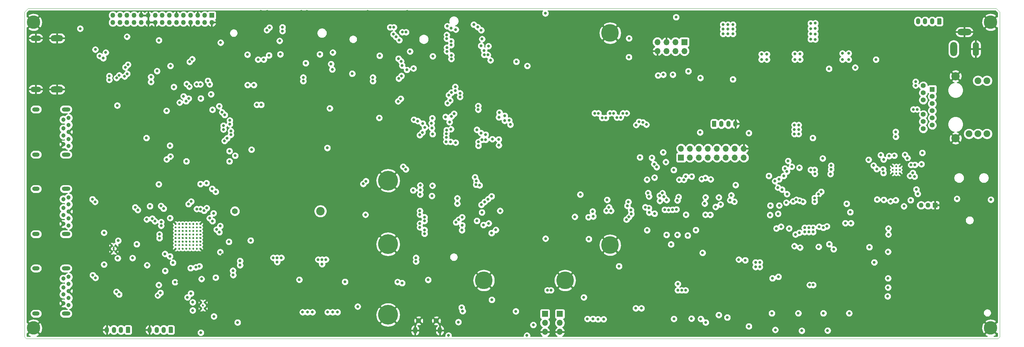
<source format=gbr>
%TF.GenerationSoftware,KiCad,Pcbnew,5.1.2+dfsg1-1*%
%TF.CreationDate,2020-02-17T14:18:57+01:00*%
%TF.ProjectId,reform2-motherboard,7265666f-726d-4322-9d6d-6f7468657262,2.0*%
%TF.SameCoordinates,Original*%
%TF.FileFunction,Copper,L2,Inr*%
%TF.FilePolarity,Positive*%
%FSLAX46Y46*%
G04 Gerber Fmt 4.6, Leading zero omitted, Abs format (unit mm)*
G04 Created by KiCad (PCBNEW 5.1.2+dfsg1-1) date 2020-02-17 14:18:57*
%MOMM*%
%LPD*%
G04 APERTURE LIST*
%TA.AperFunction,NonConductor*%
%ADD10C,0.050000*%
%TD*%
%TA.AperFunction,ViaPad*%
%ADD11O,1.350000X1.350000*%
%TD*%
%TA.AperFunction,ViaPad*%
%ADD12R,1.350000X1.350000*%
%TD*%
%TA.AperFunction,ViaPad*%
%ADD13O,1.200000X1.750000*%
%TD*%
%TA.AperFunction,Conductor*%
%ADD14C,0.100000*%
%TD*%
%TA.AperFunction,ViaPad*%
%ADD15C,1.200000*%
%TD*%
%TA.AperFunction,ViaPad*%
%ADD16C,0.500000*%
%TD*%
%TA.AperFunction,ViaPad*%
%ADD17C,5.000000*%
%TD*%
%TA.AperFunction,ViaPad*%
%ADD18C,3.800000*%
%TD*%
%TA.AperFunction,ViaPad*%
%ADD19O,1.700000X1.700000*%
%TD*%
%TA.AperFunction,ViaPad*%
%ADD20R,1.700000X1.700000*%
%TD*%
%TA.AperFunction,ViaPad*%
%ADD21O,3.556000X1.778000*%
%TD*%
%TA.AperFunction,ViaPad*%
%ADD22O,3.000000X1.500000*%
%TD*%
%TA.AperFunction,ViaPad*%
%ADD23O,2.400000X1.200000*%
%TD*%
%TA.AperFunction,ViaPad*%
%ADD24O,2.100000X1.200000*%
%TD*%
%TA.AperFunction,ViaPad*%
%ADD25C,5.600000*%
%TD*%
%TA.AperFunction,ViaPad*%
%ADD26C,2.400000*%
%TD*%
%TA.AperFunction,ViaPad*%
%ADD27C,1.650000*%
%TD*%
%TA.AperFunction,ViaPad*%
%ADD28O,1.200000X1.900000*%
%TD*%
%TA.AperFunction,ViaPad*%
%ADD29C,1.450000*%
%TD*%
%TA.AperFunction,ViaPad*%
%ADD30C,0.600000*%
%TD*%
%TA.AperFunction,ViaPad*%
%ADD31C,1.398000*%
%TD*%
%TA.AperFunction,ViaPad*%
%ADD32R,1.398000X1.398000*%
%TD*%
%TA.AperFunction,ViaPad*%
%ADD33C,1.905000*%
%TD*%
%TA.AperFunction,ViaPad*%
%ADD34C,2.355000*%
%TD*%
%TA.AperFunction,ViaPad*%
%ADD35O,1.750000X4.000000*%
%TD*%
%TA.AperFunction,ViaPad*%
%ADD36O,4.000000X1.800000*%
%TD*%
%TA.AperFunction,ViaPad*%
%ADD37O,2.000000X4.000000*%
%TD*%
%TA.AperFunction,ViaPad*%
%ADD38C,0.800000*%
%TD*%
%TA.AperFunction,Conductor*%
%ADD39C,0.250000*%
%TD*%
%TA.AperFunction,Conductor*%
%ADD40C,0.254000*%
%TD*%
G04 APERTURE END LIST*
D10*
X315500000Y-133000000D02*
X315000000Y-133500000D01*
X315500000Y-41000000D02*
X315500000Y-133000000D01*
X40000000Y-133500000D02*
X39500000Y-133000000D01*
X40500000Y-40000000D02*
X39500000Y-41000000D01*
X314500000Y-40000000D02*
X315500000Y-41000000D01*
X315000000Y-133500000D02*
X40000000Y-133500000D01*
X39500000Y-133000000D02*
X39500000Y-41000000D01*
X40500000Y-40000000D02*
X314500000Y-40000000D01*
D11*
%TO.N,Net-(J16-Pad3)*%
%TO.C,J16*%
X293225000Y-95725000D03*
%TO.N,Net-(J16-Pad2)*%
X295225000Y-95725000D03*
D12*
%TO.N,GND*%
X297225000Y-95725000D03*
%TD*%
D13*
%TO.N,GND*%
%TO.C,J23*%
X240700000Y-72700000D03*
%TO.N,/Reform 2 Power/LPC_RXDc*%
X238700000Y-72700000D03*
%TO.N,/Reform 2 Power/LPC_TXDc*%
X236700000Y-72700000D03*
D14*
%TO.N,/Reform 2 Power/LPC_VCC*%
G36*
X235074505Y-71826204D02*
G01*
X235098773Y-71829804D01*
X235122572Y-71835765D01*
X235145671Y-71844030D01*
X235167850Y-71854520D01*
X235188893Y-71867132D01*
X235208599Y-71881747D01*
X235226777Y-71898223D01*
X235243253Y-71916401D01*
X235257868Y-71936107D01*
X235270480Y-71957150D01*
X235280970Y-71979329D01*
X235289235Y-72002428D01*
X235295196Y-72026227D01*
X235298796Y-72050495D01*
X235300000Y-72074999D01*
X235300000Y-73325001D01*
X235298796Y-73349505D01*
X235295196Y-73373773D01*
X235289235Y-73397572D01*
X235280970Y-73420671D01*
X235270480Y-73442850D01*
X235257868Y-73463893D01*
X235243253Y-73483599D01*
X235226777Y-73501777D01*
X235208599Y-73518253D01*
X235188893Y-73532868D01*
X235167850Y-73545480D01*
X235145671Y-73555970D01*
X235122572Y-73564235D01*
X235098773Y-73570196D01*
X235074505Y-73573796D01*
X235050001Y-73575000D01*
X234349999Y-73575000D01*
X234325495Y-73573796D01*
X234301227Y-73570196D01*
X234277428Y-73564235D01*
X234254329Y-73555970D01*
X234232150Y-73545480D01*
X234211107Y-73532868D01*
X234191401Y-73518253D01*
X234173223Y-73501777D01*
X234156747Y-73483599D01*
X234142132Y-73463893D01*
X234129520Y-73442850D01*
X234119030Y-73420671D01*
X234110765Y-73397572D01*
X234104804Y-73373773D01*
X234101204Y-73349505D01*
X234100000Y-73325001D01*
X234100000Y-72074999D01*
X234101204Y-72050495D01*
X234104804Y-72026227D01*
X234110765Y-72002428D01*
X234119030Y-71979329D01*
X234129520Y-71957150D01*
X234142132Y-71936107D01*
X234156747Y-71916401D01*
X234173223Y-71898223D01*
X234191401Y-71881747D01*
X234211107Y-71867132D01*
X234232150Y-71854520D01*
X234254329Y-71844030D01*
X234277428Y-71835765D01*
X234301227Y-71829804D01*
X234325495Y-71826204D01*
X234349999Y-71825000D01*
X235050001Y-71825000D01*
X235074505Y-71826204D01*
X235074505Y-71826204D01*
G37*
D15*
X234700000Y-72700000D03*
%TD*%
D13*
%TO.N,Net-(J21-Pad4)*%
%TO.C,J21*%
X292400000Y-43700000D03*
%TO.N,Net-(J21-Pad3)*%
X294400000Y-43700000D03*
%TO.N,Net-(J21-Pad2)*%
X296400000Y-43700000D03*
D14*
%TO.N,Net-(J21-Pad1)*%
G36*
X298774505Y-42826204D02*
G01*
X298798773Y-42829804D01*
X298822572Y-42835765D01*
X298845671Y-42844030D01*
X298867850Y-42854520D01*
X298888893Y-42867132D01*
X298908599Y-42881747D01*
X298926777Y-42898223D01*
X298943253Y-42916401D01*
X298957868Y-42936107D01*
X298970480Y-42957150D01*
X298980970Y-42979329D01*
X298989235Y-43002428D01*
X298995196Y-43026227D01*
X298998796Y-43050495D01*
X299000000Y-43074999D01*
X299000000Y-44325001D01*
X298998796Y-44349505D01*
X298995196Y-44373773D01*
X298989235Y-44397572D01*
X298980970Y-44420671D01*
X298970480Y-44442850D01*
X298957868Y-44463893D01*
X298943253Y-44483599D01*
X298926777Y-44501777D01*
X298908599Y-44518253D01*
X298888893Y-44532868D01*
X298867850Y-44545480D01*
X298845671Y-44555970D01*
X298822572Y-44564235D01*
X298798773Y-44570196D01*
X298774505Y-44573796D01*
X298750001Y-44575000D01*
X298049999Y-44575000D01*
X298025495Y-44573796D01*
X298001227Y-44570196D01*
X297977428Y-44564235D01*
X297954329Y-44555970D01*
X297932150Y-44545480D01*
X297911107Y-44532868D01*
X297891401Y-44518253D01*
X297873223Y-44501777D01*
X297856747Y-44483599D01*
X297842132Y-44463893D01*
X297829520Y-44442850D01*
X297819030Y-44420671D01*
X297810765Y-44397572D01*
X297804804Y-44373773D01*
X297801204Y-44349505D01*
X297800000Y-44325001D01*
X297800000Y-43074999D01*
X297801204Y-43050495D01*
X297804804Y-43026227D01*
X297810765Y-43002428D01*
X297819030Y-42979329D01*
X297829520Y-42957150D01*
X297842132Y-42936107D01*
X297856747Y-42916401D01*
X297873223Y-42898223D01*
X297891401Y-42881747D01*
X297911107Y-42867132D01*
X297932150Y-42854520D01*
X297954329Y-42844030D01*
X297977428Y-42835765D01*
X298001227Y-42829804D01*
X298025495Y-42826204D01*
X298049999Y-42825000D01*
X298750001Y-42825000D01*
X298774505Y-42826204D01*
X298774505Y-42826204D01*
G37*
D15*
X298400000Y-43700000D03*
%TD*%
D13*
%TO.N,GND*%
%TO.C,J14*%
X74900000Y-131000000D03*
%TO.N,Net-(J14-Pad3)*%
X76900000Y-131000000D03*
%TO.N,Net-(J14-Pad2)*%
X78900000Y-131000000D03*
D14*
%TO.N,Net-(C71-Pad1)*%
G36*
X81274505Y-130126204D02*
G01*
X81298773Y-130129804D01*
X81322572Y-130135765D01*
X81345671Y-130144030D01*
X81367850Y-130154520D01*
X81388893Y-130167132D01*
X81408599Y-130181747D01*
X81426777Y-130198223D01*
X81443253Y-130216401D01*
X81457868Y-130236107D01*
X81470480Y-130257150D01*
X81480970Y-130279329D01*
X81489235Y-130302428D01*
X81495196Y-130326227D01*
X81498796Y-130350495D01*
X81500000Y-130374999D01*
X81500000Y-131625001D01*
X81498796Y-131649505D01*
X81495196Y-131673773D01*
X81489235Y-131697572D01*
X81480970Y-131720671D01*
X81470480Y-131742850D01*
X81457868Y-131763893D01*
X81443253Y-131783599D01*
X81426777Y-131801777D01*
X81408599Y-131818253D01*
X81388893Y-131832868D01*
X81367850Y-131845480D01*
X81345671Y-131855970D01*
X81322572Y-131864235D01*
X81298773Y-131870196D01*
X81274505Y-131873796D01*
X81250001Y-131875000D01*
X80549999Y-131875000D01*
X80525495Y-131873796D01*
X80501227Y-131870196D01*
X80477428Y-131864235D01*
X80454329Y-131855970D01*
X80432150Y-131845480D01*
X80411107Y-131832868D01*
X80391401Y-131818253D01*
X80373223Y-131801777D01*
X80356747Y-131783599D01*
X80342132Y-131763893D01*
X80329520Y-131742850D01*
X80319030Y-131720671D01*
X80310765Y-131697572D01*
X80304804Y-131673773D01*
X80301204Y-131649505D01*
X80300000Y-131625001D01*
X80300000Y-130374999D01*
X80301204Y-130350495D01*
X80304804Y-130326227D01*
X80310765Y-130302428D01*
X80319030Y-130279329D01*
X80329520Y-130257150D01*
X80342132Y-130236107D01*
X80356747Y-130216401D01*
X80373223Y-130198223D01*
X80391401Y-130181747D01*
X80411107Y-130167132D01*
X80432150Y-130154520D01*
X80454329Y-130144030D01*
X80477428Y-130135765D01*
X80501227Y-130129804D01*
X80525495Y-130126204D01*
X80549999Y-130125000D01*
X81250001Y-130125000D01*
X81274505Y-130126204D01*
X81274505Y-130126204D01*
G37*
D15*
X80900000Y-131000000D03*
%TD*%
D13*
%TO.N,GND*%
%TO.C,J9*%
X62800000Y-131000000D03*
%TO.N,Net-(J9-Pad3)*%
X64800000Y-131000000D03*
%TO.N,Net-(J9-Pad2)*%
X66800000Y-131000000D03*
D14*
%TO.N,Net-(C69-Pad1)*%
G36*
X69174505Y-130126204D02*
G01*
X69198773Y-130129804D01*
X69222572Y-130135765D01*
X69245671Y-130144030D01*
X69267850Y-130154520D01*
X69288893Y-130167132D01*
X69308599Y-130181747D01*
X69326777Y-130198223D01*
X69343253Y-130216401D01*
X69357868Y-130236107D01*
X69370480Y-130257150D01*
X69380970Y-130279329D01*
X69389235Y-130302428D01*
X69395196Y-130326227D01*
X69398796Y-130350495D01*
X69400000Y-130374999D01*
X69400000Y-131625001D01*
X69398796Y-131649505D01*
X69395196Y-131673773D01*
X69389235Y-131697572D01*
X69380970Y-131720671D01*
X69370480Y-131742850D01*
X69357868Y-131763893D01*
X69343253Y-131783599D01*
X69326777Y-131801777D01*
X69308599Y-131818253D01*
X69288893Y-131832868D01*
X69267850Y-131845480D01*
X69245671Y-131855970D01*
X69222572Y-131864235D01*
X69198773Y-131870196D01*
X69174505Y-131873796D01*
X69150001Y-131875000D01*
X68449999Y-131875000D01*
X68425495Y-131873796D01*
X68401227Y-131870196D01*
X68377428Y-131864235D01*
X68354329Y-131855970D01*
X68332150Y-131845480D01*
X68311107Y-131832868D01*
X68291401Y-131818253D01*
X68273223Y-131801777D01*
X68256747Y-131783599D01*
X68242132Y-131763893D01*
X68229520Y-131742850D01*
X68219030Y-131720671D01*
X68210765Y-131697572D01*
X68204804Y-131673773D01*
X68201204Y-131649505D01*
X68200000Y-131625001D01*
X68200000Y-130374999D01*
X68201204Y-130350495D01*
X68204804Y-130326227D01*
X68210765Y-130302428D01*
X68219030Y-130279329D01*
X68229520Y-130257150D01*
X68242132Y-130236107D01*
X68256747Y-130216401D01*
X68273223Y-130198223D01*
X68291401Y-130181747D01*
X68311107Y-130167132D01*
X68332150Y-130154520D01*
X68354329Y-130144030D01*
X68377428Y-130135765D01*
X68401227Y-130129804D01*
X68425495Y-130126204D01*
X68449999Y-130125000D01*
X69150001Y-130125000D01*
X69174505Y-130126204D01*
X69174505Y-130126204D01*
G37*
D15*
X68800000Y-131000000D03*
%TD*%
D16*
%TO.N,GND*%
%TO.C,U3*%
X287200000Y-86700000D03*
X286200000Y-86700000D03*
X285200000Y-86700000D03*
X287200000Y-85700000D03*
X286200000Y-85700000D03*
X285200000Y-85700000D03*
X287200000Y-84700000D03*
X286200000Y-84700000D03*
X285200000Y-84700000D03*
%TD*%
D17*
%TO.N,GND*%
%TO.C,H25*%
X169500000Y-117000000D03*
%TD*%
%TO.N,GND*%
%TO.C,H27*%
X205250000Y-107000000D03*
%TD*%
%TO.N,GND*%
%TO.C,H24*%
X192500000Y-117000000D03*
%TD*%
%TO.N,GND*%
%TO.C,H22*%
X205250000Y-47000000D03*
%TD*%
D18*
%TO.N,GND*%
%TO.C,H8*%
X312928000Y-130480000D03*
%TD*%
%TO.N,GND*%
%TO.C,H6*%
X312928000Y-43940000D03*
%TD*%
%TO.N,GND*%
%TO.C,H7*%
X42040000Y-130480000D03*
%TD*%
%TO.N,GND*%
%TO.C,H5*%
X42040000Y-43940000D03*
%TD*%
D19*
%TO.N,GND*%
%TO.C,J19*%
X218630000Y-52090000D03*
%TO.N,ETH0_LED_LINK2*%
X218630000Y-49550000D03*
%TO.N,ETH0_LED_LINK1*%
X221170000Y-52090000D03*
%TO.N,GND*%
X221170000Y-49550000D03*
%TO.N,IMX_JTAG_TCK*%
X223710000Y-52090000D03*
%TO.N,IMX_JTAG_TMS*%
X223710000Y-49550000D03*
%TO.N,IMX_JTAG_TDI*%
X226250000Y-52090000D03*
D20*
%TO.N,+3V3*%
X226250000Y-49550000D03*
%TD*%
D16*
%TO.N,GND*%
%TO.C,U9*%
X88250000Y-101000000D03*
X89250000Y-101000000D03*
X89250000Y-102000000D03*
X88250000Y-102000000D03*
X89250000Y-105000000D03*
X89250000Y-106000000D03*
X88250000Y-105000000D03*
X88250000Y-106000000D03*
X89250000Y-108000000D03*
X88250000Y-108000000D03*
X88250000Y-107000000D03*
X89250000Y-107000000D03*
X88250000Y-103000000D03*
X89250000Y-104000000D03*
X88250000Y-104000000D03*
X89250000Y-103000000D03*
X86250000Y-101000000D03*
X87250000Y-101000000D03*
X87250000Y-102000000D03*
X86250000Y-102000000D03*
X87250000Y-105000000D03*
X87250000Y-106000000D03*
X86250000Y-105000000D03*
X86250000Y-106000000D03*
X87250000Y-108000000D03*
X86250000Y-108000000D03*
X86250000Y-107000000D03*
X87250000Y-107000000D03*
X86250000Y-103000000D03*
X87250000Y-104000000D03*
X86250000Y-104000000D03*
X87250000Y-103000000D03*
X85250000Y-103000000D03*
X84250000Y-104000000D03*
X85250000Y-104000000D03*
X84250000Y-103000000D03*
X84250000Y-102000000D03*
X84250000Y-101000000D03*
X85250000Y-101000000D03*
X85250000Y-102000000D03*
X83250000Y-103000000D03*
X82250000Y-104000000D03*
X83250000Y-104000000D03*
X82250000Y-103000000D03*
X82250000Y-102000000D03*
X82250000Y-101000000D03*
X83250000Y-101000000D03*
X83250000Y-102000000D03*
X82250000Y-105000000D03*
X82250000Y-106000000D03*
X85250000Y-106000000D03*
X84250000Y-106000000D03*
X85250000Y-105000000D03*
X84250000Y-105000000D03*
X83250000Y-105000000D03*
X83250000Y-106000000D03*
X82250000Y-107000000D03*
X85250000Y-107000000D03*
X83250000Y-107000000D03*
X84250000Y-107000000D03*
X82250000Y-108000000D03*
X85250000Y-108000000D03*
X84250000Y-108000000D03*
X83250000Y-108000000D03*
%TD*%
D11*
%TO.N,Net-(J24-Pad30)*%
%TO.C,J24*%
X64500000Y-44000000D03*
%TO.N,+3V3*%
X64500000Y-42000000D03*
X66500000Y-44000000D03*
X66500000Y-42000000D03*
X68500000Y-44000000D03*
%TO.N,Net-(J24-Pad25)*%
X68500000Y-42000000D03*
%TO.N,Net-(J24-Pad24)*%
X70500000Y-44000000D03*
%TO.N,/Reform 2 Display/EDP_BL_PWM*%
X70500000Y-42000000D03*
%TO.N,/Reform 2 Display/EDP_BL_ENABLE*%
X72500000Y-44000000D03*
%TO.N,GND*%
X72500000Y-42000000D03*
X74500000Y-44000000D03*
X74500000Y-42000000D03*
X76500000Y-44000000D03*
%TO.N,/Reform 2 Display/EDP_HPD*%
X76500000Y-42000000D03*
%TO.N,Net-(J24-Pad16)*%
X78500000Y-44000000D03*
%TO.N,Net-(J24-Pad15)*%
X78500000Y-42000000D03*
%TO.N,/Reform 2 Display/EDP_LCD_TEST*%
X80500000Y-44000000D03*
%TO.N,+3V3*%
X80500000Y-42000000D03*
X82500000Y-44000000D03*
%TO.N,GND*%
X82500000Y-42000000D03*
%TO.N,EDP_AUX_DN*%
X84500000Y-44000000D03*
%TO.N,EDP_AUX_DP*%
X84500000Y-42000000D03*
%TO.N,GND*%
X86500000Y-44000000D03*
%TO.N,EDP_TX0_DP*%
X86500000Y-42000000D03*
%TO.N,EDP_TX0_DN*%
X88500000Y-44000000D03*
%TO.N,GND*%
X88500000Y-42000000D03*
%TO.N,EDP_TX1_DP*%
X90500000Y-44000000D03*
%TO.N,EDP_TX1_DN*%
X90500000Y-42000000D03*
%TO.N,GND*%
X92500000Y-44000000D03*
D12*
%TO.N,Net-(J24-Pad1)*%
X92500000Y-42000000D03*
%TD*%
D19*
%TO.N,GND*%
%TO.C,J20*%
X186800000Y-131580000D03*
%TO.N,IMX_UART2_RX*%
X186800000Y-129040000D03*
D20*
%TO.N,IMX_UART2_TX*%
X186800000Y-126500000D03*
%TD*%
D19*
%TO.N,GND*%
%TO.C,J18*%
X191000000Y-131580000D03*
%TO.N,IMX_UART1_RX*%
X191000000Y-129040000D03*
D20*
%TO.N,IMX_UART1_TX*%
X191000000Y-126500000D03*
%TD*%
D19*
%TO.N,GND*%
%TO.C,J22*%
X243080000Y-79710000D03*
%TO.N,/Reform 2 Power/LPC_VCC*%
X243080000Y-82250000D03*
%TO.N,/Reform 2 Power/LPC_PIO1_25*%
X240540000Y-79710000D03*
%TO.N,/Reform 2 Power/LPC_AD7*%
X240540000Y-82250000D03*
%TO.N,/Reform 2 Power/LPC_PIO1_31*%
X238000000Y-79710000D03*
%TO.N,/Reform 2 Power/LPC_MOSI1a*%
X238000000Y-82250000D03*
%TO.N,/Reform 2 Power/LPC_SCK0b*%
X235460000Y-79710000D03*
%TO.N,/Reform 2 Power/LPC_TDI*%
X235460000Y-82250000D03*
%TO.N,/Reform 2 Power/LPC_MISO1a*%
X232920000Y-79710000D03*
%TO.N,/Reform 2 Power/LPC_TMS*%
X232920000Y-82250000D03*
%TO.N,/Reform 2 Power/LPC_RXDa*%
X230380000Y-79710000D03*
%TO.N,/Reform 2 Power/LPC_TDO*%
X230380000Y-82250000D03*
%TO.N,/Reform 2 Power/LPC_TXDa*%
X227840000Y-79710000D03*
%TO.N,/Reform 2 Power/LPC_~TRST*%
X227840000Y-82250000D03*
%TO.N,/Reform 2 Power/LPC_AD5*%
X225300000Y-79710000D03*
D20*
%TO.N,/Reform 2 Power/LPC_SWDIO*%
X225300000Y-82250000D03*
%TD*%
D21*
%TO.N,GND*%
%TO.C,J4*%
X48700000Y-48450000D03*
X48700000Y-62950000D03*
D22*
X42700000Y-48450000D03*
X42700000Y-62950000D03*
%TD*%
D15*
%TO.N,Net-(J17-Pad1)*%
%TO.C,J17*%
X50500000Y-71500000D03*
%TO.N,USB2_DN*%
X50500000Y-74000000D03*
%TO.N,USB2_DP*%
X50500000Y-76000000D03*
%TO.N,GND*%
X50500000Y-78500000D03*
%TO.N,USB2_RX_N*%
X52000000Y-79000000D03*
%TO.N,USB2_RX_P*%
X52000000Y-77000000D03*
%TO.N,GND*%
X52000000Y-75000000D03*
%TO.N,USB2_TX_N*%
X52000000Y-73000000D03*
%TO.N,USB2_TX_P*%
X52000000Y-71000000D03*
D23*
%TO.N,Net-(C75-Pad1)*%
X51250000Y-81400000D03*
X51250000Y-68600000D03*
D24*
X42750000Y-81400000D03*
X42750000Y-68600000D03*
%TD*%
D25*
%TO.N,GND*%
%TO.C,H3*%
X142400000Y-88750000D03*
%TD*%
%TO.N,GND*%
%TO.C,H2*%
X142400000Y-106750000D03*
%TD*%
D26*
%TO.N,N/C*%
%TO.C,J11*%
X123240000Y-97400000D03*
D27*
X99040000Y-97400000D03*
%TD*%
D25*
%TO.N,GND*%
%TO.C,H1*%
X142400000Y-126750000D03*
%TD*%
D28*
%TO.N,GND*%
%TO.C,J8*%
X157050000Y-131137500D03*
X150050000Y-131137500D03*
D29*
X156050000Y-128437500D03*
X151050000Y-128437500D03*
%TD*%
D15*
%TO.N,Net-(C81-Pad1)*%
%TO.C,J5*%
X50500000Y-116500000D03*
%TO.N,USB3_2_DN*%
X50500000Y-119000000D03*
%TO.N,USB3_2_DP*%
X50500000Y-121000000D03*
%TO.N,GND*%
X50500000Y-123500000D03*
%TO.N,USB3_2_SSRXN*%
X52000000Y-124000000D03*
%TO.N,USB3_2_SSRXP*%
X52000000Y-122000000D03*
%TO.N,GND*%
X52000000Y-120000000D03*
%TO.N,Net-(C39-Pad2)*%
X52000000Y-118000000D03*
%TO.N,Net-(C41-Pad2)*%
X52000000Y-116000000D03*
D23*
%TO.N,Net-(C74-Pad1)*%
X51250000Y-126400000D03*
X51250000Y-113600000D03*
D24*
X42750000Y-126400000D03*
X42750000Y-113600000D03*
%TD*%
D30*
%TO.N,GND*%
%TO.C,U16*%
X90000000Y-124100000D03*
X89520000Y-123240000D03*
X89520000Y-124960000D03*
X90480000Y-123240000D03*
X90480000Y-124960000D03*
%TD*%
%TO.N,GND*%
%TO.C,U15*%
X64750000Y-108000000D03*
X64270000Y-107140000D03*
X64270000Y-108860000D03*
X65230000Y-107140000D03*
X65230000Y-108860000D03*
%TD*%
D24*
%TO.N,Net-(C67-Pad1)*%
%TO.C,J6*%
X42750000Y-91100000D03*
X42750000Y-103900000D03*
D23*
X51250000Y-91100000D03*
X51250000Y-103900000D03*
D15*
%TO.N,Net-(C42-Pad2)*%
X52000000Y-93500000D03*
%TO.N,Net-(C40-Pad2)*%
X52000000Y-95500000D03*
%TO.N,GND*%
X52000000Y-97500000D03*
%TO.N,USB3_1_SSRXP*%
X52000000Y-99500000D03*
%TO.N,USB3_1_SSRXN*%
X52000000Y-101500000D03*
%TO.N,GND*%
X50500000Y-101000000D03*
%TO.N,USB3_1_DP*%
X50500000Y-98500000D03*
%TO.N,USB3_1_DN*%
X50500000Y-96500000D03*
%TO.N,Net-(C63-Pad1)*%
X50500000Y-94000000D03*
%TD*%
D31*
%TO.N,ETH0_A-*%
%TO.C,P1*%
X293860000Y-70035000D03*
%TO.N,ETH0_A+*%
X293860000Y-72065000D03*
%TO.N,Net-(C26-Pad1)*%
X293860000Y-74095000D03*
%TO.N,ETH0_D-*%
X293860000Y-65965000D03*
%TO.N,ETH0_D+*%
X293860000Y-63935000D03*
%TO.N,Net-(C23-Pad1)*%
X293860000Y-61905000D03*
%TO.N,ETH0_B+*%
X296400000Y-69015000D03*
%TO.N,ETH0_C+*%
X296400000Y-66985000D03*
%TO.N,ETH0_C-*%
X296400000Y-64955000D03*
D32*
%TO.N,Net-(C24-Pad1)*%
X296400000Y-62925000D03*
D31*
%TO.N,ETH0_B-*%
X296400000Y-71045000D03*
%TO.N,Net-(C25-Pad1)*%
X296400000Y-73075000D03*
D33*
%TO.N,Net-(P1-Pad17)*%
X311890000Y-75520000D03*
%TO.N,+3V3*%
X309350000Y-75520000D03*
%TO.N,Net-(P1-Pad15)*%
X306810000Y-75520000D03*
%TO.N,+3V3*%
X311890000Y-60480000D03*
%TO.N,Net-(P1-Pad13)*%
X309350000Y-60480000D03*
D34*
%TO.N,GND*%
X303000000Y-76790000D03*
X303000000Y-59210000D03*
%TD*%
D35*
%TO.N,GND*%
%TO.C,J1*%
X308750000Y-51500000D03*
D36*
X305500000Y-46700000D03*
D37*
%TO.N,/Reform 2 Power/24V_IN*%
X302500000Y-51500000D03*
%TD*%
D38*
%TO.N,HDMI_D2+*%
X63500000Y-60225000D03*
X152700000Y-103775000D03*
%TO.N,HDMI_D2-*%
X63500000Y-59175000D03*
X152700000Y-102725000D03*
%TO.N,HDMI_D1+*%
X151400000Y-101975000D03*
X65553768Y-59696232D03*
%TO.N,HDMI_D1-*%
X151400000Y-100925000D03*
X66296232Y-58953768D03*
%TO.N,HDMI_D0+*%
X67828768Y-59271232D03*
X152700000Y-100175000D03*
%TO.N,HDMI_D0-*%
X68571232Y-58528768D03*
X152700000Y-99125000D03*
%TO.N,SD2_DATA1*%
X170800000Y-50700000D03*
X205500000Y-97300000D03*
%TO.N,SD2_DATA0*%
X169001401Y-48694004D03*
X204900000Y-96299998D03*
%TO.N,SD2_CLK*%
X204186178Y-97293855D03*
X170622976Y-53184705D03*
%TO.N,SD2_CMD*%
X169623178Y-53164003D03*
X200275000Y-97475000D03*
%TO.N,SD2_DATA3*%
X169537632Y-51926649D03*
X200466743Y-98888908D03*
%TO.N,SD2_DATA2*%
X168700000Y-50600000D03*
X199100000Y-99099998D03*
%TO.N,GND*%
X242900000Y-124300000D03*
X236050000Y-124475000D03*
X252100000Y-117600000D03*
X113250000Y-117000000D03*
X116000000Y-118150000D03*
X70500000Y-72700000D03*
X95600000Y-109800000D03*
X47000000Y-55250000D03*
X47000000Y-56750000D03*
X47000000Y-58250000D03*
X141250000Y-45200000D03*
X104250000Y-49250000D03*
X143900000Y-41000000D03*
X136600000Y-40900000D03*
X133800000Y-45200000D03*
X167100000Y-63700000D03*
X167100000Y-61800000D03*
X167100000Y-65200001D03*
X109600000Y-55100000D03*
X196600000Y-61700000D03*
X241400000Y-107900000D03*
X234300000Y-111300000D03*
X235900000Y-111300000D03*
X89600000Y-63200000D03*
X167000000Y-77000000D03*
X147800000Y-40900000D03*
X222600010Y-92400000D03*
X98700000Y-111300000D03*
X64100000Y-110300000D03*
X84300000Y-89700000D03*
X94287347Y-96112653D03*
X68100000Y-66000000D03*
X58700000Y-65600000D03*
X55100000Y-65800000D03*
X82750000Y-47000000D03*
X113500000Y-55250000D03*
X102250000Y-45200000D03*
X104950000Y-41000000D03*
X109900000Y-41000000D03*
X111800000Y-41050000D03*
X121750000Y-57850000D03*
X135750000Y-66500000D03*
X64000000Y-105750000D03*
X71700000Y-101400000D03*
X74100000Y-98400000D03*
X84700000Y-120100000D03*
X72000000Y-105700000D03*
X93700000Y-114800000D03*
X81719135Y-82780865D03*
X139700000Y-45200000D03*
X138200000Y-45200000D03*
X136600000Y-45200000D03*
X135200000Y-45200000D03*
X154700000Y-67000000D03*
X153300000Y-71100000D03*
X167400000Y-70200000D03*
X154800000Y-96500000D03*
X154900000Y-105200000D03*
X168400000Y-93900000D03*
X226749999Y-127850000D03*
X233600000Y-125450000D03*
X240900000Y-125600000D03*
X248150000Y-125650000D03*
X255450000Y-125600000D03*
X262750000Y-125750000D03*
X269800000Y-125800000D03*
X307950000Y-94900000D03*
X300100000Y-82350000D03*
X220250000Y-84900000D03*
X237950000Y-111100000D03*
X200650000Y-57200000D03*
X196600000Y-60150000D03*
X196600000Y-58650000D03*
X196800000Y-69250000D03*
X80750000Y-53000000D03*
X76000000Y-52500000D03*
X75500000Y-83000000D03*
X167700000Y-103900000D03*
X127400000Y-68300000D03*
X215900000Y-84700000D03*
X55700000Y-50850000D03*
X53600000Y-51050000D03*
X91150000Y-67600000D03*
X92100000Y-66500000D03*
X94950000Y-80750000D03*
X78650000Y-68000000D03*
X92250000Y-78550000D03*
X98000000Y-67500000D03*
X119500000Y-67500000D03*
X130500000Y-76650000D03*
X99500000Y-76700000D03*
X120000000Y-87000000D03*
X125000000Y-87000000D03*
X130000000Y-87000000D03*
X132500000Y-87000000D03*
X130000000Y-93250000D03*
X130000000Y-97500000D03*
X115000000Y-97500000D03*
X110000000Y-97500000D03*
X110000000Y-93000000D03*
X115000000Y-93000000D03*
X103500000Y-103300000D03*
X134500000Y-106500000D03*
X138500000Y-110500000D03*
X70500000Y-46350000D03*
X61550000Y-45000000D03*
X59500000Y-42000000D03*
X50500000Y-46000000D03*
X59500000Y-49100000D03*
X145500000Y-110500000D03*
X59500000Y-123500000D03*
X56500000Y-120500000D03*
X62000000Y-121000000D03*
X59000000Y-118000000D03*
X64500000Y-118500000D03*
X55500000Y-103000000D03*
X55500000Y-98500000D03*
X55500000Y-91000000D03*
X48000000Y-94000000D03*
X48000000Y-101000000D03*
X48000000Y-97500000D03*
X48000000Y-78500000D03*
X48000000Y-75000000D03*
X48000000Y-71500000D03*
X48000000Y-123500000D03*
X44000000Y-116500000D03*
X54500000Y-82500000D03*
X54500000Y-71000000D03*
X57500000Y-74000000D03*
X60500000Y-77000000D03*
X64000000Y-80500000D03*
X60500000Y-71000000D03*
X63500000Y-74000000D03*
X117300000Y-45000000D03*
X119950000Y-45000000D03*
X97500000Y-50500000D03*
X172000000Y-67500000D03*
X170000000Y-65500000D03*
X180000000Y-58500000D03*
X175000000Y-52000000D03*
X180000000Y-52000000D03*
X180000000Y-71000000D03*
X186500000Y-71000000D03*
X192500000Y-71000000D03*
X190000000Y-61000000D03*
X194000000Y-61000000D03*
X192000000Y-57500000D03*
X183500000Y-75500000D03*
X206750000Y-57250000D03*
X278000000Y-120000000D03*
X281500000Y-123500000D03*
X281500000Y-128500000D03*
X215500000Y-108000000D03*
X198500000Y-119000000D03*
X200500000Y-117000000D03*
X187500000Y-96000000D03*
X192500000Y-96000000D03*
X187500000Y-101000000D03*
X182500000Y-96000000D03*
X273100000Y-47000000D03*
X218500000Y-108000000D03*
X294500000Y-106500000D03*
X306500000Y-106500000D03*
X306500000Y-118000000D03*
X294500000Y-118000000D03*
X300500000Y-112000000D03*
X314000000Y-100500000D03*
X314000000Y-124000000D03*
X300500000Y-106500000D03*
X300500000Y-118000000D03*
X312000000Y-64500000D03*
X312000000Y-71500000D03*
X312000000Y-68000000D03*
X172000000Y-105700000D03*
X110000000Y-83000000D03*
X115000000Y-87000000D03*
X77400000Y-107700000D03*
X187500000Y-92750000D03*
X192500000Y-92750000D03*
X182500000Y-92750000D03*
X190750000Y-75500000D03*
X177500000Y-92750000D03*
X177500000Y-96000000D03*
X137800000Y-56600000D03*
X196000000Y-108000000D03*
X135000000Y-63575000D03*
X196000000Y-112000000D03*
X173200000Y-86824957D03*
X257474030Y-93075001D03*
X264268343Y-93650330D03*
X272200000Y-119600000D03*
X106400000Y-40900000D03*
X108200000Y-40900000D03*
X117800000Y-40900000D03*
X119400000Y-40900000D03*
X250299994Y-83000000D03*
X251700000Y-90300000D03*
X257250000Y-97687500D03*
X267100000Y-97700000D03*
X264850000Y-97700000D03*
X73700000Y-59400000D03*
X71900000Y-54200000D03*
X71900000Y-57300000D03*
X71900000Y-55800000D03*
X278100000Y-48500000D03*
X254100000Y-47600000D03*
X254100000Y-49200000D03*
X249600000Y-47600000D03*
X264300000Y-115100000D03*
X260900000Y-116900000D03*
X258500000Y-116900000D03*
X247400000Y-115400000D03*
X258987340Y-97912660D03*
X125900000Y-117400000D03*
X125900000Y-115800000D03*
X130000000Y-120700000D03*
X283000000Y-88700000D03*
X289500000Y-83500000D03*
X80900000Y-123800000D03*
X84300000Y-127900000D03*
X83100003Y-117500000D03*
X88300000Y-117600000D03*
X86600000Y-117500000D03*
X120000000Y-79600000D03*
X114900000Y-79600000D03*
X257750000Y-124675000D03*
X271725000Y-123975000D03*
X155012660Y-62112656D03*
X158750000Y-55400000D03*
X169500000Y-86800000D03*
X144450000Y-62950000D03*
X150550000Y-61000000D03*
X142600000Y-56350000D03*
X143650000Y-68400000D03*
X146950000Y-71700000D03*
X110000000Y-79600000D03*
X114800000Y-62900000D03*
X103700000Y-123550000D03*
X240750000Y-68750000D03*
X237750000Y-68750000D03*
X234750000Y-68750000D03*
X264750000Y-72500000D03*
X262750000Y-72500000D03*
X260750000Y-72500000D03*
X264500000Y-62000000D03*
X264500000Y-60500000D03*
X236000000Y-60250000D03*
X237750000Y-60250000D03*
X278100000Y-46000000D03*
X286500000Y-57250000D03*
X286500000Y-61000000D03*
X246250000Y-93000000D03*
X247500000Y-94250000D03*
X245000000Y-94250000D03*
X246250000Y-95500000D03*
X274750000Y-89250000D03*
X274750000Y-91000000D03*
X274750000Y-92750000D03*
X274750000Y-94500000D03*
X274750000Y-96250000D03*
X203250000Y-57250000D03*
X210000000Y-57250000D03*
X214000000Y-61750000D03*
X214000000Y-69000000D03*
X182500000Y-86750000D03*
X187500000Y-86750000D03*
X192500000Y-86750000D03*
X117250000Y-65250000D03*
X274750000Y-82500000D03*
X274750000Y-80750000D03*
X276500000Y-80750000D03*
X284000000Y-72750000D03*
X286000000Y-72750000D03*
X286000000Y-69000000D03*
X284750000Y-61000000D03*
X279250000Y-47250000D03*
X279250000Y-44750000D03*
X115250000Y-111750000D03*
X113250000Y-115000000D03*
X116750000Y-111750000D03*
X113750000Y-110250000D03*
X108250000Y-110250000D03*
X121000000Y-110500000D03*
X126250000Y-110500000D03*
X112500000Y-97500000D03*
X112500000Y-93000000D03*
X102500000Y-112750000D03*
X105000000Y-115000000D03*
X107500000Y-117500000D03*
X107500000Y-79600000D03*
X112500000Y-79600000D03*
X122500000Y-87000000D03*
X122500000Y-79600000D03*
X77500000Y-52500000D03*
X83250000Y-53000000D03*
X86000000Y-52500000D03*
X89000000Y-46000000D03*
X89500000Y-52500000D03*
X105750000Y-45500000D03*
X115000000Y-49000000D03*
X125000000Y-49000000D03*
X177500000Y-52000000D03*
X284750000Y-57250000D03*
X178887340Y-104174990D03*
X255000000Y-75500000D03*
X253500000Y-75500000D03*
X252000000Y-75500000D03*
X253500000Y-76750000D03*
X216600000Y-44600000D03*
X224200000Y-45400000D03*
X167325010Y-126831817D03*
X147617665Y-56251784D03*
X154700000Y-77700000D03*
X61200000Y-63400000D03*
X47000000Y-52700000D03*
X47000000Y-59299996D03*
X161700000Y-87000000D03*
X143500000Y-96400000D03*
X145800000Y-93900000D03*
X162800000Y-60600000D03*
X155249996Y-47150000D03*
X155249998Y-48950000D03*
X155250002Y-50750000D03*
X238700000Y-96000000D03*
X204900000Y-99100000D03*
X225500000Y-121300000D03*
X130500000Y-126500000D03*
%TO.N,SD2_CD*%
X171400000Y-54700000D03*
X204400002Y-94200000D03*
X278600000Y-107600000D03*
%TO.N,Net-(C1-Pad2)*%
X250500000Y-98500000D03*
%TO.N,Net-(C1-Pad1)*%
X255100000Y-95000000D03*
X264400000Y-101800000D03*
X264250000Y-107500000D03*
%TO.N,+3V3*%
X62000000Y-112500000D03*
X62000000Y-103499996D03*
X81750000Y-62250000D03*
X104400000Y-61700000D03*
X220250000Y-80750000D03*
X195250000Y-99000000D03*
X126250000Y-55750000D03*
X149600000Y-57000000D03*
X230700000Y-75100000D03*
X237200000Y-44600000D03*
X68500006Y-48013174D03*
X238600000Y-44600000D03*
X240000000Y-44600000D03*
X237200000Y-45900000D03*
X237200000Y-47200000D03*
X238600000Y-45900000D03*
X240000000Y-45900000D03*
X240000000Y-47200000D03*
X238600000Y-47200000D03*
X106500000Y-67300000D03*
X105250000Y-67300000D03*
X102650000Y-61700000D03*
X75287500Y-59412500D03*
X75300000Y-60850000D03*
X77500000Y-118300000D03*
X281843750Y-81543750D03*
X86600000Y-120700000D03*
X99800000Y-128900000D03*
X280700000Y-85500000D03*
X293600000Y-80900000D03*
X223900000Y-42500000D03*
X171750000Y-122500000D03*
%TO.N,/Reform 2 Display/EDP_BL_ENABLE*%
X77550000Y-49050000D03*
X94999998Y-49700000D03*
%TO.N,EDP_TX0_DN*%
X86228768Y-55121232D03*
%TO.N,EDP_TX0_DP*%
X86971232Y-54378768D03*
%TO.N,ETH0_A-*%
X160300000Y-53275000D03*
%TO.N,ETH0_A+*%
X160300000Y-54325000D03*
%TO.N,ETH0_D-*%
X159022565Y-47525000D03*
X291700000Y-60775000D03*
%TO.N,ETH0_D+*%
X159022565Y-48575000D03*
X291700000Y-61825000D03*
%TO.N,ETH0_B+*%
X159025002Y-52175000D03*
X291075000Y-68600000D03*
%TO.N,ETH0_C+*%
X160250000Y-50375000D03*
%TO.N,ETH0_C-*%
X160250000Y-49325000D03*
%TO.N,ETH0_B-*%
X159025002Y-51125000D03*
X292125000Y-68600000D03*
%TO.N,ETH0_LED_RX*%
X154700000Y-72500000D03*
X175400000Y-71800000D03*
%TO.N,Net-(R24-Pad2)*%
X243500000Y-111300000D03*
X241649989Y-111100000D03*
%TO.N,HDMI_HPD*%
X59550000Y-51650000D03*
X93600000Y-91900000D03*
%TO.N,HDMI_SCL*%
X60757182Y-53449880D03*
X89287342Y-89712662D03*
%TO.N,DSI_D3_N*%
X95428768Y-69428768D03*
X200875000Y-69700000D03*
%TO.N,DSI_D3_P*%
X96171232Y-70171232D03*
X201925000Y-69700000D03*
%TO.N,DSI_D0_N*%
X208875000Y-69700000D03*
X96844619Y-76777049D03*
%TO.N,DSI_D0_P*%
X209925000Y-69700000D03*
X96102155Y-77519513D03*
%TO.N,DSI_CLK_N*%
X95800000Y-73225000D03*
X205175000Y-69700000D03*
%TO.N,DSI_CLK_P*%
X95800000Y-74275000D03*
X206225000Y-69700000D03*
%TO.N,DSI_D1_N*%
X97900000Y-74725000D03*
X207175000Y-70900000D03*
%TO.N,DSI_D1_P*%
X97900000Y-75775000D03*
X208225000Y-70900000D03*
%TO.N,DSI_D2_N*%
X97600000Y-71725000D03*
X202975000Y-71000000D03*
%TO.N,DSI_D2_P*%
X97600000Y-72775000D03*
X204025000Y-71000000D03*
%TO.N,USB1_TX_N*%
X150300000Y-110600000D03*
X93889704Y-102613407D03*
%TO.N,USB1_TX_P*%
X150300000Y-111650000D03*
X94632168Y-103355871D03*
%TO.N,USB1_DN*%
X168975000Y-77200000D03*
X167963455Y-77816230D03*
%TO.N,USB1_DP*%
X170025000Y-77200000D03*
X167963455Y-78866230D03*
%TO.N,BMON_CS*%
X221200000Y-104100000D03*
X231400000Y-109200000D03*
%TO.N,BMON_SDI*%
X227200000Y-104300000D03*
X224299996Y-104100000D03*
%TO.N,HDMI_CEC*%
X61800000Y-54100000D03*
X92618755Y-91086257D03*
%TO.N,HDMI_SDA*%
X62500000Y-52500002D03*
X91000000Y-89474990D03*
%TO.N,Net-(C32-Pad1)*%
X255283716Y-86191284D03*
X257700000Y-104000000D03*
%TO.N,+1V2*%
X84500000Y-64900000D03*
X83406056Y-66665761D03*
X74000000Y-76700000D03*
X89400000Y-65500000D03*
X80796861Y-81912762D03*
X79700000Y-69000000D03*
X94600000Y-67700000D03*
X92300000Y-64300000D03*
X111000000Y-111800000D03*
X97500000Y-80399996D03*
X109900000Y-110600000D03*
X112200000Y-110600000D03*
X111000000Y-110600000D03*
%TO.N,USB3_2_SSTXN*%
X59571232Y-116271232D03*
X78871232Y-96671232D03*
%TO.N,USB3_1_SSTXN*%
X59471232Y-94771232D03*
X88249999Y-96800000D03*
%TO.N,USB3_2_SSTXP*%
X58828768Y-115528768D03*
X78128768Y-95928768D03*
%TO.N,USB3_1_SSTXP*%
X58728768Y-94028768D03*
X89299999Y-96800000D03*
%TO.N,USB_PWR*%
X65750000Y-67500000D03*
X55250000Y-45750000D03*
X166650000Y-44600000D03*
X167750000Y-45300000D03*
X168750000Y-46200000D03*
X160250006Y-45600000D03*
X159149998Y-45050000D03*
X161550002Y-45999998D03*
X263300000Y-45700000D03*
X263300000Y-44200000D03*
X263300000Y-48800000D03*
X263300000Y-47300000D03*
X262000000Y-44250000D03*
X262000000Y-45750000D03*
X262000000Y-47250000D03*
X262000000Y-48750000D03*
X125300000Y-126000000D03*
X126700000Y-126000000D03*
X128100000Y-126000000D03*
X70062660Y-110662660D03*
X93100000Y-127200000D03*
X118200000Y-126000000D03*
X119600000Y-126000000D03*
X121000000Y-126000000D03*
X93600000Y-116200000D03*
X286050000Y-74950000D03*
X210600000Y-48500000D03*
X210550000Y-53800000D03*
X174100000Y-97300000D03*
X186975000Y-105175000D03*
%TO.N,Net-(D22-Pad1)*%
X102600000Y-53099990D03*
X126600000Y-57300000D03*
%TO.N,USB3_2_SSRXP*%
X75652956Y-99504580D03*
%TO.N,USB3_2_SSRXN*%
X76395420Y-100247044D03*
%TO.N,USB3_2_DP*%
X70828768Y-96328768D03*
%TO.N,USB3_2_DN*%
X71571232Y-97071232D03*
%TO.N,USB3_1_SSRXP*%
X86663604Y-94668393D03*
%TO.N,USB3_1_SSRXN*%
X85921140Y-95410857D03*
%TO.N,USB3_1_DP*%
X90328768Y-97271232D03*
%TO.N,USB3_1_DN*%
X91071232Y-96528768D03*
%TO.N,Net-(J7-Pad6)*%
X278400000Y-82850000D03*
X313000000Y-94150000D03*
%TO.N,Net-(Q1-Pad5)*%
X267762050Y-85553550D03*
X258874477Y-94408700D03*
%TO.N,Net-(Q1-Pad4)*%
X272200000Y-95300000D03*
X255300000Y-92574993D03*
%TO.N,Net-(Q2-Pad4)*%
X253913223Y-91288453D03*
X252306104Y-102310430D03*
%TO.N,Net-(R57-Pad1)*%
X93000000Y-98000000D03*
X91900000Y-99400000D03*
%TO.N,Net-(R64-Pad2)*%
X92700000Y-68700000D03*
X80800000Y-56300000D03*
%TO.N,+1V8*%
X85300000Y-83300000D03*
X196800000Y-92700000D03*
X99100000Y-81700000D03*
X103750000Y-80000000D03*
X97500000Y-83300000D03*
%TO.N,PCIE1_CLK_N*%
X159578768Y-64571232D03*
X145428768Y-59871232D03*
X118400000Y-60600000D03*
X138100000Y-60600000D03*
%TO.N,PCIE1_CLK_P*%
X160321232Y-63828768D03*
X146171232Y-59128768D03*
X118400000Y-59550000D03*
X138100000Y-59550000D03*
%TO.N,PCIE2_CLK_N*%
X167900000Y-68675000D03*
X145228768Y-66321232D03*
%TO.N,PCIE2_CLK_P*%
X167900000Y-67625000D03*
X145971232Y-65578768D03*
%TO.N,PCIE2_RX_P*%
X144025000Y-45375002D03*
X161071232Y-69828768D03*
%TO.N,PCIE2_RX_N*%
X142975000Y-45375002D03*
X160328768Y-70571232D03*
%TO.N,PCIE2_TX_P*%
X159971232Y-66078768D03*
X144671232Y-48071232D03*
%TO.N,PCIE2_TX_N*%
X159228768Y-66821232D03*
X143928768Y-47328768D03*
%TO.N,PCIE1_RX_P*%
X162750000Y-64025000D03*
X112500000Y-46425000D03*
%TO.N,PCIE1_RX_N*%
X162750000Y-65075000D03*
X112500000Y-45375000D03*
%TO.N,PCIE1_TX_P*%
X161400000Y-62225000D03*
X108078768Y-46171232D03*
%TO.N,PCIE1_TX_N*%
X161400000Y-63275000D03*
X108821232Y-45428768D03*
%TO.N,USB3_1_EN*%
X74200000Y-112700000D03*
X71250000Y-106750000D03*
%TO.N,USB3_3_EN*%
X80650000Y-110200000D03*
X98500000Y-114249999D03*
%TO.N,USB3_4_EN*%
X79250000Y-109500000D03*
X98569644Y-115497584D03*
%TO.N,USB3_4_DN*%
X77700000Y-105025000D03*
X77971232Y-120528768D03*
%TO.N,USB3_4_DP*%
X77700000Y-103975000D03*
X77228768Y-121271232D03*
%TO.N,USB3_3_DN*%
X78174998Y-101525000D03*
X66271232Y-120971232D03*
%TO.N,USB3_3_DP*%
X78174998Y-100475000D03*
X65528768Y-120228768D03*
%TO.N,EDP_IRQ*%
X80653245Y-78852163D03*
X150800000Y-71900000D03*
%TO.N,EDP_RESETn*%
X79750002Y-82750000D03*
X149700000Y-71500002D03*
%TO.N,/Reform 2 Power/LPC_SCK1b*%
X217822175Y-98122175D03*
X229500000Y-102750000D03*
%TO.N,/Reform 2 Power/LPC_UFTOGG*%
X216250000Y-93250000D03*
X183500000Y-129600000D03*
%TO.N,/Reform 2 Power/LPC_TXDa*%
X220050000Y-92300000D03*
%TO.N,/Reform 2 Power/LPC_RXDa*%
X220450000Y-93400000D03*
%TO.N,/Reform 2 Power/LPC_AD7*%
X240749996Y-90000000D03*
X221250000Y-94249998D03*
%TO.N,/Reform 2 Power/LPC_AD5*%
X223250000Y-85750000D03*
%TO.N,/Reform 2 Power/LPC_SWDIO*%
X226634319Y-87600000D03*
%TO.N,/Reform 2 Power/LPC_TDO*%
X231148694Y-88316231D03*
%TO.N,/Reform 2 Power/LPC_TMS*%
X232200000Y-88000000D03*
%TO.N,/Reform 2 Power/LPC_TDI*%
X233700000Y-88400000D03*
%TO.N,/Reform 2 Power/LPC_SCK0b*%
X224600000Y-93400000D03*
X239525010Y-92900000D03*
%TO.N,/Reform 2 Power/LPC_MISO1a*%
X224300000Y-94375000D03*
X239200000Y-94300000D03*
%TO.N,/Reform 2 Power/LPC_MOSI1a*%
X221774767Y-97049463D03*
X235100000Y-96200000D03*
%TO.N,/Reform 2 Power/LPC_TXDc*%
X216300000Y-97800000D03*
%TO.N,/Reform 2 Power/LPC_RXDc*%
X216227825Y-96527825D03*
%TO.N,/Reform 2 Power/LPC_SSEL0*%
X215677468Y-88478183D03*
X219305666Y-94503988D03*
%TO.N,BAT2+*%
X223300000Y-127900000D03*
X232300000Y-128900000D03*
%TO.N,BAT3+*%
X230900000Y-127900000D03*
X238400000Y-127500000D03*
X228275020Y-127800000D03*
X214100000Y-124900000D03*
%TO.N,BAT4+*%
X236000000Y-126800000D03*
X212500000Y-124900000D03*
%TO.N,BAT5+*%
X244500000Y-129999979D03*
X251000000Y-126300000D03*
X203400000Y-128000000D03*
%TO.N,BAT6+*%
X252000000Y-130999996D03*
X258500000Y-126300000D03*
X201800000Y-128000000D03*
%TO.N,BAT7+*%
X259500000Y-131250000D03*
X265600000Y-126300000D03*
X200400000Y-127900000D03*
%TO.N,BAT8+*%
X266800000Y-131200000D03*
X272900000Y-126300000D03*
X198800000Y-127900000D03*
%TO.N,+1V5*%
X108700000Y-53300000D03*
X123700000Y-111100000D03*
X122600000Y-111100000D03*
X124800000Y-111100000D03*
X123700000Y-112400000D03*
X105600000Y-54500000D03*
X107200000Y-54500000D03*
X119100000Y-55500000D03*
%TO.N,Net-(C90-Pad1)*%
X97350000Y-106075000D03*
X100500000Y-111500000D03*
X77500002Y-89800000D03*
X75000000Y-96000000D03*
%TO.N,USB3_2_OVERCURn*%
X65875000Y-110720925D03*
X89000000Y-113000000D03*
%TO.N,USB3_1_OVERCURn*%
X66000000Y-105750000D03*
X88000000Y-113300000D03*
%TO.N,USB3_3_OVERCURn*%
X86517276Y-113517276D03*
X89600000Y-116600000D03*
%TO.N,USB3_4_OVERCURn*%
X85600000Y-121800000D03*
X89400000Y-131800000D03*
%TO.N,Net-(R99-Pad1)*%
X87100000Y-125500000D03*
X87100000Y-123200000D03*
%TO.N,Net-(C147-Pad2)*%
X285679678Y-81699367D03*
X303400000Y-93900000D03*
%TO.N,IMX_UART1_RX*%
X162000000Y-93750000D03*
%TO.N,IMX_UART1_TX*%
X162000000Y-95250000D03*
%TO.N,IMX_UART2_RX*%
X170862654Y-100862654D03*
X172900000Y-102700000D03*
X188500000Y-119800000D03*
%TO.N,IMX_UART2_TX*%
X169400002Y-101300000D03*
X171700000Y-103600000D03*
X187500000Y-119800000D03*
%TO.N,Net-(J21-Pad3)*%
X290400000Y-84300000D03*
%TO.N,Net-(J21-Pad1)*%
X290900000Y-86600000D03*
%TO.N,USB_RESETn*%
X100499997Y-112699997D03*
X136000000Y-98400000D03*
X103500001Y-105700001D03*
X151477772Y-92675007D03*
%TO.N,Net-(R112-Pad2)*%
X213677825Y-82177825D03*
X290100000Y-87400000D03*
%TO.N,IMX_RESETn*%
X163500000Y-125700000D03*
X154800000Y-73900000D03*
%TO.N,IMX_JTAG_TMS*%
X154900000Y-71100000D03*
X175399996Y-70400000D03*
%TO.N,IMX_JTAG_TDI*%
X159800000Y-72200000D03*
X173756509Y-70845233D03*
%TO.N,IMX_JTAG_TCK*%
X158666131Y-70730891D03*
X173908532Y-69476452D03*
%TO.N,LPC_MISO*%
X158856653Y-76473482D03*
X170000000Y-75750000D03*
%TO.N,LPC_MOSI*%
X232000000Y-95250000D03*
X167535229Y-74366450D03*
X158894049Y-75474170D03*
X236500000Y-95502531D03*
%TO.N,LPC_SCK*%
X236000000Y-93500000D03*
X232250000Y-93500000D03*
X158850006Y-77750000D03*
X168700000Y-75300000D03*
%TO.N,BACKLIGHT_PWM*%
X77000000Y-57750000D03*
X163350000Y-99100000D03*
%TO.N,DAC_SCL*%
X171900000Y-77000000D03*
X160100000Y-77800000D03*
X152200000Y-72600000D03*
X145089309Y-117437649D03*
%TO.N,DAC_SDA*%
X173700000Y-77100010D03*
X161500001Y-77999999D03*
X152800000Y-73700000D03*
X146362660Y-117762660D03*
%TO.N,DAC_MCLK*%
X280800000Y-94100000D03*
X167550000Y-100150000D03*
%TO.N,Net-(R140-Pad1)*%
X292300000Y-92500000D03*
X282650010Y-82800002D03*
%TO.N,DAC_RXFS*%
X288400000Y-96025010D03*
X168948399Y-97763664D03*
%TO.N,DAC_DIN*%
X168800000Y-95599994D03*
X290300000Y-94300000D03*
%TO.N,DAC_TXFS*%
X170700000Y-94000000D03*
X284600000Y-94600000D03*
%TO.N,DAC_DOUT*%
X171700000Y-93200000D03*
X286100000Y-94300000D03*
%TO.N,DAC_BCLK*%
X169700000Y-94800000D03*
X282700001Y-94199999D03*
%TO.N,Net-(C86-Pad1)*%
X94900000Y-101600000D03*
X81500000Y-112000000D03*
X74100000Y-99750000D03*
X79299990Y-114300000D03*
X92700000Y-100200000D03*
X80700000Y-99350000D03*
X94900000Y-109000006D03*
X82100000Y-117500000D03*
%TO.N,USB2_RX_P*%
X146678768Y-84828768D03*
X136121232Y-88928768D03*
%TO.N,USB2_RX_N*%
X147421232Y-85571232D03*
X135378768Y-89671232D03*
%TO.N,ETH0_LED_LINK1*%
X158963615Y-74476581D03*
X177000000Y-72900000D03*
X227375000Y-57800000D03*
%TO.N,ETH0_LED_LINK2*%
X160200000Y-74200002D03*
X176674989Y-71724241D03*
X220300000Y-58774990D03*
%TO.N,Net-(SW3-Pad2)*%
X154950000Y-90200000D03*
X162300000Y-128800000D03*
%TO.N,Net-(C123-Pad1)*%
X111900000Y-53000000D03*
X126750000Y-52500000D03*
X132250000Y-58500000D03*
X125900000Y-68300000D03*
X139900000Y-71000000D03*
X123099998Y-53000000D03*
%TO.N,Net-(C124-Pad1)*%
X140000000Y-53400000D03*
X148600000Y-52200000D03*
%TO.N,Net-(C127-Pad2)*%
X284200000Y-81799990D03*
X288669999Y-81451988D03*
%TO.N,/Reform 2 Display/ML1N*%
X91400000Y-60500000D03*
X85228768Y-66271232D03*
%TO.N,/Reform 2 Display/EDAUXN*%
X88225000Y-61500000D03*
X86126704Y-62148039D03*
%TO.N,/Reform 2 Display/ML1P*%
X85971232Y-65528768D03*
X91900000Y-61500000D03*
%TO.N,/Reform 2 Display/EDAUXP*%
X89275000Y-61500000D03*
X85384240Y-61405575D03*
%TO.N,Net-(J16-Pad3)*%
X279800000Y-84500000D03*
%TO.N,Net-(J16-Pad2)*%
X282600000Y-86600000D03*
%TO.N,/Reform 2 Power/LPC_PIO1_31*%
X240400000Y-94700000D03*
X226700004Y-98400000D03*
%TO.N,/Reform 2 Power/LPC_PIO1_25*%
X217699996Y-84100000D03*
%TO.N,Net-(R135-Pad2)*%
X217052825Y-82302825D03*
X291400000Y-87600000D03*
%TO.N,LPC_UART2_RX*%
X178700000Y-55100000D03*
X224800000Y-88500000D03*
%TO.N,LPC_UART2_TX*%
X181800000Y-56300004D03*
X226139989Y-88500000D03*
%TO.N,LPC_SS0*%
X173750000Y-78750000D03*
X155000000Y-75600000D03*
%TO.N,Net-(TP2-Pad1)*%
X186900000Y-41400000D03*
X155050000Y-53550000D03*
%TO.N,HDMI_CLK+*%
X68028768Y-56671232D03*
X151400000Y-98375000D03*
%TO.N,HDMI_CLK-*%
X68771232Y-55928768D03*
X151400000Y-97325000D03*
%TO.N,/Reform 2 Power/LPC_~TRST*%
X228300000Y-87599996D03*
%TO.N,/Reform 2 Power/LPC_~RESET*%
X216000013Y-92275065D03*
X178550000Y-125750000D03*
%TO.N,/Reform 2 Power/LPC_~CTS*%
X224000000Y-96900000D03*
X232200000Y-98400000D03*
%TO.N,Net-(P1-Pad17)*%
X230800000Y-59700000D03*
%TO.N,Net-(P1-Pad15)*%
X218800000Y-59000000D03*
%TO.N,Net-(P1-Pad13)*%
X223000000Y-58774990D03*
%TO.N,Net-(TP10-Pad1)*%
X149500000Y-91500000D03*
X151500000Y-91400000D03*
%TO.N,Net-(C137-Pad1)*%
X280000000Y-111900000D03*
X199200000Y-105300000D03*
%TO.N,Net-(C148-Pad2)*%
X274600000Y-56750000D03*
X280500000Y-54500000D03*
%TO.N,Net-(J3-Pad8)*%
X284000000Y-102300000D03*
X210400000Y-94800000D03*
%TO.N,Net-(J3-Pad7)*%
X284000000Y-104000000D03*
X210100000Y-95900000D03*
%TO.N,Net-(J3-Pad5)*%
X283900000Y-108900000D03*
X211127825Y-97127825D03*
%TO.N,Net-(J3-Pad2)*%
X283900000Y-116400000D03*
X211200000Y-98200000D03*
%TO.N,Net-(J3-Pad1)*%
X283900000Y-119000000D03*
X210579283Y-99065067D03*
%TO.N,Net-(J3-Pad9)*%
X283800000Y-121500000D03*
X209872175Y-99772175D03*
%TO.N,IMX_WAKE*%
X154800000Y-93100000D03*
X222500000Y-106800000D03*
%TO.N,/Reform 2 PCIe/CLKC_P*%
X147475000Y-46750000D03*
X146071232Y-54971232D03*
%TO.N,/Reform 2 PCIe/CLKC_N*%
X146425000Y-46750000D03*
X145328768Y-54228768D03*
%TO.N,Net-(TP12-Pad1)*%
X153750000Y-116850000D03*
X163400000Y-101400000D03*
%TO.N,IMX_PWM4*%
X163200000Y-124700000D03*
X163300000Y-102800000D03*
%TO.N,PCIE1_PWR*%
X215200000Y-96300000D03*
X125200000Y-79500000D03*
X130200000Y-117400000D03*
%TO.N,PCIE2_RESETn*%
X145550000Y-49000000D03*
X146399996Y-56200000D03*
%TO.N,PCIE1_RESETn*%
X111700000Y-49200000D03*
X147700000Y-57400000D03*
%TO.N,BOOTCFG_13*%
X167300000Y-89900000D03*
X214500000Y-72300000D03*
%TO.N,BOOTCFG_12*%
X167400000Y-88900000D03*
X213400000Y-72100000D03*
%TO.N,BOOTCFG_10*%
X167000000Y-87800000D03*
X212599998Y-73000000D03*
%TO.N,BOOTCFG_4*%
X168300000Y-90100000D03*
X215500006Y-72900000D03*
%TO.N,/Reform 2 Power/LPC_VCC*%
X215700000Y-102800000D03*
X197800000Y-121800000D03*
X181700000Y-132600000D03*
X261712500Y-118287500D03*
X262712500Y-118287500D03*
X217800000Y-87900000D03*
X207750000Y-113000000D03*
X159500000Y-132600000D03*
%TO.N,/Reform 2 Power/LPC_~DTR*%
X117275000Y-116800000D03*
X219250000Y-93000000D03*
%TO.N,/Reform 2 Power/LPC_SCK1a*%
X221000000Y-83500000D03*
X267200000Y-57100000D03*
%TO.N,/Reform 2 Power/LPC_PIO1_16*%
X218416534Y-84924053D03*
X239999996Y-60100000D03*
%TO.N,Net-(Q15-Pad4)*%
X254384888Y-87420031D03*
X255623580Y-83180577D03*
%TO.N,Net-(Q17-Pad4)*%
X253025560Y-88374990D03*
X244500000Y-75300000D03*
%TO.N,/Reform 2 Power/CHG_INTVCC*%
X255900000Y-102300000D03*
X252767932Y-98155148D03*
X258800000Y-103500000D03*
X250149912Y-87417496D03*
X251900000Y-88900000D03*
X250600002Y-95800000D03*
X265600000Y-102100000D03*
%TO.N,Net-(C31-Pad1)*%
X257034995Y-94634612D03*
X263100000Y-85700000D03*
%TO.N,Net-(Q18-Pad1)*%
X257400000Y-107300000D03*
X253100000Y-95800000D03*
%TO.N,CHG_STAT2*%
X264975000Y-91900000D03*
X273400000Y-100800000D03*
%TO.N,CHG_STAT1*%
X264235547Y-92637225D03*
X271800000Y-100800000D03*
%TO.N,CHG_SHDN*%
X263099482Y-94698947D03*
X233600000Y-98424989D03*
%TO.N,/Reform 2 Power/30V_GATE*%
X272750000Y-52750000D03*
X272750000Y-54500000D03*
X248100000Y-53000000D03*
X249600000Y-54500000D03*
X257500000Y-54500000D03*
X259000000Y-54500000D03*
X271000000Y-52750000D03*
X271000000Y-54500000D03*
X260300000Y-102100000D03*
X260300000Y-103300000D03*
X261500000Y-103300000D03*
X262700000Y-103300000D03*
X262700000Y-102100000D03*
X261500000Y-102100000D03*
X258600000Y-74300000D03*
X257400000Y-74300000D03*
X257400000Y-73000000D03*
X258600000Y-73000000D03*
X258600000Y-75574990D03*
X257397468Y-75574990D03*
X249600000Y-53000000D03*
X259000000Y-52900000D03*
X257500000Y-52900000D03*
X248100000Y-54500000D03*
%TO.N,Net-(C45-Pad2)*%
X253600000Y-101800000D03*
X257908908Y-94148506D03*
%TO.N,Net-(R80-Pad2)*%
X262600000Y-76700000D03*
X254727706Y-85328598D03*
%TO.N,Net-(C80-Pad2)*%
X267600000Y-86900000D03*
X268500000Y-108200000D03*
%TO.N,Net-(R8-Pad2)*%
X273200000Y-97700000D03*
X258800000Y-85100000D03*
%TO.N,Net-(R182-Pad2)*%
X265400000Y-82474990D03*
X256647196Y-84820030D03*
%TO.N,Net-(Q18-Pad4)*%
X259000000Y-107700000D03*
X262000000Y-85700000D03*
%TO.N,Net-(Q18-Pad5)*%
X267250000Y-106750000D03*
X263168464Y-86829655D03*
%TO.N,Net-(C160-Pad1)*%
X252700000Y-90700000D03*
X267800000Y-84499984D03*
X259853103Y-94751245D03*
%TO.N,Net-(C141-Pad2)*%
X282451427Y-85558726D03*
X291900000Y-91250000D03*
%TO.N,Net-(J21-Pad4)*%
X289400000Y-82400000D03*
%TO.N,Net-(J21-Pad2)*%
X291500000Y-84300000D03*
%TO.N,IMX_RTC_IRQ*%
X133800000Y-124400000D03*
X151499996Y-90100000D03*
%TO.N,Net-(C139-Pad1)*%
X293350000Y-84100000D03*
X286100000Y-76350000D03*
%TO.N,INA_SDA*%
X251200000Y-116400000D03*
X220699998Y-97000000D03*
%TO.N,INA_SCL*%
X252860002Y-115975000D03*
X222900000Y-97000000D03*
%TO.N,/PCIE1_XRCLK_N*%
X162371232Y-99828768D03*
X152121232Y-75128768D03*
%TO.N,/PCIE1_XRCLK_P*%
X151378768Y-75871232D03*
X161628768Y-100571232D03*
%TO.N,/Reform 2 Power/BAT1FUSED*%
X226600000Y-119800000D03*
X247600000Y-111900000D03*
X246400000Y-113200000D03*
X246400000Y-111900000D03*
X247600000Y-113200000D03*
X224400000Y-119800000D03*
X224400000Y-118000000D03*
X225500000Y-119800000D03*
%TO.N,Net-(R193-Pad2)*%
X263100000Y-93698935D03*
X266600000Y-101700000D03*
%TD*%
D39*
%TO.N,GND*%
X64750000Y-108380000D02*
X64270000Y-108860000D01*
X64750000Y-108380000D02*
X65230000Y-108860000D01*
X64750000Y-108000000D02*
X64750000Y-108380000D01*
X64750000Y-107620000D02*
X65230000Y-107140000D01*
X64750000Y-107620000D02*
X64270000Y-107140000D01*
X64750000Y-108000000D02*
X64750000Y-107620000D01*
%TD*%
D40*
%TO.N,GND*%
G36*
X186096063Y-40740226D02*
G01*
X185982795Y-40909744D01*
X185904774Y-41098102D01*
X185865000Y-41298061D01*
X185865000Y-41501939D01*
X185904774Y-41701898D01*
X185982795Y-41890256D01*
X186096063Y-42059774D01*
X186240226Y-42203937D01*
X186409744Y-42317205D01*
X186598102Y-42395226D01*
X186798061Y-42435000D01*
X187001939Y-42435000D01*
X187187645Y-42398061D01*
X222865000Y-42398061D01*
X222865000Y-42601939D01*
X222904774Y-42801898D01*
X222982795Y-42990256D01*
X223096063Y-43159774D01*
X223240226Y-43303937D01*
X223409744Y-43417205D01*
X223598102Y-43495226D01*
X223798061Y-43535000D01*
X224001939Y-43535000D01*
X224201898Y-43495226D01*
X224390256Y-43417205D01*
X224559774Y-43303937D01*
X224703937Y-43159774D01*
X224817205Y-42990256D01*
X224895226Y-42801898D01*
X224935000Y-42601939D01*
X224935000Y-42398061D01*
X224895226Y-42198102D01*
X224880956Y-42163651D01*
X311331256Y-42163651D01*
X312928000Y-43760395D01*
X314524744Y-42163651D01*
X314320638Y-41807133D01*
X313877777Y-41576425D01*
X313398417Y-41436548D01*
X312900979Y-41392877D01*
X312404578Y-41447091D01*
X311928293Y-41597106D01*
X311535362Y-41807133D01*
X311331256Y-42163651D01*
X224880956Y-42163651D01*
X224817205Y-42009744D01*
X224703937Y-41840226D01*
X224559774Y-41696063D01*
X224390256Y-41582795D01*
X224201898Y-41504774D01*
X224001939Y-41465000D01*
X223798061Y-41465000D01*
X223598102Y-41504774D01*
X223409744Y-41582795D01*
X223240226Y-41696063D01*
X223096063Y-41840226D01*
X222982795Y-42009744D01*
X222904774Y-42198102D01*
X222865000Y-42398061D01*
X187187645Y-42398061D01*
X187201898Y-42395226D01*
X187390256Y-42317205D01*
X187559774Y-42203937D01*
X187703937Y-42059774D01*
X187817205Y-41890256D01*
X187895226Y-41701898D01*
X187935000Y-41501939D01*
X187935000Y-41298061D01*
X187895226Y-41098102D01*
X187817205Y-40909744D01*
X187703937Y-40740226D01*
X187623711Y-40660000D01*
X314226620Y-40660000D01*
X314840000Y-41273381D01*
X314840000Y-42420916D01*
X314704349Y-42343256D01*
X313107605Y-43940000D01*
X314704349Y-45536744D01*
X314840000Y-45459084D01*
X314840001Y-128960917D01*
X314704349Y-128883256D01*
X313107605Y-130480000D01*
X314704349Y-132076744D01*
X314840001Y-131999083D01*
X314840001Y-132726618D01*
X314726620Y-132840000D01*
X313873397Y-132840000D01*
X313927707Y-132822894D01*
X314320638Y-132612867D01*
X314524744Y-132256349D01*
X312928000Y-130659605D01*
X311331256Y-132256349D01*
X311535362Y-132612867D01*
X311971361Y-132840000D01*
X191772533Y-132840000D01*
X191881355Y-132775178D01*
X192097588Y-132580269D01*
X192271641Y-132346920D01*
X192396825Y-132084099D01*
X192441476Y-131936890D01*
X192320155Y-131707000D01*
X191127000Y-131707000D01*
X191127000Y-131727000D01*
X190873000Y-131727000D01*
X190873000Y-131707000D01*
X189679845Y-131707000D01*
X189558524Y-131936890D01*
X189603175Y-132084099D01*
X189728359Y-132346920D01*
X189902412Y-132580269D01*
X190118645Y-132775178D01*
X190227467Y-132840000D01*
X187572533Y-132840000D01*
X187681355Y-132775178D01*
X187897588Y-132580269D01*
X188071641Y-132346920D01*
X188196825Y-132084099D01*
X188241476Y-131936890D01*
X188120155Y-131707000D01*
X186927000Y-131707000D01*
X186927000Y-131727000D01*
X186673000Y-131727000D01*
X186673000Y-131707000D01*
X185479845Y-131707000D01*
X185358524Y-131936890D01*
X185403175Y-132084099D01*
X185528359Y-132346920D01*
X185702412Y-132580269D01*
X185918645Y-132775178D01*
X186027467Y-132840000D01*
X182707538Y-132840000D01*
X182735000Y-132701939D01*
X182735000Y-132498061D01*
X182695226Y-132298102D01*
X182617205Y-132109744D01*
X182503937Y-131940226D01*
X182359774Y-131796063D01*
X182190256Y-131682795D01*
X182001898Y-131604774D01*
X181801939Y-131565000D01*
X181598061Y-131565000D01*
X181398102Y-131604774D01*
X181209744Y-131682795D01*
X181040226Y-131796063D01*
X180896063Y-131940226D01*
X180782795Y-132109744D01*
X180704774Y-132298102D01*
X180665000Y-132498061D01*
X180665000Y-132701939D01*
X180692462Y-132840000D01*
X160507538Y-132840000D01*
X160535000Y-132701939D01*
X160535000Y-132498061D01*
X160495226Y-132298102D01*
X160417205Y-132109744D01*
X160303937Y-131940226D01*
X160159774Y-131796063D01*
X159990256Y-131682795D01*
X159801898Y-131604774D01*
X159601939Y-131565000D01*
X159398061Y-131565000D01*
X159198102Y-131604774D01*
X159009744Y-131682795D01*
X158840226Y-131796063D01*
X158696063Y-131940226D01*
X158582795Y-132109744D01*
X158504774Y-132298102D01*
X158465000Y-132498061D01*
X158465000Y-132701939D01*
X158492462Y-132840000D01*
X42985397Y-132840000D01*
X43039707Y-132822894D01*
X43432638Y-132612867D01*
X43636744Y-132256349D01*
X42040000Y-130659605D01*
X40443256Y-132256349D01*
X40647362Y-132612867D01*
X41083361Y-132840000D01*
X40273381Y-132840000D01*
X40160000Y-132726620D01*
X40160000Y-132017404D01*
X40263651Y-132076744D01*
X41860395Y-130480000D01*
X42219605Y-130480000D01*
X43816349Y-132076744D01*
X44172867Y-131872638D01*
X44403575Y-131429777D01*
X44491925Y-131127000D01*
X61565000Y-131127000D01*
X61565000Y-131402000D01*
X61613507Y-131640496D01*
X61707610Y-131864946D01*
X61843693Y-132066725D01*
X62016526Y-132238078D01*
X62219467Y-132372421D01*
X62444718Y-132464591D01*
X62482391Y-132468462D01*
X62673000Y-132343731D01*
X62673000Y-131127000D01*
X61565000Y-131127000D01*
X44491925Y-131127000D01*
X44543452Y-130950417D01*
X44574391Y-130598000D01*
X61565000Y-130598000D01*
X61565000Y-130873000D01*
X62673000Y-130873000D01*
X62673000Y-129656269D01*
X62927000Y-129656269D01*
X62927000Y-130873000D01*
X62947000Y-130873000D01*
X62947000Y-131127000D01*
X62927000Y-131127000D01*
X62927000Y-132343731D01*
X63117609Y-132468462D01*
X63155282Y-132464591D01*
X63380533Y-132372421D01*
X63583474Y-132238078D01*
X63756307Y-132066725D01*
X63799519Y-132002651D01*
X63922498Y-132152502D01*
X64110551Y-132306833D01*
X64325099Y-132421511D01*
X64557898Y-132492130D01*
X64800000Y-132515975D01*
X65042101Y-132492130D01*
X65274900Y-132421511D01*
X65489448Y-132306833D01*
X65677502Y-132152502D01*
X65800000Y-132003237D01*
X65922498Y-132152502D01*
X66110551Y-132306833D01*
X66325099Y-132421511D01*
X66557898Y-132492130D01*
X66800000Y-132515975D01*
X67042101Y-132492130D01*
X67274900Y-132421511D01*
X67489448Y-132306833D01*
X67677502Y-132152502D01*
X67709191Y-132113889D01*
X67711595Y-132118387D01*
X67822038Y-132252962D01*
X67956613Y-132363405D01*
X68110149Y-132445472D01*
X68276745Y-132496008D01*
X68449999Y-132513072D01*
X69150001Y-132513072D01*
X69323255Y-132496008D01*
X69489851Y-132445472D01*
X69643387Y-132363405D01*
X69777962Y-132252962D01*
X69888405Y-132118387D01*
X69970472Y-131964851D01*
X70021008Y-131798255D01*
X70038072Y-131625001D01*
X70038072Y-131127000D01*
X73665000Y-131127000D01*
X73665000Y-131402000D01*
X73713507Y-131640496D01*
X73807610Y-131864946D01*
X73943693Y-132066725D01*
X74116526Y-132238078D01*
X74319467Y-132372421D01*
X74544718Y-132464591D01*
X74582391Y-132468462D01*
X74773000Y-132343731D01*
X74773000Y-131127000D01*
X73665000Y-131127000D01*
X70038072Y-131127000D01*
X70038072Y-130598000D01*
X73665000Y-130598000D01*
X73665000Y-130873000D01*
X74773000Y-130873000D01*
X74773000Y-129656269D01*
X75027000Y-129656269D01*
X75027000Y-130873000D01*
X75047000Y-130873000D01*
X75047000Y-131127000D01*
X75027000Y-131127000D01*
X75027000Y-132343731D01*
X75217609Y-132468462D01*
X75255282Y-132464591D01*
X75480533Y-132372421D01*
X75683474Y-132238078D01*
X75856307Y-132066725D01*
X75899519Y-132002651D01*
X76022498Y-132152502D01*
X76210551Y-132306833D01*
X76425099Y-132421511D01*
X76657898Y-132492130D01*
X76900000Y-132515975D01*
X77142101Y-132492130D01*
X77374900Y-132421511D01*
X77589448Y-132306833D01*
X77777502Y-132152502D01*
X77900000Y-132003237D01*
X78022498Y-132152502D01*
X78210551Y-132306833D01*
X78425099Y-132421511D01*
X78657898Y-132492130D01*
X78900000Y-132515975D01*
X79142101Y-132492130D01*
X79374900Y-132421511D01*
X79589448Y-132306833D01*
X79777502Y-132152502D01*
X79809191Y-132113889D01*
X79811595Y-132118387D01*
X79922038Y-132252962D01*
X80056613Y-132363405D01*
X80210149Y-132445472D01*
X80376745Y-132496008D01*
X80549999Y-132513072D01*
X81250001Y-132513072D01*
X81423255Y-132496008D01*
X81589851Y-132445472D01*
X81743387Y-132363405D01*
X81877962Y-132252962D01*
X81988405Y-132118387D01*
X82070472Y-131964851D01*
X82121008Y-131798255D01*
X82130876Y-131698061D01*
X88365000Y-131698061D01*
X88365000Y-131901939D01*
X88404774Y-132101898D01*
X88482795Y-132290256D01*
X88596063Y-132459774D01*
X88740226Y-132603937D01*
X88909744Y-132717205D01*
X89098102Y-132795226D01*
X89298061Y-132835000D01*
X89501939Y-132835000D01*
X89701898Y-132795226D01*
X89890256Y-132717205D01*
X90059774Y-132603937D01*
X90203937Y-132459774D01*
X90317205Y-132290256D01*
X90395226Y-132101898D01*
X90435000Y-131901939D01*
X90435000Y-131698061D01*
X90395226Y-131498102D01*
X90317205Y-131309744D01*
X90286975Y-131264500D01*
X148815000Y-131264500D01*
X148815000Y-131614500D01*
X148863507Y-131852996D01*
X148957610Y-132077446D01*
X149093693Y-132279225D01*
X149266526Y-132450578D01*
X149469467Y-132584921D01*
X149694718Y-132677091D01*
X149732391Y-132680962D01*
X149923000Y-132556231D01*
X149923000Y-131264500D01*
X150177000Y-131264500D01*
X150177000Y-132556231D01*
X150367609Y-132680962D01*
X150405282Y-132677091D01*
X150630533Y-132584921D01*
X150833474Y-132450578D01*
X151006307Y-132279225D01*
X151142390Y-132077446D01*
X151236493Y-131852996D01*
X151285000Y-131614500D01*
X151285000Y-131264500D01*
X155815000Y-131264500D01*
X155815000Y-131614500D01*
X155863507Y-131852996D01*
X155957610Y-132077446D01*
X156093693Y-132279225D01*
X156266526Y-132450578D01*
X156469467Y-132584921D01*
X156694718Y-132677091D01*
X156732391Y-132680962D01*
X156923000Y-132556231D01*
X156923000Y-131264500D01*
X157177000Y-131264500D01*
X157177000Y-132556231D01*
X157367609Y-132680962D01*
X157405282Y-132677091D01*
X157630533Y-132584921D01*
X157833474Y-132450578D01*
X158006307Y-132279225D01*
X158142390Y-132077446D01*
X158236493Y-131852996D01*
X158285000Y-131614500D01*
X158285000Y-131264500D01*
X157177000Y-131264500D01*
X156923000Y-131264500D01*
X155815000Y-131264500D01*
X151285000Y-131264500D01*
X150177000Y-131264500D01*
X149923000Y-131264500D01*
X148815000Y-131264500D01*
X90286975Y-131264500D01*
X90203937Y-131140226D01*
X90059774Y-130996063D01*
X89890256Y-130882795D01*
X89701898Y-130804774D01*
X89501939Y-130765000D01*
X89298061Y-130765000D01*
X89098102Y-130804774D01*
X88909744Y-130882795D01*
X88740226Y-130996063D01*
X88596063Y-131140226D01*
X88482795Y-131309744D01*
X88404774Y-131498102D01*
X88365000Y-131698061D01*
X82130876Y-131698061D01*
X82138072Y-131625001D01*
X82138072Y-130660500D01*
X148815000Y-130660500D01*
X148815000Y-131010500D01*
X149923000Y-131010500D01*
X149923000Y-129718769D01*
X150177000Y-129718769D01*
X150177000Y-131010500D01*
X151285000Y-131010500D01*
X151285000Y-130660500D01*
X151236493Y-130422004D01*
X151142390Y-130197554D01*
X151006307Y-129995775D01*
X150833474Y-129824422D01*
X150738164Y-129761329D01*
X150855849Y-129790219D01*
X151123482Y-129802104D01*
X151388291Y-129761548D01*
X151640100Y-129670109D01*
X151747035Y-129612950D01*
X151809528Y-129376633D01*
X155290472Y-129376633D01*
X155352965Y-129612950D01*
X155595678Y-129726350D01*
X155855849Y-129790219D01*
X156123482Y-129802104D01*
X156353442Y-129766885D01*
X156266526Y-129824422D01*
X156093693Y-129995775D01*
X155957610Y-130197554D01*
X155863507Y-130422004D01*
X155815000Y-130660500D01*
X155815000Y-131010500D01*
X156923000Y-131010500D01*
X156923000Y-129718769D01*
X157177000Y-129718769D01*
X157177000Y-131010500D01*
X158285000Y-131010500D01*
X158285000Y-130660500D01*
X158236493Y-130422004D01*
X158142390Y-130197554D01*
X158006307Y-129995775D01*
X157833474Y-129824422D01*
X157630533Y-129690079D01*
X157405282Y-129597909D01*
X157367609Y-129594038D01*
X157177000Y-129718769D01*
X156923000Y-129718769D01*
X156749138Y-129604997D01*
X156809528Y-129376633D01*
X156050000Y-128617105D01*
X155290472Y-129376633D01*
X151809528Y-129376633D01*
X151050000Y-128617105D01*
X150290472Y-129376633D01*
X150350862Y-129604997D01*
X150177000Y-129718769D01*
X149923000Y-129718769D01*
X149732391Y-129594038D01*
X149694718Y-129597909D01*
X149469467Y-129690079D01*
X149266526Y-129824422D01*
X149093693Y-129995775D01*
X148957610Y-130197554D01*
X148863507Y-130422004D01*
X148815000Y-130660500D01*
X82138072Y-130660500D01*
X82138072Y-130374999D01*
X82121008Y-130201745D01*
X82070472Y-130035149D01*
X81988405Y-129881613D01*
X81877962Y-129747038D01*
X81743387Y-129636595D01*
X81589851Y-129554528D01*
X81423255Y-129503992D01*
X81250001Y-129486928D01*
X80549999Y-129486928D01*
X80376745Y-129503992D01*
X80210149Y-129554528D01*
X80056613Y-129636595D01*
X79922038Y-129747038D01*
X79811595Y-129881613D01*
X79809191Y-129886111D01*
X79777502Y-129847498D01*
X79589449Y-129693167D01*
X79374901Y-129578489D01*
X79142102Y-129507870D01*
X78900000Y-129484025D01*
X78657899Y-129507870D01*
X78425100Y-129578489D01*
X78210552Y-129693167D01*
X78022499Y-129847498D01*
X77900001Y-129996763D01*
X77777502Y-129847498D01*
X77589449Y-129693167D01*
X77374901Y-129578489D01*
X77142102Y-129507870D01*
X76900000Y-129484025D01*
X76657899Y-129507870D01*
X76425100Y-129578489D01*
X76210552Y-129693167D01*
X76022499Y-129847498D01*
X75899520Y-129997349D01*
X75856307Y-129933275D01*
X75683474Y-129761922D01*
X75480533Y-129627579D01*
X75255282Y-129535409D01*
X75217609Y-129531538D01*
X75027000Y-129656269D01*
X74773000Y-129656269D01*
X74582391Y-129531538D01*
X74544718Y-129535409D01*
X74319467Y-129627579D01*
X74116526Y-129761922D01*
X73943693Y-129933275D01*
X73807610Y-130135054D01*
X73713507Y-130359504D01*
X73665000Y-130598000D01*
X70038072Y-130598000D01*
X70038072Y-130374999D01*
X70021008Y-130201745D01*
X69970472Y-130035149D01*
X69888405Y-129881613D01*
X69777962Y-129747038D01*
X69643387Y-129636595D01*
X69489851Y-129554528D01*
X69323255Y-129503992D01*
X69150001Y-129486928D01*
X68449999Y-129486928D01*
X68276745Y-129503992D01*
X68110149Y-129554528D01*
X67956613Y-129636595D01*
X67822038Y-129747038D01*
X67711595Y-129881613D01*
X67709191Y-129886111D01*
X67677502Y-129847498D01*
X67489449Y-129693167D01*
X67274901Y-129578489D01*
X67042102Y-129507870D01*
X66800000Y-129484025D01*
X66557899Y-129507870D01*
X66325100Y-129578489D01*
X66110552Y-129693167D01*
X65922499Y-129847498D01*
X65800001Y-129996763D01*
X65677502Y-129847498D01*
X65489449Y-129693167D01*
X65274901Y-129578489D01*
X65042102Y-129507870D01*
X64800000Y-129484025D01*
X64557899Y-129507870D01*
X64325100Y-129578489D01*
X64110552Y-129693167D01*
X63922499Y-129847498D01*
X63799520Y-129997349D01*
X63756307Y-129933275D01*
X63583474Y-129761922D01*
X63380533Y-129627579D01*
X63155282Y-129535409D01*
X63117609Y-129531538D01*
X62927000Y-129656269D01*
X62673000Y-129656269D01*
X62482391Y-129531538D01*
X62444718Y-129535409D01*
X62219467Y-129627579D01*
X62016526Y-129761922D01*
X61843693Y-129933275D01*
X61707610Y-130135054D01*
X61613507Y-130359504D01*
X61565000Y-130598000D01*
X44574391Y-130598000D01*
X44587123Y-130452979D01*
X44532909Y-129956578D01*
X44382894Y-129480293D01*
X44172867Y-129087362D01*
X43816349Y-128883256D01*
X42219605Y-130480000D01*
X41860395Y-130480000D01*
X40263651Y-128883256D01*
X40160000Y-128942596D01*
X40160000Y-128703651D01*
X40443256Y-128703651D01*
X42040000Y-130300395D01*
X43542334Y-128798061D01*
X98765000Y-128798061D01*
X98765000Y-129001939D01*
X98804774Y-129201898D01*
X98882795Y-129390256D01*
X98996063Y-129559774D01*
X99140226Y-129703937D01*
X99309744Y-129817205D01*
X99498102Y-129895226D01*
X99698061Y-129935000D01*
X99901939Y-129935000D01*
X100101898Y-129895226D01*
X100290256Y-129817205D01*
X100459774Y-129703937D01*
X100603937Y-129559774D01*
X100717205Y-129390256D01*
X100795226Y-129201898D01*
X100802270Y-129166481D01*
X140163124Y-129166481D01*
X140475308Y-129615177D01*
X141071259Y-129935612D01*
X141718273Y-130133626D01*
X142391484Y-130201610D01*
X143065023Y-130136949D01*
X143713006Y-129942130D01*
X144310530Y-129624639D01*
X144324692Y-129615177D01*
X144636876Y-129166481D01*
X142400000Y-126929605D01*
X140163124Y-129166481D01*
X100802270Y-129166481D01*
X100835000Y-129001939D01*
X100835000Y-128798061D01*
X100795226Y-128598102D01*
X100717205Y-128409744D01*
X100603937Y-128240226D01*
X100459774Y-128096063D01*
X100290256Y-127982795D01*
X100101898Y-127904774D01*
X99901939Y-127865000D01*
X99698061Y-127865000D01*
X99498102Y-127904774D01*
X99309744Y-127982795D01*
X99140226Y-128096063D01*
X98996063Y-128240226D01*
X98882795Y-128409744D01*
X98804774Y-128598102D01*
X98765000Y-128798061D01*
X43542334Y-128798061D01*
X43636744Y-128703651D01*
X43432638Y-128347133D01*
X42989777Y-128116425D01*
X42510417Y-127976548D01*
X42012979Y-127932877D01*
X41516578Y-127987091D01*
X41040293Y-128137106D01*
X40647362Y-128347133D01*
X40443256Y-128703651D01*
X40160000Y-128703651D01*
X40160000Y-126400000D01*
X41059025Y-126400000D01*
X41082870Y-126642102D01*
X41153489Y-126874901D01*
X41268167Y-127089449D01*
X41422498Y-127277502D01*
X41610551Y-127431833D01*
X41825099Y-127546511D01*
X42057898Y-127617130D01*
X42239335Y-127635000D01*
X43260665Y-127635000D01*
X43442102Y-127617130D01*
X43674901Y-127546511D01*
X43889449Y-127431833D01*
X44077502Y-127277502D01*
X44231833Y-127089449D01*
X44346511Y-126874901D01*
X44417130Y-126642102D01*
X44440975Y-126400000D01*
X44417130Y-126157898D01*
X44346511Y-125925099D01*
X44231833Y-125710551D01*
X44077502Y-125522498D01*
X43889449Y-125368167D01*
X43674901Y-125253489D01*
X43442102Y-125182870D01*
X43260665Y-125165000D01*
X42239335Y-125165000D01*
X42057898Y-125182870D01*
X41825099Y-125253489D01*
X41610551Y-125368167D01*
X41422498Y-125522498D01*
X41268167Y-125710551D01*
X41153489Y-125925099D01*
X41082870Y-126157898D01*
X41059025Y-126400000D01*
X40160000Y-126400000D01*
X40160000Y-123578438D01*
X49261505Y-123578438D01*
X49300605Y-123818549D01*
X49385798Y-124046418D01*
X49426652Y-124122852D01*
X49650236Y-124170159D01*
X50320395Y-123500000D01*
X49650236Y-122829841D01*
X49426652Y-122877148D01*
X49325763Y-123098516D01*
X49270000Y-123335313D01*
X49261505Y-123578438D01*
X40160000Y-123578438D01*
X40160000Y-116378363D01*
X49265000Y-116378363D01*
X49265000Y-116621637D01*
X49312460Y-116860236D01*
X49405557Y-117084992D01*
X49540713Y-117287267D01*
X49712733Y-117459287D01*
X49915008Y-117594443D01*
X50139764Y-117687540D01*
X50378363Y-117735000D01*
X50621637Y-117735000D01*
X50800597Y-117699403D01*
X50781235Y-117796746D01*
X50621637Y-117765000D01*
X50378363Y-117765000D01*
X50139764Y-117812460D01*
X49915008Y-117905557D01*
X49712733Y-118040713D01*
X49540713Y-118212733D01*
X49405557Y-118415008D01*
X49312460Y-118639764D01*
X49265000Y-118878363D01*
X49265000Y-119121637D01*
X49312460Y-119360236D01*
X49405557Y-119584992D01*
X49540713Y-119787267D01*
X49712733Y-119959287D01*
X49773664Y-120000000D01*
X49712733Y-120040713D01*
X49540713Y-120212733D01*
X49405557Y-120415008D01*
X49312460Y-120639764D01*
X49265000Y-120878363D01*
X49265000Y-121121637D01*
X49312460Y-121360236D01*
X49405557Y-121584992D01*
X49540713Y-121787267D01*
X49712733Y-121959287D01*
X49915008Y-122094443D01*
X50139764Y-122187540D01*
X50378363Y-122235000D01*
X50621637Y-122235000D01*
X50781235Y-122203254D01*
X50800891Y-122302074D01*
X50664687Y-122270000D01*
X50421562Y-122261505D01*
X50181451Y-122300605D01*
X49953582Y-122385798D01*
X49877148Y-122426652D01*
X49829841Y-122650236D01*
X50500000Y-123320395D01*
X50514143Y-123306253D01*
X50693748Y-123485858D01*
X50679605Y-123500000D01*
X50693748Y-123514143D01*
X50514143Y-123693748D01*
X50500000Y-123679605D01*
X49829841Y-124349764D01*
X49877148Y-124573348D01*
X50098516Y-124674237D01*
X50335313Y-124730000D01*
X50578438Y-124738495D01*
X50818549Y-124699395D01*
X50949329Y-124650501D01*
X51040713Y-124787267D01*
X51212733Y-124959287D01*
X51415008Y-125094443D01*
X51585348Y-125165000D01*
X50589335Y-125165000D01*
X50407898Y-125182870D01*
X50175099Y-125253489D01*
X49960551Y-125368167D01*
X49772498Y-125522498D01*
X49618167Y-125710551D01*
X49503489Y-125925099D01*
X49432870Y-126157898D01*
X49409025Y-126400000D01*
X49432870Y-126642102D01*
X49503489Y-126874901D01*
X49618167Y-127089449D01*
X49772498Y-127277502D01*
X49960551Y-127431833D01*
X50175099Y-127546511D01*
X50407898Y-127617130D01*
X50589335Y-127635000D01*
X51910665Y-127635000D01*
X52092102Y-127617130D01*
X52324901Y-127546511D01*
X52539449Y-127431833D01*
X52727502Y-127277502D01*
X52874765Y-127098061D01*
X92065000Y-127098061D01*
X92065000Y-127301939D01*
X92104774Y-127501898D01*
X92182795Y-127690256D01*
X92296063Y-127859774D01*
X92440226Y-128003937D01*
X92609744Y-128117205D01*
X92798102Y-128195226D01*
X92998061Y-128235000D01*
X93201939Y-128235000D01*
X93401898Y-128195226D01*
X93590256Y-128117205D01*
X93759774Y-128003937D01*
X93903937Y-127859774D01*
X94017205Y-127690256D01*
X94095226Y-127501898D01*
X94135000Y-127301939D01*
X94135000Y-127098061D01*
X94095226Y-126898102D01*
X94017205Y-126709744D01*
X93903937Y-126540226D01*
X93759774Y-126396063D01*
X93590256Y-126282795D01*
X93401898Y-126204774D01*
X93201939Y-126165000D01*
X92998061Y-126165000D01*
X92798102Y-126204774D01*
X92609744Y-126282795D01*
X92440226Y-126396063D01*
X92296063Y-126540226D01*
X92182795Y-126709744D01*
X92104774Y-126898102D01*
X92065000Y-127098061D01*
X52874765Y-127098061D01*
X52881833Y-127089449D01*
X52996511Y-126874901D01*
X53067130Y-126642102D01*
X53090975Y-126400000D01*
X53067130Y-126157898D01*
X52996511Y-125925099D01*
X52881833Y-125710551D01*
X52727502Y-125522498D01*
X52575875Y-125398061D01*
X86065000Y-125398061D01*
X86065000Y-125601939D01*
X86104774Y-125801898D01*
X86182795Y-125990256D01*
X86296063Y-126159774D01*
X86440226Y-126303937D01*
X86609744Y-126417205D01*
X86798102Y-126495226D01*
X86998061Y-126535000D01*
X87201939Y-126535000D01*
X87401898Y-126495226D01*
X87590256Y-126417205D01*
X87759774Y-126303937D01*
X87903937Y-126159774D01*
X88017205Y-125990256D01*
X88055393Y-125898061D01*
X117165000Y-125898061D01*
X117165000Y-126101939D01*
X117204774Y-126301898D01*
X117282795Y-126490256D01*
X117396063Y-126659774D01*
X117540226Y-126803937D01*
X117709744Y-126917205D01*
X117898102Y-126995226D01*
X118098061Y-127035000D01*
X118301939Y-127035000D01*
X118501898Y-126995226D01*
X118690256Y-126917205D01*
X118859774Y-126803937D01*
X118900000Y-126763711D01*
X118940226Y-126803937D01*
X119109744Y-126917205D01*
X119298102Y-126995226D01*
X119498061Y-127035000D01*
X119701939Y-127035000D01*
X119901898Y-126995226D01*
X120090256Y-126917205D01*
X120259774Y-126803937D01*
X120300000Y-126763711D01*
X120340226Y-126803937D01*
X120509744Y-126917205D01*
X120698102Y-126995226D01*
X120898061Y-127035000D01*
X121101939Y-127035000D01*
X121301898Y-126995226D01*
X121490256Y-126917205D01*
X121659774Y-126803937D01*
X121803937Y-126659774D01*
X121917205Y-126490256D01*
X121995226Y-126301898D01*
X122035000Y-126101939D01*
X122035000Y-125898061D01*
X124265000Y-125898061D01*
X124265000Y-126101939D01*
X124304774Y-126301898D01*
X124382795Y-126490256D01*
X124496063Y-126659774D01*
X124640226Y-126803937D01*
X124809744Y-126917205D01*
X124998102Y-126995226D01*
X125198061Y-127035000D01*
X125401939Y-127035000D01*
X125601898Y-126995226D01*
X125790256Y-126917205D01*
X125959774Y-126803937D01*
X126000000Y-126763711D01*
X126040226Y-126803937D01*
X126209744Y-126917205D01*
X126398102Y-126995226D01*
X126598061Y-127035000D01*
X126801939Y-127035000D01*
X127001898Y-126995226D01*
X127190256Y-126917205D01*
X127359774Y-126803937D01*
X127400000Y-126763711D01*
X127440226Y-126803937D01*
X127609744Y-126917205D01*
X127798102Y-126995226D01*
X127998061Y-127035000D01*
X128201939Y-127035000D01*
X128401898Y-126995226D01*
X128590256Y-126917205D01*
X128759774Y-126803937D01*
X128822227Y-126741484D01*
X138948390Y-126741484D01*
X139013051Y-127415023D01*
X139207870Y-128063006D01*
X139525361Y-128660530D01*
X139534823Y-128674692D01*
X139983519Y-128986876D01*
X142220395Y-126750000D01*
X142579605Y-126750000D01*
X144816481Y-128986876D01*
X145265177Y-128674692D01*
X145353201Y-128510982D01*
X149685396Y-128510982D01*
X149725952Y-128775791D01*
X149817391Y-129027600D01*
X149874550Y-129134535D01*
X150110867Y-129197028D01*
X150870395Y-128437500D01*
X151229605Y-128437500D01*
X151989133Y-129197028D01*
X152225450Y-129134535D01*
X152338850Y-128891822D01*
X152402719Y-128631651D01*
X152408077Y-128510982D01*
X154685396Y-128510982D01*
X154725952Y-128775791D01*
X154817391Y-129027600D01*
X154874550Y-129134535D01*
X155110867Y-129197028D01*
X155870395Y-128437500D01*
X156229605Y-128437500D01*
X156989133Y-129197028D01*
X157225450Y-129134535D01*
X157338850Y-128891822D01*
X157386416Y-128698061D01*
X161265000Y-128698061D01*
X161265000Y-128901939D01*
X161304774Y-129101898D01*
X161382795Y-129290256D01*
X161496063Y-129459774D01*
X161640226Y-129603937D01*
X161809744Y-129717205D01*
X161998102Y-129795226D01*
X162198061Y-129835000D01*
X162401939Y-129835000D01*
X162601898Y-129795226D01*
X162790256Y-129717205D01*
X162959774Y-129603937D01*
X163065650Y-129498061D01*
X182465000Y-129498061D01*
X182465000Y-129701939D01*
X182504774Y-129901898D01*
X182582795Y-130090256D01*
X182696063Y-130259774D01*
X182840226Y-130403937D01*
X183009744Y-130517205D01*
X183198102Y-130595226D01*
X183398061Y-130635000D01*
X183601939Y-130635000D01*
X183801898Y-130595226D01*
X183990256Y-130517205D01*
X184159774Y-130403937D01*
X184303937Y-130259774D01*
X184417205Y-130090256D01*
X184495226Y-129901898D01*
X184535000Y-129701939D01*
X184535000Y-129498061D01*
X184495226Y-129298102D01*
X184417205Y-129109744D01*
X184370604Y-129040000D01*
X185307815Y-129040000D01*
X185336487Y-129331111D01*
X185421401Y-129611034D01*
X185559294Y-129869014D01*
X185744866Y-130095134D01*
X185970986Y-130280706D01*
X186035523Y-130315201D01*
X185918645Y-130384822D01*
X185702412Y-130579731D01*
X185528359Y-130813080D01*
X185403175Y-131075901D01*
X185358524Y-131223110D01*
X185479845Y-131453000D01*
X186673000Y-131453000D01*
X186673000Y-131433000D01*
X186927000Y-131433000D01*
X186927000Y-131453000D01*
X188120155Y-131453000D01*
X188241476Y-131223110D01*
X188196825Y-131075901D01*
X188071641Y-130813080D01*
X187897588Y-130579731D01*
X187681355Y-130384822D01*
X187564477Y-130315201D01*
X187629014Y-130280706D01*
X187855134Y-130095134D01*
X188040706Y-129869014D01*
X188178599Y-129611034D01*
X188263513Y-129331111D01*
X188292185Y-129040000D01*
X189507815Y-129040000D01*
X189536487Y-129331111D01*
X189621401Y-129611034D01*
X189759294Y-129869014D01*
X189944866Y-130095134D01*
X190170986Y-130280706D01*
X190235523Y-130315201D01*
X190118645Y-130384822D01*
X189902412Y-130579731D01*
X189728359Y-130813080D01*
X189603175Y-131075901D01*
X189558524Y-131223110D01*
X189679845Y-131453000D01*
X190873000Y-131453000D01*
X190873000Y-131433000D01*
X191127000Y-131433000D01*
X191127000Y-131453000D01*
X192320155Y-131453000D01*
X192441476Y-131223110D01*
X192396825Y-131075901D01*
X192271641Y-130813080D01*
X192097588Y-130579731D01*
X191881355Y-130384822D01*
X191764477Y-130315201D01*
X191829014Y-130280706D01*
X192055134Y-130095134D01*
X192240706Y-129869014D01*
X192378599Y-129611034D01*
X192463513Y-129331111D01*
X192492185Y-129040000D01*
X192463513Y-128748889D01*
X192378599Y-128468966D01*
X192240706Y-128210986D01*
X192055134Y-127984866D01*
X192025313Y-127960393D01*
X192094180Y-127939502D01*
X192204494Y-127880537D01*
X192301185Y-127801185D01*
X192303748Y-127798061D01*
X197765000Y-127798061D01*
X197765000Y-128001939D01*
X197804774Y-128201898D01*
X197882795Y-128390256D01*
X197996063Y-128559774D01*
X198140226Y-128703937D01*
X198309744Y-128817205D01*
X198498102Y-128895226D01*
X198698061Y-128935000D01*
X198901939Y-128935000D01*
X199101898Y-128895226D01*
X199290256Y-128817205D01*
X199459774Y-128703937D01*
X199600000Y-128563711D01*
X199740226Y-128703937D01*
X199909744Y-128817205D01*
X200098102Y-128895226D01*
X200298061Y-128935000D01*
X200501939Y-128935000D01*
X200701898Y-128895226D01*
X200890256Y-128817205D01*
X201048056Y-128711767D01*
X201140226Y-128803937D01*
X201309744Y-128917205D01*
X201498102Y-128995226D01*
X201698061Y-129035000D01*
X201901939Y-129035000D01*
X202101898Y-128995226D01*
X202290256Y-128917205D01*
X202459774Y-128803937D01*
X202600000Y-128663711D01*
X202740226Y-128803937D01*
X202909744Y-128917205D01*
X203098102Y-128995226D01*
X203298061Y-129035000D01*
X203501939Y-129035000D01*
X203701898Y-128995226D01*
X203890256Y-128917205D01*
X204059774Y-128803937D01*
X204203937Y-128659774D01*
X204317205Y-128490256D01*
X204395226Y-128301898D01*
X204435000Y-128101939D01*
X204435000Y-127898061D01*
X204415109Y-127798061D01*
X222265000Y-127798061D01*
X222265000Y-128001939D01*
X222304774Y-128201898D01*
X222382795Y-128390256D01*
X222496063Y-128559774D01*
X222640226Y-128703937D01*
X222809744Y-128817205D01*
X222998102Y-128895226D01*
X223198061Y-128935000D01*
X223401939Y-128935000D01*
X223601898Y-128895226D01*
X223790256Y-128817205D01*
X223959774Y-128703937D01*
X224103937Y-128559774D01*
X224217205Y-128390256D01*
X224295226Y-128201898D01*
X224335000Y-128001939D01*
X224335000Y-127798061D01*
X224315109Y-127698061D01*
X227240020Y-127698061D01*
X227240020Y-127901939D01*
X227279794Y-128101898D01*
X227357815Y-128290256D01*
X227471083Y-128459774D01*
X227615246Y-128603937D01*
X227784764Y-128717205D01*
X227973122Y-128795226D01*
X228173081Y-128835000D01*
X228376959Y-128835000D01*
X228576918Y-128795226D01*
X228765276Y-128717205D01*
X228934794Y-128603937D01*
X229078957Y-128459774D01*
X229192225Y-128290256D01*
X229270246Y-128101898D01*
X229310020Y-127901939D01*
X229310020Y-127798061D01*
X229865000Y-127798061D01*
X229865000Y-128001939D01*
X229904774Y-128201898D01*
X229982795Y-128390256D01*
X230096063Y-128559774D01*
X230240226Y-128703937D01*
X230409744Y-128817205D01*
X230598102Y-128895226D01*
X230798061Y-128935000D01*
X231001939Y-128935000D01*
X231201898Y-128895226D01*
X231265000Y-128869088D01*
X231265000Y-129001939D01*
X231304774Y-129201898D01*
X231382795Y-129390256D01*
X231496063Y-129559774D01*
X231640226Y-129703937D01*
X231809744Y-129817205D01*
X231998102Y-129895226D01*
X232198061Y-129935000D01*
X232401939Y-129935000D01*
X232587750Y-129898040D01*
X243465000Y-129898040D01*
X243465000Y-130101918D01*
X243504774Y-130301877D01*
X243582795Y-130490235D01*
X243696063Y-130659753D01*
X243840226Y-130803916D01*
X244009744Y-130917184D01*
X244198102Y-130995205D01*
X244398061Y-131034979D01*
X244601939Y-131034979D01*
X244801898Y-130995205D01*
X244990256Y-130917184D01*
X245018881Y-130898057D01*
X250965000Y-130898057D01*
X250965000Y-131101935D01*
X251004774Y-131301894D01*
X251082795Y-131490252D01*
X251196063Y-131659770D01*
X251340226Y-131803933D01*
X251509744Y-131917201D01*
X251698102Y-131995222D01*
X251898061Y-132034996D01*
X252101939Y-132034996D01*
X252301898Y-131995222D01*
X252490256Y-131917201D01*
X252659774Y-131803933D01*
X252803937Y-131659770D01*
X252917205Y-131490252D01*
X252995226Y-131301894D01*
X253025825Y-131148061D01*
X258465000Y-131148061D01*
X258465000Y-131351939D01*
X258504774Y-131551898D01*
X258582795Y-131740256D01*
X258696063Y-131909774D01*
X258840226Y-132053937D01*
X259009744Y-132167205D01*
X259198102Y-132245226D01*
X259398061Y-132285000D01*
X259601939Y-132285000D01*
X259801898Y-132245226D01*
X259990256Y-132167205D01*
X260159774Y-132053937D01*
X260303937Y-131909774D01*
X260417205Y-131740256D01*
X260495226Y-131551898D01*
X260535000Y-131351939D01*
X260535000Y-131148061D01*
X260525055Y-131098061D01*
X265765000Y-131098061D01*
X265765000Y-131301939D01*
X265804774Y-131501898D01*
X265882795Y-131690256D01*
X265996063Y-131859774D01*
X266140226Y-132003937D01*
X266309744Y-132117205D01*
X266498102Y-132195226D01*
X266698061Y-132235000D01*
X266901939Y-132235000D01*
X267101898Y-132195226D01*
X267290256Y-132117205D01*
X267459774Y-132003937D01*
X267603937Y-131859774D01*
X267717205Y-131690256D01*
X267795226Y-131501898D01*
X267835000Y-131301939D01*
X267835000Y-131098061D01*
X267795226Y-130898102D01*
X267717205Y-130709744D01*
X267603937Y-130540226D01*
X267570732Y-130507021D01*
X310380877Y-130507021D01*
X310435091Y-131003422D01*
X310585106Y-131479707D01*
X310795133Y-131872638D01*
X311151651Y-132076744D01*
X312748395Y-130480000D01*
X311151651Y-128883256D01*
X310795133Y-129087362D01*
X310564425Y-129530223D01*
X310424548Y-130009583D01*
X310380877Y-130507021D01*
X267570732Y-130507021D01*
X267459774Y-130396063D01*
X267290256Y-130282795D01*
X267101898Y-130204774D01*
X266901939Y-130165000D01*
X266698061Y-130165000D01*
X266498102Y-130204774D01*
X266309744Y-130282795D01*
X266140226Y-130396063D01*
X265996063Y-130540226D01*
X265882795Y-130709744D01*
X265804774Y-130898102D01*
X265765000Y-131098061D01*
X260525055Y-131098061D01*
X260495226Y-130948102D01*
X260417205Y-130759744D01*
X260303937Y-130590226D01*
X260159774Y-130446063D01*
X259990256Y-130332795D01*
X259801898Y-130254774D01*
X259601939Y-130215000D01*
X259398061Y-130215000D01*
X259198102Y-130254774D01*
X259009744Y-130332795D01*
X258840226Y-130446063D01*
X258696063Y-130590226D01*
X258582795Y-130759744D01*
X258504774Y-130948102D01*
X258465000Y-131148061D01*
X253025825Y-131148061D01*
X253035000Y-131101935D01*
X253035000Y-130898057D01*
X252995226Y-130698098D01*
X252917205Y-130509740D01*
X252803937Y-130340222D01*
X252659774Y-130196059D01*
X252490256Y-130082791D01*
X252301898Y-130004770D01*
X252101939Y-129964996D01*
X251898061Y-129964996D01*
X251698102Y-130004770D01*
X251509744Y-130082791D01*
X251340226Y-130196059D01*
X251196063Y-130340222D01*
X251082795Y-130509740D01*
X251004774Y-130698098D01*
X250965000Y-130898057D01*
X245018881Y-130898057D01*
X245159774Y-130803916D01*
X245303937Y-130659753D01*
X245417205Y-130490235D01*
X245495226Y-130301877D01*
X245535000Y-130101918D01*
X245535000Y-129898040D01*
X245495226Y-129698081D01*
X245417205Y-129509723D01*
X245303937Y-129340205D01*
X245159774Y-129196042D01*
X244990256Y-129082774D01*
X244801898Y-129004753D01*
X244601939Y-128964979D01*
X244398061Y-128964979D01*
X244198102Y-129004753D01*
X244009744Y-129082774D01*
X243840226Y-129196042D01*
X243696063Y-129340205D01*
X243582795Y-129509723D01*
X243504774Y-129698081D01*
X243465000Y-129898040D01*
X232587750Y-129898040D01*
X232601898Y-129895226D01*
X232790256Y-129817205D01*
X232959774Y-129703937D01*
X233103937Y-129559774D01*
X233217205Y-129390256D01*
X233295226Y-129201898D01*
X233335000Y-129001939D01*
X233335000Y-128798061D01*
X233316221Y-128703651D01*
X311331256Y-128703651D01*
X312928000Y-130300395D01*
X314524744Y-128703651D01*
X314320638Y-128347133D01*
X313877777Y-128116425D01*
X313398417Y-127976548D01*
X312900979Y-127932877D01*
X312404578Y-127987091D01*
X311928293Y-128137106D01*
X311535362Y-128347133D01*
X311331256Y-128703651D01*
X233316221Y-128703651D01*
X233295226Y-128598102D01*
X233217205Y-128409744D01*
X233103937Y-128240226D01*
X232959774Y-128096063D01*
X232790256Y-127982795D01*
X232601898Y-127904774D01*
X232401939Y-127865000D01*
X232198061Y-127865000D01*
X231998102Y-127904774D01*
X231935000Y-127930912D01*
X231935000Y-127798061D01*
X231895226Y-127598102D01*
X231817205Y-127409744D01*
X231703937Y-127240226D01*
X231559774Y-127096063D01*
X231390256Y-126982795D01*
X231201898Y-126904774D01*
X231001939Y-126865000D01*
X230798061Y-126865000D01*
X230598102Y-126904774D01*
X230409744Y-126982795D01*
X230240226Y-127096063D01*
X230096063Y-127240226D01*
X229982795Y-127409744D01*
X229904774Y-127598102D01*
X229865000Y-127798061D01*
X229310020Y-127798061D01*
X229310020Y-127698061D01*
X229270246Y-127498102D01*
X229192225Y-127309744D01*
X229078957Y-127140226D01*
X228934794Y-126996063D01*
X228765276Y-126882795D01*
X228576918Y-126804774D01*
X228376959Y-126765000D01*
X228173081Y-126765000D01*
X227973122Y-126804774D01*
X227784764Y-126882795D01*
X227615246Y-126996063D01*
X227471083Y-127140226D01*
X227357815Y-127309744D01*
X227279794Y-127498102D01*
X227240020Y-127698061D01*
X224315109Y-127698061D01*
X224295226Y-127598102D01*
X224217205Y-127409744D01*
X224103937Y-127240226D01*
X223959774Y-127096063D01*
X223790256Y-126982795D01*
X223601898Y-126904774D01*
X223401939Y-126865000D01*
X223198061Y-126865000D01*
X222998102Y-126904774D01*
X222809744Y-126982795D01*
X222640226Y-127096063D01*
X222496063Y-127240226D01*
X222382795Y-127409744D01*
X222304774Y-127598102D01*
X222265000Y-127798061D01*
X204415109Y-127798061D01*
X204395226Y-127698102D01*
X204317205Y-127509744D01*
X204203937Y-127340226D01*
X204059774Y-127196063D01*
X203890256Y-127082795D01*
X203701898Y-127004774D01*
X203501939Y-126965000D01*
X203298061Y-126965000D01*
X203098102Y-127004774D01*
X202909744Y-127082795D01*
X202740226Y-127196063D01*
X202600000Y-127336289D01*
X202459774Y-127196063D01*
X202290256Y-127082795D01*
X202101898Y-127004774D01*
X201901939Y-126965000D01*
X201698061Y-126965000D01*
X201498102Y-127004774D01*
X201309744Y-127082795D01*
X201151944Y-127188233D01*
X201059774Y-127096063D01*
X200890256Y-126982795D01*
X200701898Y-126904774D01*
X200501939Y-126865000D01*
X200298061Y-126865000D01*
X200098102Y-126904774D01*
X199909744Y-126982795D01*
X199740226Y-127096063D01*
X199600000Y-127236289D01*
X199459774Y-127096063D01*
X199290256Y-126982795D01*
X199101898Y-126904774D01*
X198901939Y-126865000D01*
X198698061Y-126865000D01*
X198498102Y-126904774D01*
X198309744Y-126982795D01*
X198140226Y-127096063D01*
X197996063Y-127240226D01*
X197882795Y-127409744D01*
X197804774Y-127598102D01*
X197765000Y-127798061D01*
X192303748Y-127798061D01*
X192380537Y-127704494D01*
X192439502Y-127594180D01*
X192475812Y-127474482D01*
X192488072Y-127350000D01*
X192488072Y-126698061D01*
X234965000Y-126698061D01*
X234965000Y-126901939D01*
X235004774Y-127101898D01*
X235082795Y-127290256D01*
X235196063Y-127459774D01*
X235340226Y-127603937D01*
X235509744Y-127717205D01*
X235698102Y-127795226D01*
X235898061Y-127835000D01*
X236101939Y-127835000D01*
X236301898Y-127795226D01*
X236490256Y-127717205D01*
X236659774Y-127603937D01*
X236803937Y-127459774D01*
X236845172Y-127398061D01*
X237365000Y-127398061D01*
X237365000Y-127601939D01*
X237404774Y-127801898D01*
X237482795Y-127990256D01*
X237596063Y-128159774D01*
X237740226Y-128303937D01*
X237909744Y-128417205D01*
X238098102Y-128495226D01*
X238298061Y-128535000D01*
X238501939Y-128535000D01*
X238701898Y-128495226D01*
X238890256Y-128417205D01*
X239059774Y-128303937D01*
X239203937Y-128159774D01*
X239317205Y-127990256D01*
X239395226Y-127801898D01*
X239435000Y-127601939D01*
X239435000Y-127398061D01*
X239395226Y-127198102D01*
X239317205Y-127009744D01*
X239203937Y-126840226D01*
X239059774Y-126696063D01*
X238890256Y-126582795D01*
X238701898Y-126504774D01*
X238501939Y-126465000D01*
X238298061Y-126465000D01*
X238098102Y-126504774D01*
X237909744Y-126582795D01*
X237740226Y-126696063D01*
X237596063Y-126840226D01*
X237482795Y-127009744D01*
X237404774Y-127198102D01*
X237365000Y-127398061D01*
X236845172Y-127398061D01*
X236917205Y-127290256D01*
X236995226Y-127101898D01*
X237035000Y-126901939D01*
X237035000Y-126698061D01*
X236995226Y-126498102D01*
X236917205Y-126309744D01*
X236842582Y-126198061D01*
X249965000Y-126198061D01*
X249965000Y-126401939D01*
X250004774Y-126601898D01*
X250082795Y-126790256D01*
X250196063Y-126959774D01*
X250340226Y-127103937D01*
X250509744Y-127217205D01*
X250698102Y-127295226D01*
X250898061Y-127335000D01*
X251101939Y-127335000D01*
X251301898Y-127295226D01*
X251490256Y-127217205D01*
X251659774Y-127103937D01*
X251803937Y-126959774D01*
X251917205Y-126790256D01*
X251995226Y-126601898D01*
X252035000Y-126401939D01*
X252035000Y-126198061D01*
X257465000Y-126198061D01*
X257465000Y-126401939D01*
X257504774Y-126601898D01*
X257582795Y-126790256D01*
X257696063Y-126959774D01*
X257840226Y-127103937D01*
X258009744Y-127217205D01*
X258198102Y-127295226D01*
X258398061Y-127335000D01*
X258601939Y-127335000D01*
X258801898Y-127295226D01*
X258990256Y-127217205D01*
X259159774Y-127103937D01*
X259303937Y-126959774D01*
X259417205Y-126790256D01*
X259495226Y-126601898D01*
X259535000Y-126401939D01*
X259535000Y-126198061D01*
X264565000Y-126198061D01*
X264565000Y-126401939D01*
X264604774Y-126601898D01*
X264682795Y-126790256D01*
X264796063Y-126959774D01*
X264940226Y-127103937D01*
X265109744Y-127217205D01*
X265298102Y-127295226D01*
X265498061Y-127335000D01*
X265701939Y-127335000D01*
X265901898Y-127295226D01*
X266090256Y-127217205D01*
X266259774Y-127103937D01*
X266403937Y-126959774D01*
X266517205Y-126790256D01*
X266595226Y-126601898D01*
X266635000Y-126401939D01*
X266635000Y-126198061D01*
X271865000Y-126198061D01*
X271865000Y-126401939D01*
X271904774Y-126601898D01*
X271982795Y-126790256D01*
X272096063Y-126959774D01*
X272240226Y-127103937D01*
X272409744Y-127217205D01*
X272598102Y-127295226D01*
X272798061Y-127335000D01*
X273001939Y-127335000D01*
X273201898Y-127295226D01*
X273390256Y-127217205D01*
X273559774Y-127103937D01*
X273703937Y-126959774D01*
X273817205Y-126790256D01*
X273895226Y-126601898D01*
X273935000Y-126401939D01*
X273935000Y-126198061D01*
X273913150Y-126088212D01*
X310865000Y-126088212D01*
X310865000Y-126311788D01*
X310908617Y-126531067D01*
X310994176Y-126737624D01*
X311118388Y-126923520D01*
X311276480Y-127081612D01*
X311462376Y-127205824D01*
X311668933Y-127291383D01*
X311888212Y-127335000D01*
X312111788Y-127335000D01*
X312331067Y-127291383D01*
X312537624Y-127205824D01*
X312723520Y-127081612D01*
X312881612Y-126923520D01*
X313005824Y-126737624D01*
X313091383Y-126531067D01*
X313135000Y-126311788D01*
X313135000Y-126088212D01*
X313091383Y-125868933D01*
X313005824Y-125662376D01*
X312881612Y-125476480D01*
X312723520Y-125318388D01*
X312537624Y-125194176D01*
X312331067Y-125108617D01*
X312111788Y-125065000D01*
X311888212Y-125065000D01*
X311668933Y-125108617D01*
X311462376Y-125194176D01*
X311276480Y-125318388D01*
X311118388Y-125476480D01*
X310994176Y-125662376D01*
X310908617Y-125868933D01*
X310865000Y-126088212D01*
X273913150Y-126088212D01*
X273895226Y-125998102D01*
X273817205Y-125809744D01*
X273703937Y-125640226D01*
X273559774Y-125496063D01*
X273390256Y-125382795D01*
X273201898Y-125304774D01*
X273001939Y-125265000D01*
X272798061Y-125265000D01*
X272598102Y-125304774D01*
X272409744Y-125382795D01*
X272240226Y-125496063D01*
X272096063Y-125640226D01*
X271982795Y-125809744D01*
X271904774Y-125998102D01*
X271865000Y-126198061D01*
X266635000Y-126198061D01*
X266595226Y-125998102D01*
X266517205Y-125809744D01*
X266403937Y-125640226D01*
X266259774Y-125496063D01*
X266090256Y-125382795D01*
X265901898Y-125304774D01*
X265701939Y-125265000D01*
X265498061Y-125265000D01*
X265298102Y-125304774D01*
X265109744Y-125382795D01*
X264940226Y-125496063D01*
X264796063Y-125640226D01*
X264682795Y-125809744D01*
X264604774Y-125998102D01*
X264565000Y-126198061D01*
X259535000Y-126198061D01*
X259495226Y-125998102D01*
X259417205Y-125809744D01*
X259303937Y-125640226D01*
X259159774Y-125496063D01*
X258990256Y-125382795D01*
X258801898Y-125304774D01*
X258601939Y-125265000D01*
X258398061Y-125265000D01*
X258198102Y-125304774D01*
X258009744Y-125382795D01*
X257840226Y-125496063D01*
X257696063Y-125640226D01*
X257582795Y-125809744D01*
X257504774Y-125998102D01*
X257465000Y-126198061D01*
X252035000Y-126198061D01*
X251995226Y-125998102D01*
X251917205Y-125809744D01*
X251803937Y-125640226D01*
X251659774Y-125496063D01*
X251490256Y-125382795D01*
X251301898Y-125304774D01*
X251101939Y-125265000D01*
X250898061Y-125265000D01*
X250698102Y-125304774D01*
X250509744Y-125382795D01*
X250340226Y-125496063D01*
X250196063Y-125640226D01*
X250082795Y-125809744D01*
X250004774Y-125998102D01*
X249965000Y-126198061D01*
X236842582Y-126198061D01*
X236803937Y-126140226D01*
X236659774Y-125996063D01*
X236490256Y-125882795D01*
X236301898Y-125804774D01*
X236101939Y-125765000D01*
X235898061Y-125765000D01*
X235698102Y-125804774D01*
X235509744Y-125882795D01*
X235340226Y-125996063D01*
X235196063Y-126140226D01*
X235082795Y-126309744D01*
X235004774Y-126498102D01*
X234965000Y-126698061D01*
X192488072Y-126698061D01*
X192488072Y-125650000D01*
X192475812Y-125525518D01*
X192439502Y-125405820D01*
X192380537Y-125295506D01*
X192301185Y-125198815D01*
X192204494Y-125119463D01*
X192094180Y-125060498D01*
X191974482Y-125024188D01*
X191850000Y-125011928D01*
X190150000Y-125011928D01*
X190025518Y-125024188D01*
X189905820Y-125060498D01*
X189795506Y-125119463D01*
X189698815Y-125198815D01*
X189619463Y-125295506D01*
X189560498Y-125405820D01*
X189524188Y-125525518D01*
X189511928Y-125650000D01*
X189511928Y-127350000D01*
X189524188Y-127474482D01*
X189560498Y-127594180D01*
X189619463Y-127704494D01*
X189698815Y-127801185D01*
X189795506Y-127880537D01*
X189905820Y-127939502D01*
X189974687Y-127960393D01*
X189944866Y-127984866D01*
X189759294Y-128210986D01*
X189621401Y-128468966D01*
X189536487Y-128748889D01*
X189507815Y-129040000D01*
X188292185Y-129040000D01*
X188263513Y-128748889D01*
X188178599Y-128468966D01*
X188040706Y-128210986D01*
X187855134Y-127984866D01*
X187825313Y-127960393D01*
X187894180Y-127939502D01*
X188004494Y-127880537D01*
X188101185Y-127801185D01*
X188180537Y-127704494D01*
X188239502Y-127594180D01*
X188275812Y-127474482D01*
X188288072Y-127350000D01*
X188288072Y-125650000D01*
X188275812Y-125525518D01*
X188239502Y-125405820D01*
X188180537Y-125295506D01*
X188101185Y-125198815D01*
X188004494Y-125119463D01*
X187894180Y-125060498D01*
X187774482Y-125024188D01*
X187650000Y-125011928D01*
X185950000Y-125011928D01*
X185825518Y-125024188D01*
X185705820Y-125060498D01*
X185595506Y-125119463D01*
X185498815Y-125198815D01*
X185419463Y-125295506D01*
X185360498Y-125405820D01*
X185324188Y-125525518D01*
X185311928Y-125650000D01*
X185311928Y-127350000D01*
X185324188Y-127474482D01*
X185360498Y-127594180D01*
X185419463Y-127704494D01*
X185498815Y-127801185D01*
X185595506Y-127880537D01*
X185705820Y-127939502D01*
X185774687Y-127960393D01*
X185744866Y-127984866D01*
X185559294Y-128210986D01*
X185421401Y-128468966D01*
X185336487Y-128748889D01*
X185307815Y-129040000D01*
X184370604Y-129040000D01*
X184303937Y-128940226D01*
X184159774Y-128796063D01*
X183990256Y-128682795D01*
X183801898Y-128604774D01*
X183601939Y-128565000D01*
X183398061Y-128565000D01*
X183198102Y-128604774D01*
X183009744Y-128682795D01*
X182840226Y-128796063D01*
X182696063Y-128940226D01*
X182582795Y-129109744D01*
X182504774Y-129298102D01*
X182465000Y-129498061D01*
X163065650Y-129498061D01*
X163103937Y-129459774D01*
X163217205Y-129290256D01*
X163295226Y-129101898D01*
X163335000Y-128901939D01*
X163335000Y-128698061D01*
X163295226Y-128498102D01*
X163217205Y-128309744D01*
X163103937Y-128140226D01*
X162959774Y-127996063D01*
X162790256Y-127882795D01*
X162601898Y-127804774D01*
X162401939Y-127765000D01*
X162198061Y-127765000D01*
X161998102Y-127804774D01*
X161809744Y-127882795D01*
X161640226Y-127996063D01*
X161496063Y-128140226D01*
X161382795Y-128309744D01*
X161304774Y-128498102D01*
X161265000Y-128698061D01*
X157386416Y-128698061D01*
X157402719Y-128631651D01*
X157414604Y-128364018D01*
X157374048Y-128099209D01*
X157282609Y-127847400D01*
X157225450Y-127740465D01*
X156989133Y-127677972D01*
X156229605Y-128437500D01*
X155870395Y-128437500D01*
X155110867Y-127677972D01*
X154874550Y-127740465D01*
X154761150Y-127983178D01*
X154697281Y-128243349D01*
X154685396Y-128510982D01*
X152408077Y-128510982D01*
X152414604Y-128364018D01*
X152374048Y-128099209D01*
X152282609Y-127847400D01*
X152225450Y-127740465D01*
X151989133Y-127677972D01*
X151229605Y-128437500D01*
X150870395Y-128437500D01*
X150110867Y-127677972D01*
X149874550Y-127740465D01*
X149761150Y-127983178D01*
X149697281Y-128243349D01*
X149685396Y-128510982D01*
X145353201Y-128510982D01*
X145585612Y-128078741D01*
X145763231Y-127498367D01*
X150290472Y-127498367D01*
X151050000Y-128257895D01*
X151809528Y-127498367D01*
X155290472Y-127498367D01*
X156050000Y-128257895D01*
X156809528Y-127498367D01*
X156747035Y-127262050D01*
X156504322Y-127148650D01*
X156244151Y-127084781D01*
X155976518Y-127072896D01*
X155711709Y-127113452D01*
X155459900Y-127204891D01*
X155352965Y-127262050D01*
X155290472Y-127498367D01*
X151809528Y-127498367D01*
X151747035Y-127262050D01*
X151504322Y-127148650D01*
X151244151Y-127084781D01*
X150976518Y-127072896D01*
X150711709Y-127113452D01*
X150459900Y-127204891D01*
X150352965Y-127262050D01*
X150290472Y-127498367D01*
X145763231Y-127498367D01*
X145783626Y-127431727D01*
X145851610Y-126758516D01*
X145786949Y-126084977D01*
X145592130Y-125436994D01*
X145274639Y-124839470D01*
X145265177Y-124825308D01*
X144938560Y-124598061D01*
X162165000Y-124598061D01*
X162165000Y-124801939D01*
X162204774Y-125001898D01*
X162282795Y-125190256D01*
X162396063Y-125359774D01*
X162493097Y-125456808D01*
X162465000Y-125598061D01*
X162465000Y-125801939D01*
X162504774Y-126001898D01*
X162582795Y-126190256D01*
X162696063Y-126359774D01*
X162840226Y-126503937D01*
X163009744Y-126617205D01*
X163198102Y-126695226D01*
X163398061Y-126735000D01*
X163601939Y-126735000D01*
X163801898Y-126695226D01*
X163990256Y-126617205D01*
X164159774Y-126503937D01*
X164303937Y-126359774D01*
X164417205Y-126190256D01*
X164495226Y-126001898D01*
X164535000Y-125801939D01*
X164535000Y-125648061D01*
X177515000Y-125648061D01*
X177515000Y-125851939D01*
X177554774Y-126051898D01*
X177632795Y-126240256D01*
X177746063Y-126409774D01*
X177890226Y-126553937D01*
X178059744Y-126667205D01*
X178248102Y-126745226D01*
X178448061Y-126785000D01*
X178651939Y-126785000D01*
X178851898Y-126745226D01*
X179040256Y-126667205D01*
X179209774Y-126553937D01*
X179353937Y-126409774D01*
X179467205Y-126240256D01*
X179545226Y-126051898D01*
X179585000Y-125851939D01*
X179585000Y-125648061D01*
X179545226Y-125448102D01*
X179467205Y-125259744D01*
X179353937Y-125090226D01*
X179209774Y-124946063D01*
X179040256Y-124832795D01*
X178956402Y-124798061D01*
X211465000Y-124798061D01*
X211465000Y-125001939D01*
X211504774Y-125201898D01*
X211582795Y-125390256D01*
X211696063Y-125559774D01*
X211840226Y-125703937D01*
X212009744Y-125817205D01*
X212198102Y-125895226D01*
X212398061Y-125935000D01*
X212601939Y-125935000D01*
X212801898Y-125895226D01*
X212990256Y-125817205D01*
X213159774Y-125703937D01*
X213300000Y-125563711D01*
X213440226Y-125703937D01*
X213609744Y-125817205D01*
X213798102Y-125895226D01*
X213998061Y-125935000D01*
X214201939Y-125935000D01*
X214401898Y-125895226D01*
X214590256Y-125817205D01*
X214759774Y-125703937D01*
X214903937Y-125559774D01*
X215017205Y-125390256D01*
X215095226Y-125201898D01*
X215135000Y-125001939D01*
X215135000Y-124798061D01*
X215095226Y-124598102D01*
X215017205Y-124409744D01*
X214903937Y-124240226D01*
X214759774Y-124096063D01*
X214590256Y-123982795D01*
X214401898Y-123904774D01*
X214201939Y-123865000D01*
X213998061Y-123865000D01*
X213798102Y-123904774D01*
X213609744Y-123982795D01*
X213440226Y-124096063D01*
X213300000Y-124236289D01*
X213159774Y-124096063D01*
X212990256Y-123982795D01*
X212801898Y-123904774D01*
X212601939Y-123865000D01*
X212398061Y-123865000D01*
X212198102Y-123904774D01*
X212009744Y-123982795D01*
X211840226Y-124096063D01*
X211696063Y-124240226D01*
X211582795Y-124409744D01*
X211504774Y-124598102D01*
X211465000Y-124798061D01*
X178956402Y-124798061D01*
X178851898Y-124754774D01*
X178651939Y-124715000D01*
X178448061Y-124715000D01*
X178248102Y-124754774D01*
X178059744Y-124832795D01*
X177890226Y-124946063D01*
X177746063Y-125090226D01*
X177632795Y-125259744D01*
X177554774Y-125448102D01*
X177515000Y-125648061D01*
X164535000Y-125648061D01*
X164535000Y-125598061D01*
X164495226Y-125398102D01*
X164417205Y-125209744D01*
X164303937Y-125040226D01*
X164206903Y-124943192D01*
X164235000Y-124801939D01*
X164235000Y-124598061D01*
X164195226Y-124398102D01*
X164117205Y-124209744D01*
X164003937Y-124040226D01*
X163859774Y-123896063D01*
X163690256Y-123782795D01*
X163501898Y-123704774D01*
X163301939Y-123665000D01*
X163098061Y-123665000D01*
X162898102Y-123704774D01*
X162709744Y-123782795D01*
X162540226Y-123896063D01*
X162396063Y-124040226D01*
X162282795Y-124209744D01*
X162204774Y-124398102D01*
X162165000Y-124598061D01*
X144938560Y-124598061D01*
X144816481Y-124513124D01*
X142579605Y-126750000D01*
X142220395Y-126750000D01*
X139983519Y-124513124D01*
X139534823Y-124825308D01*
X139214388Y-125421259D01*
X139016374Y-126068273D01*
X138948390Y-126741484D01*
X128822227Y-126741484D01*
X128903937Y-126659774D01*
X129017205Y-126490256D01*
X129095226Y-126301898D01*
X129135000Y-126101939D01*
X129135000Y-125898061D01*
X129095226Y-125698102D01*
X129017205Y-125509744D01*
X128903937Y-125340226D01*
X128759774Y-125196063D01*
X128590256Y-125082795D01*
X128401898Y-125004774D01*
X128201939Y-124965000D01*
X127998061Y-124965000D01*
X127798102Y-125004774D01*
X127609744Y-125082795D01*
X127440226Y-125196063D01*
X127400000Y-125236289D01*
X127359774Y-125196063D01*
X127190256Y-125082795D01*
X127001898Y-125004774D01*
X126801939Y-124965000D01*
X126598061Y-124965000D01*
X126398102Y-125004774D01*
X126209744Y-125082795D01*
X126040226Y-125196063D01*
X126000000Y-125236289D01*
X125959774Y-125196063D01*
X125790256Y-125082795D01*
X125601898Y-125004774D01*
X125401939Y-124965000D01*
X125198061Y-124965000D01*
X124998102Y-125004774D01*
X124809744Y-125082795D01*
X124640226Y-125196063D01*
X124496063Y-125340226D01*
X124382795Y-125509744D01*
X124304774Y-125698102D01*
X124265000Y-125898061D01*
X122035000Y-125898061D01*
X121995226Y-125698102D01*
X121917205Y-125509744D01*
X121803937Y-125340226D01*
X121659774Y-125196063D01*
X121490256Y-125082795D01*
X121301898Y-125004774D01*
X121101939Y-124965000D01*
X120898061Y-124965000D01*
X120698102Y-125004774D01*
X120509744Y-125082795D01*
X120340226Y-125196063D01*
X120300000Y-125236289D01*
X120259774Y-125196063D01*
X120090256Y-125082795D01*
X119901898Y-125004774D01*
X119701939Y-124965000D01*
X119498061Y-124965000D01*
X119298102Y-125004774D01*
X119109744Y-125082795D01*
X118940226Y-125196063D01*
X118900000Y-125236289D01*
X118859774Y-125196063D01*
X118690256Y-125082795D01*
X118501898Y-125004774D01*
X118301939Y-124965000D01*
X118098061Y-124965000D01*
X117898102Y-125004774D01*
X117709744Y-125082795D01*
X117540226Y-125196063D01*
X117396063Y-125340226D01*
X117282795Y-125509744D01*
X117204774Y-125698102D01*
X117165000Y-125898061D01*
X88055393Y-125898061D01*
X88095226Y-125801898D01*
X88135000Y-125601939D01*
X88135000Y-125398061D01*
X88095226Y-125198102D01*
X88034027Y-125050355D01*
X88584829Y-125050355D01*
X88620426Y-125231061D01*
X88690592Y-125401351D01*
X88692237Y-125404425D01*
X88885459Y-125414936D01*
X89340395Y-124960000D01*
X88885459Y-124505064D01*
X88692237Y-124515575D01*
X88621438Y-124685603D01*
X88585172Y-124866176D01*
X88584829Y-125050355D01*
X88034027Y-125050355D01*
X88017205Y-125009744D01*
X87903937Y-124840226D01*
X87759774Y-124696063D01*
X87590256Y-124582795D01*
X87401898Y-124504774D01*
X87201939Y-124465000D01*
X86998061Y-124465000D01*
X86798102Y-124504774D01*
X86609744Y-124582795D01*
X86440226Y-124696063D01*
X86296063Y-124840226D01*
X86182795Y-125009744D01*
X86104774Y-125198102D01*
X86065000Y-125398061D01*
X52575875Y-125398061D01*
X52539449Y-125368167D01*
X52324901Y-125253489D01*
X52207590Y-125217903D01*
X52360236Y-125187540D01*
X52584992Y-125094443D01*
X52787267Y-124959287D01*
X52959287Y-124787267D01*
X53094443Y-124584992D01*
X53187540Y-124360236D01*
X53235000Y-124121637D01*
X53235000Y-123878363D01*
X53187540Y-123639764D01*
X53094443Y-123415008D01*
X52959287Y-123212733D01*
X52787267Y-123040713D01*
X52726336Y-123000000D01*
X52787267Y-122959287D01*
X52959287Y-122787267D01*
X53094443Y-122584992D01*
X53187540Y-122360236D01*
X53235000Y-122121637D01*
X53235000Y-121878363D01*
X53187540Y-121639764D01*
X53094443Y-121415008D01*
X52959287Y-121212733D01*
X52787267Y-121040713D01*
X52649267Y-120948504D01*
X52670159Y-120849764D01*
X52000000Y-120179605D01*
X51985858Y-120193748D01*
X51806253Y-120014143D01*
X51820395Y-120000000D01*
X52179605Y-120000000D01*
X52849764Y-120670159D01*
X53073348Y-120622852D01*
X53174237Y-120401484D01*
X53230000Y-120164687D01*
X53231322Y-120126829D01*
X64493768Y-120126829D01*
X64493768Y-120330707D01*
X64533542Y-120530666D01*
X64611563Y-120719024D01*
X64724831Y-120888542D01*
X64868994Y-121032705D01*
X65038512Y-121145973D01*
X65226870Y-121223994D01*
X65267854Y-121232146D01*
X65276006Y-121273130D01*
X65354027Y-121461488D01*
X65467295Y-121631006D01*
X65611458Y-121775169D01*
X65780976Y-121888437D01*
X65969334Y-121966458D01*
X66169293Y-122006232D01*
X66373171Y-122006232D01*
X66573130Y-121966458D01*
X66761488Y-121888437D01*
X66931006Y-121775169D01*
X67075169Y-121631006D01*
X67188437Y-121461488D01*
X67266458Y-121273130D01*
X67287112Y-121169293D01*
X76193768Y-121169293D01*
X76193768Y-121373171D01*
X76233542Y-121573130D01*
X76311563Y-121761488D01*
X76424831Y-121931006D01*
X76568994Y-122075169D01*
X76738512Y-122188437D01*
X76926870Y-122266458D01*
X77126829Y-122306232D01*
X77330707Y-122306232D01*
X77530666Y-122266458D01*
X77719024Y-122188437D01*
X77888542Y-122075169D01*
X78032705Y-121931006D01*
X78145973Y-121761488D01*
X78172245Y-121698061D01*
X84565000Y-121698061D01*
X84565000Y-121901939D01*
X84604774Y-122101898D01*
X84682795Y-122290256D01*
X84796063Y-122459774D01*
X84940226Y-122603937D01*
X85109744Y-122717205D01*
X85298102Y-122795226D01*
X85498061Y-122835000D01*
X85701939Y-122835000D01*
X85901898Y-122795226D01*
X86090256Y-122717205D01*
X86248427Y-122611519D01*
X86182795Y-122709744D01*
X86104774Y-122898102D01*
X86065000Y-123098061D01*
X86065000Y-123301939D01*
X86104774Y-123501898D01*
X86182795Y-123690256D01*
X86296063Y-123859774D01*
X86440226Y-124003937D01*
X86609744Y-124117205D01*
X86798102Y-124195226D01*
X86998061Y-124235000D01*
X87201939Y-124235000D01*
X87401898Y-124195226D01*
X87413657Y-124190355D01*
X89064829Y-124190355D01*
X89070772Y-124220525D01*
X89065064Y-124325459D01*
X89097914Y-124358309D01*
X89100426Y-124371061D01*
X89170592Y-124541351D01*
X89172237Y-124544425D01*
X89290461Y-124550856D01*
X89520000Y-124780395D01*
X89534143Y-124766253D01*
X89547517Y-124779627D01*
X89550722Y-124838544D01*
X89545172Y-124866176D01*
X89544829Y-125050355D01*
X89560086Y-125127804D01*
X89534143Y-125153748D01*
X89520000Y-125139605D01*
X89065064Y-125594541D01*
X89075575Y-125787763D01*
X89245603Y-125858562D01*
X89426176Y-125894828D01*
X89610355Y-125895171D01*
X89791061Y-125859574D01*
X89961351Y-125789408D01*
X89964425Y-125787763D01*
X89972052Y-125647556D01*
X90000000Y-125619608D01*
X90027948Y-125647556D01*
X90035575Y-125787763D01*
X90205603Y-125858562D01*
X90386176Y-125894828D01*
X90570355Y-125895171D01*
X90751061Y-125859574D01*
X90921351Y-125789408D01*
X90924425Y-125787763D01*
X90934936Y-125594541D01*
X90480000Y-125139605D01*
X90465858Y-125153748D01*
X90439961Y-125127851D01*
X90454828Y-125053824D01*
X90455002Y-124960000D01*
X90659605Y-124960000D01*
X91114541Y-125414936D01*
X91307763Y-125404425D01*
X91378562Y-125234397D01*
X91414828Y-125053824D01*
X91415171Y-124869645D01*
X91379574Y-124688939D01*
X91309408Y-124518649D01*
X91307763Y-124515575D01*
X91114541Y-124505064D01*
X90659605Y-124960000D01*
X90455002Y-124960000D01*
X90455171Y-124869645D01*
X90449228Y-124839475D01*
X90452483Y-124779627D01*
X90465858Y-124766253D01*
X90480000Y-124780395D01*
X90709539Y-124550856D01*
X90827763Y-124544425D01*
X90898562Y-124374397D01*
X90901719Y-124358676D01*
X90934936Y-124325459D01*
X90933446Y-124298061D01*
X132765000Y-124298061D01*
X132765000Y-124501939D01*
X132804774Y-124701898D01*
X132882795Y-124890256D01*
X132996063Y-125059774D01*
X133140226Y-125203937D01*
X133309744Y-125317205D01*
X133498102Y-125395226D01*
X133698061Y-125435000D01*
X133901939Y-125435000D01*
X134101898Y-125395226D01*
X134290256Y-125317205D01*
X134459774Y-125203937D01*
X134603937Y-125059774D01*
X134717205Y-124890256D01*
X134795226Y-124701898D01*
X134835000Y-124501939D01*
X134835000Y-124333519D01*
X140163124Y-124333519D01*
X142400000Y-126570395D01*
X144636876Y-124333519D01*
X144324692Y-123884823D01*
X143728741Y-123564388D01*
X143081727Y-123366374D01*
X142408516Y-123298390D01*
X141734977Y-123363051D01*
X141086994Y-123557870D01*
X140489470Y-123875361D01*
X140475308Y-123884823D01*
X140163124Y-124333519D01*
X134835000Y-124333519D01*
X134835000Y-124298061D01*
X134795226Y-124098102D01*
X134717205Y-123909744D01*
X134603937Y-123740226D01*
X134459774Y-123596063D01*
X134290256Y-123482795D01*
X134101898Y-123404774D01*
X133901939Y-123365000D01*
X133698061Y-123365000D01*
X133498102Y-123404774D01*
X133309744Y-123482795D01*
X133140226Y-123596063D01*
X132996063Y-123740226D01*
X132882795Y-123909744D01*
X132804774Y-124098102D01*
X132765000Y-124298061D01*
X90933446Y-124298061D01*
X90929278Y-124221456D01*
X90934828Y-124193824D01*
X90935171Y-124009645D01*
X90929228Y-123979475D01*
X90934936Y-123874541D01*
X90902086Y-123841691D01*
X90899574Y-123828939D01*
X90829408Y-123658649D01*
X90827763Y-123655575D01*
X90709539Y-123649144D01*
X90480000Y-123419605D01*
X90465858Y-123433748D01*
X90452483Y-123420373D01*
X90449278Y-123361456D01*
X90454828Y-123333824D01*
X90455002Y-123240000D01*
X90659605Y-123240000D01*
X91114541Y-123694936D01*
X91307763Y-123684425D01*
X91378562Y-123514397D01*
X91414828Y-123333824D01*
X91415171Y-123149645D01*
X91379574Y-122968939D01*
X91309408Y-122798649D01*
X91307763Y-122795575D01*
X91114541Y-122785064D01*
X90659605Y-123240000D01*
X90455002Y-123240000D01*
X90455171Y-123149645D01*
X90439914Y-123072196D01*
X90465858Y-123046253D01*
X90480000Y-123060395D01*
X90934936Y-122605459D01*
X90924425Y-122412237D01*
X90890381Y-122398061D01*
X170715000Y-122398061D01*
X170715000Y-122601939D01*
X170754774Y-122801898D01*
X170832795Y-122990256D01*
X170946063Y-123159774D01*
X171090226Y-123303937D01*
X171259744Y-123417205D01*
X171448102Y-123495226D01*
X171648061Y-123535000D01*
X171851939Y-123535000D01*
X172051898Y-123495226D01*
X172240256Y-123417205D01*
X172409774Y-123303937D01*
X172553937Y-123159774D01*
X172667205Y-122990256D01*
X172745226Y-122801898D01*
X172785000Y-122601939D01*
X172785000Y-122398061D01*
X172745226Y-122198102D01*
X172667205Y-122009744D01*
X172553937Y-121840226D01*
X172411772Y-121698061D01*
X196765000Y-121698061D01*
X196765000Y-121901939D01*
X196804774Y-122101898D01*
X196882795Y-122290256D01*
X196996063Y-122459774D01*
X197140226Y-122603937D01*
X197309744Y-122717205D01*
X197498102Y-122795226D01*
X197698061Y-122835000D01*
X197901939Y-122835000D01*
X198101898Y-122795226D01*
X198290256Y-122717205D01*
X198459774Y-122603937D01*
X198603937Y-122459774D01*
X198717205Y-122290256D01*
X198795226Y-122101898D01*
X198835000Y-121901939D01*
X198835000Y-121698061D01*
X198795226Y-121498102D01*
X198753788Y-121398061D01*
X282765000Y-121398061D01*
X282765000Y-121601939D01*
X282804774Y-121801898D01*
X282882795Y-121990256D01*
X282996063Y-122159774D01*
X283140226Y-122303937D01*
X283309744Y-122417205D01*
X283498102Y-122495226D01*
X283698061Y-122535000D01*
X283901939Y-122535000D01*
X284101898Y-122495226D01*
X284290256Y-122417205D01*
X284459774Y-122303937D01*
X284603937Y-122159774D01*
X284717205Y-121990256D01*
X284795226Y-121801898D01*
X284835000Y-121601939D01*
X284835000Y-121398061D01*
X284795226Y-121198102D01*
X284717205Y-121009744D01*
X284603937Y-120840226D01*
X284459774Y-120696063D01*
X284290256Y-120582795D01*
X284101898Y-120504774D01*
X283901939Y-120465000D01*
X283698061Y-120465000D01*
X283498102Y-120504774D01*
X283309744Y-120582795D01*
X283140226Y-120696063D01*
X282996063Y-120840226D01*
X282882795Y-121009744D01*
X282804774Y-121198102D01*
X282765000Y-121398061D01*
X198753788Y-121398061D01*
X198717205Y-121309744D01*
X198603937Y-121140226D01*
X198459774Y-120996063D01*
X198290256Y-120882795D01*
X198101898Y-120804774D01*
X197901939Y-120765000D01*
X197698061Y-120765000D01*
X197498102Y-120804774D01*
X197309744Y-120882795D01*
X197140226Y-120996063D01*
X196996063Y-121140226D01*
X196882795Y-121309744D01*
X196804774Y-121498102D01*
X196765000Y-121698061D01*
X172411772Y-121698061D01*
X172409774Y-121696063D01*
X172240256Y-121582795D01*
X172051898Y-121504774D01*
X171851939Y-121465000D01*
X171648061Y-121465000D01*
X171448102Y-121504774D01*
X171259744Y-121582795D01*
X171090226Y-121696063D01*
X170946063Y-121840226D01*
X170832795Y-122009744D01*
X170754774Y-122198102D01*
X170715000Y-122398061D01*
X90890381Y-122398061D01*
X90754397Y-122341438D01*
X90573824Y-122305172D01*
X90389645Y-122304829D01*
X90208939Y-122340426D01*
X90038649Y-122410592D01*
X90035575Y-122412237D01*
X90027948Y-122552444D01*
X90000000Y-122580392D01*
X89972052Y-122552444D01*
X89964425Y-122412237D01*
X89794397Y-122341438D01*
X89613824Y-122305172D01*
X89429645Y-122304829D01*
X89248939Y-122340426D01*
X89078649Y-122410592D01*
X89075575Y-122412237D01*
X89065064Y-122605459D01*
X89520000Y-123060395D01*
X89534143Y-123046253D01*
X89560039Y-123072149D01*
X89545172Y-123146176D01*
X89544829Y-123330355D01*
X89550772Y-123360525D01*
X89547517Y-123420373D01*
X89534143Y-123433748D01*
X89520000Y-123419605D01*
X89290461Y-123649144D01*
X89172237Y-123655575D01*
X89101438Y-123825603D01*
X89098281Y-123841324D01*
X89065064Y-123874541D01*
X89070722Y-123978544D01*
X89065172Y-124006176D01*
X89064829Y-124190355D01*
X87413657Y-124190355D01*
X87590256Y-124117205D01*
X87759774Y-124003937D01*
X87903937Y-123859774D01*
X88017205Y-123690256D01*
X88095226Y-123501898D01*
X88129347Y-123330355D01*
X88584829Y-123330355D01*
X88620426Y-123511061D01*
X88690592Y-123681351D01*
X88692237Y-123684425D01*
X88885459Y-123694936D01*
X89340395Y-123240000D01*
X88885459Y-122785064D01*
X88692237Y-122795575D01*
X88621438Y-122965603D01*
X88585172Y-123146176D01*
X88584829Y-123330355D01*
X88129347Y-123330355D01*
X88135000Y-123301939D01*
X88135000Y-123098061D01*
X88095226Y-122898102D01*
X88017205Y-122709744D01*
X87903937Y-122540226D01*
X87759774Y-122396063D01*
X87590256Y-122282795D01*
X87401898Y-122204774D01*
X87201939Y-122165000D01*
X86998061Y-122165000D01*
X86798102Y-122204774D01*
X86609744Y-122282795D01*
X86451573Y-122388481D01*
X86517205Y-122290256D01*
X86595226Y-122101898D01*
X86635000Y-121901939D01*
X86635000Y-121735000D01*
X86701939Y-121735000D01*
X86901898Y-121695226D01*
X87090256Y-121617205D01*
X87259774Y-121503937D01*
X87403937Y-121359774D01*
X87517205Y-121190256D01*
X87595226Y-121001898D01*
X87635000Y-120801939D01*
X87635000Y-120598061D01*
X87595226Y-120398102D01*
X87517205Y-120209744D01*
X87403937Y-120040226D01*
X87259774Y-119896063D01*
X87090256Y-119782795D01*
X86901898Y-119704774D01*
X86701939Y-119665000D01*
X86498061Y-119665000D01*
X86298102Y-119704774D01*
X86109744Y-119782795D01*
X85940226Y-119896063D01*
X85796063Y-120040226D01*
X85682795Y-120209744D01*
X85604774Y-120398102D01*
X85565000Y-120598061D01*
X85565000Y-120765000D01*
X85498061Y-120765000D01*
X85298102Y-120804774D01*
X85109744Y-120882795D01*
X84940226Y-120996063D01*
X84796063Y-121140226D01*
X84682795Y-121309744D01*
X84604774Y-121498102D01*
X84565000Y-121698061D01*
X78172245Y-121698061D01*
X78223994Y-121573130D01*
X78232146Y-121532146D01*
X78273130Y-121523994D01*
X78461488Y-121445973D01*
X78631006Y-121332705D01*
X78775169Y-121188542D01*
X78888437Y-121019024D01*
X78966458Y-120830666D01*
X79006232Y-120630707D01*
X79006232Y-120426829D01*
X78966458Y-120226870D01*
X78888437Y-120038512D01*
X78775169Y-119868994D01*
X78631006Y-119724831D01*
X78461488Y-119611563D01*
X78273130Y-119533542D01*
X78073171Y-119493768D01*
X77869293Y-119493768D01*
X77669334Y-119533542D01*
X77480976Y-119611563D01*
X77311458Y-119724831D01*
X77167295Y-119868994D01*
X77054027Y-120038512D01*
X76976006Y-120226870D01*
X76967854Y-120267854D01*
X76926870Y-120276006D01*
X76738512Y-120354027D01*
X76568994Y-120467295D01*
X76424831Y-120611458D01*
X76311563Y-120780976D01*
X76233542Y-120969334D01*
X76193768Y-121169293D01*
X67287112Y-121169293D01*
X67306232Y-121073171D01*
X67306232Y-120869293D01*
X67266458Y-120669334D01*
X67188437Y-120480976D01*
X67075169Y-120311458D01*
X66931006Y-120167295D01*
X66761488Y-120054027D01*
X66573130Y-119976006D01*
X66532146Y-119967854D01*
X66523994Y-119926870D01*
X66445973Y-119738512D01*
X66332705Y-119568994D01*
X66188542Y-119424831D01*
X66019024Y-119311563D01*
X65830666Y-119233542D01*
X65630707Y-119193768D01*
X65426829Y-119193768D01*
X65226870Y-119233542D01*
X65038512Y-119311563D01*
X64868994Y-119424831D01*
X64724831Y-119568994D01*
X64611563Y-119738512D01*
X64533542Y-119926870D01*
X64493768Y-120126829D01*
X53231322Y-120126829D01*
X53238495Y-119921562D01*
X53199395Y-119681451D01*
X53114202Y-119453582D01*
X53073348Y-119377148D01*
X52849764Y-119329841D01*
X52179605Y-120000000D01*
X51820395Y-120000000D01*
X51806253Y-119985858D01*
X51985858Y-119806253D01*
X52000000Y-119820395D01*
X52670159Y-119150236D01*
X52649267Y-119051496D01*
X52787267Y-118959287D01*
X52959287Y-118787267D01*
X53094443Y-118584992D01*
X53187540Y-118360236D01*
X53219798Y-118198061D01*
X76465000Y-118198061D01*
X76465000Y-118401939D01*
X76504774Y-118601898D01*
X76582795Y-118790256D01*
X76696063Y-118959774D01*
X76840226Y-119103937D01*
X77009744Y-119217205D01*
X77198102Y-119295226D01*
X77398061Y-119335000D01*
X77601939Y-119335000D01*
X77801898Y-119295226D01*
X77990256Y-119217205D01*
X78011293Y-119203148D01*
X167476457Y-119203148D01*
X167752627Y-119621118D01*
X168297557Y-119911649D01*
X168888696Y-120090287D01*
X169503328Y-120150168D01*
X170117831Y-120088990D01*
X170708592Y-119909103D01*
X171103423Y-119698061D01*
X186465000Y-119698061D01*
X186465000Y-119901939D01*
X186504774Y-120101898D01*
X186582795Y-120290256D01*
X186696063Y-120459774D01*
X186840226Y-120603937D01*
X187009744Y-120717205D01*
X187198102Y-120795226D01*
X187398061Y-120835000D01*
X187601939Y-120835000D01*
X187801898Y-120795226D01*
X187990256Y-120717205D01*
X188000000Y-120710694D01*
X188009744Y-120717205D01*
X188198102Y-120795226D01*
X188398061Y-120835000D01*
X188601939Y-120835000D01*
X188801898Y-120795226D01*
X188990256Y-120717205D01*
X189159774Y-120603937D01*
X189303937Y-120459774D01*
X189417205Y-120290256D01*
X189495226Y-120101898D01*
X189535000Y-119901939D01*
X189535000Y-119698061D01*
X189495226Y-119498102D01*
X189417205Y-119309744D01*
X189345981Y-119203148D01*
X190476457Y-119203148D01*
X190752627Y-119621118D01*
X191297557Y-119911649D01*
X191888696Y-120090287D01*
X192503328Y-120150168D01*
X193117831Y-120088990D01*
X193708592Y-119909103D01*
X194247373Y-119621118D01*
X194523543Y-119203148D01*
X192500000Y-117179605D01*
X190476457Y-119203148D01*
X189345981Y-119203148D01*
X189303937Y-119140226D01*
X189159774Y-118996063D01*
X188990256Y-118882795D01*
X188801898Y-118804774D01*
X188601939Y-118765000D01*
X188398061Y-118765000D01*
X188198102Y-118804774D01*
X188009744Y-118882795D01*
X188000000Y-118889306D01*
X187990256Y-118882795D01*
X187801898Y-118804774D01*
X187601939Y-118765000D01*
X187398061Y-118765000D01*
X187198102Y-118804774D01*
X187009744Y-118882795D01*
X186840226Y-118996063D01*
X186696063Y-119140226D01*
X186582795Y-119309744D01*
X186504774Y-119498102D01*
X186465000Y-119698061D01*
X171103423Y-119698061D01*
X171247373Y-119621118D01*
X171523543Y-119203148D01*
X169500000Y-117179605D01*
X167476457Y-119203148D01*
X78011293Y-119203148D01*
X78159774Y-119103937D01*
X78303937Y-118959774D01*
X78417205Y-118790256D01*
X78495226Y-118601898D01*
X78535000Y-118401939D01*
X78535000Y-118198061D01*
X78495226Y-117998102D01*
X78417205Y-117809744D01*
X78303937Y-117640226D01*
X78159774Y-117496063D01*
X78013104Y-117398061D01*
X81065000Y-117398061D01*
X81065000Y-117601939D01*
X81104774Y-117801898D01*
X81182795Y-117990256D01*
X81296063Y-118159774D01*
X81440226Y-118303937D01*
X81609744Y-118417205D01*
X81798102Y-118495226D01*
X81998061Y-118535000D01*
X82201939Y-118535000D01*
X82401898Y-118495226D01*
X82590256Y-118417205D01*
X82759774Y-118303937D01*
X82903937Y-118159774D01*
X83017205Y-117990256D01*
X83095226Y-117801898D01*
X83135000Y-117601939D01*
X83135000Y-117398061D01*
X83095226Y-117198102D01*
X83017205Y-117009744D01*
X82903937Y-116840226D01*
X82759774Y-116696063D01*
X82590256Y-116582795D01*
X82401898Y-116504774D01*
X82368150Y-116498061D01*
X88565000Y-116498061D01*
X88565000Y-116701939D01*
X88604774Y-116901898D01*
X88682795Y-117090256D01*
X88796063Y-117259774D01*
X88940226Y-117403937D01*
X89109744Y-117517205D01*
X89298102Y-117595226D01*
X89498061Y-117635000D01*
X89701939Y-117635000D01*
X89901898Y-117595226D01*
X90090256Y-117517205D01*
X90259774Y-117403937D01*
X90403937Y-117259774D01*
X90517205Y-117090256D01*
X90595226Y-116901898D01*
X90635000Y-116701939D01*
X90635000Y-116498061D01*
X90595226Y-116298102D01*
X90517205Y-116109744D01*
X90509399Y-116098061D01*
X92565000Y-116098061D01*
X92565000Y-116301939D01*
X92604774Y-116501898D01*
X92682795Y-116690256D01*
X92796063Y-116859774D01*
X92940226Y-117003937D01*
X93109744Y-117117205D01*
X93298102Y-117195226D01*
X93498061Y-117235000D01*
X93701939Y-117235000D01*
X93901898Y-117195226D01*
X94090256Y-117117205D01*
X94259774Y-117003937D01*
X94403937Y-116859774D01*
X94511989Y-116698061D01*
X116240000Y-116698061D01*
X116240000Y-116901939D01*
X116279774Y-117101898D01*
X116357795Y-117290256D01*
X116471063Y-117459774D01*
X116615226Y-117603937D01*
X116784744Y-117717205D01*
X116973102Y-117795226D01*
X117173061Y-117835000D01*
X117376939Y-117835000D01*
X117576898Y-117795226D01*
X117765256Y-117717205D01*
X117934774Y-117603937D01*
X118078937Y-117459774D01*
X118186989Y-117298061D01*
X129165000Y-117298061D01*
X129165000Y-117501939D01*
X129204774Y-117701898D01*
X129282795Y-117890256D01*
X129396063Y-118059774D01*
X129540226Y-118203937D01*
X129709744Y-118317205D01*
X129898102Y-118395226D01*
X130098061Y-118435000D01*
X130301939Y-118435000D01*
X130501898Y-118395226D01*
X130690256Y-118317205D01*
X130859774Y-118203937D01*
X131003937Y-118059774D01*
X131117205Y-117890256D01*
X131195226Y-117701898D01*
X131235000Y-117501939D01*
X131235000Y-117335710D01*
X144054309Y-117335710D01*
X144054309Y-117539588D01*
X144094083Y-117739547D01*
X144172104Y-117927905D01*
X144285372Y-118097423D01*
X144429535Y-118241586D01*
X144599053Y-118354854D01*
X144787411Y-118432875D01*
X144987370Y-118472649D01*
X145191248Y-118472649D01*
X145391207Y-118432875D01*
X145527874Y-118376265D01*
X145558723Y-118422434D01*
X145702886Y-118566597D01*
X145872404Y-118679865D01*
X146060762Y-118757886D01*
X146260721Y-118797660D01*
X146464599Y-118797660D01*
X146664558Y-118757886D01*
X146852916Y-118679865D01*
X147022434Y-118566597D01*
X147166597Y-118422434D01*
X147279865Y-118252916D01*
X147357886Y-118064558D01*
X147397660Y-117864599D01*
X147397660Y-117660721D01*
X147357886Y-117460762D01*
X147279865Y-117272404D01*
X147166597Y-117102886D01*
X147022434Y-116958723D01*
X146852916Y-116845455D01*
X146664558Y-116767434D01*
X146567163Y-116748061D01*
X152715000Y-116748061D01*
X152715000Y-116951939D01*
X152754774Y-117151898D01*
X152832795Y-117340256D01*
X152946063Y-117509774D01*
X153090226Y-117653937D01*
X153259744Y-117767205D01*
X153448102Y-117845226D01*
X153648061Y-117885000D01*
X153851939Y-117885000D01*
X154051898Y-117845226D01*
X154240256Y-117767205D01*
X154409774Y-117653937D01*
X154553937Y-117509774D01*
X154667205Y-117340256D01*
X154745226Y-117151898D01*
X154774778Y-117003328D01*
X166349832Y-117003328D01*
X166411010Y-117617831D01*
X166590897Y-118208592D01*
X166878882Y-118747373D01*
X167296852Y-119023543D01*
X169320395Y-117000000D01*
X169679605Y-117000000D01*
X171703148Y-119023543D01*
X172121118Y-118747373D01*
X172411649Y-118202443D01*
X172590287Y-117611304D01*
X172649519Y-117003328D01*
X189349832Y-117003328D01*
X189411010Y-117617831D01*
X189590897Y-118208592D01*
X189878882Y-118747373D01*
X190296852Y-119023543D01*
X192320395Y-117000000D01*
X192679605Y-117000000D01*
X194703148Y-119023543D01*
X195121118Y-118747373D01*
X195411649Y-118202443D01*
X195503631Y-117898061D01*
X223365000Y-117898061D01*
X223365000Y-118101939D01*
X223404774Y-118301898D01*
X223482795Y-118490256D01*
X223596063Y-118659774D01*
X223740226Y-118803937D01*
X223883995Y-118900000D01*
X223740226Y-118996063D01*
X223596063Y-119140226D01*
X223482795Y-119309744D01*
X223404774Y-119498102D01*
X223365000Y-119698061D01*
X223365000Y-119901939D01*
X223404774Y-120101898D01*
X223482795Y-120290256D01*
X223596063Y-120459774D01*
X223740226Y-120603937D01*
X223909744Y-120717205D01*
X224098102Y-120795226D01*
X224298061Y-120835000D01*
X224501939Y-120835000D01*
X224701898Y-120795226D01*
X224890256Y-120717205D01*
X224950000Y-120677285D01*
X225009744Y-120717205D01*
X225198102Y-120795226D01*
X225398061Y-120835000D01*
X225601939Y-120835000D01*
X225801898Y-120795226D01*
X225990256Y-120717205D01*
X226050000Y-120677285D01*
X226109744Y-120717205D01*
X226298102Y-120795226D01*
X226498061Y-120835000D01*
X226701939Y-120835000D01*
X226901898Y-120795226D01*
X227090256Y-120717205D01*
X227259774Y-120603937D01*
X227403937Y-120459774D01*
X227517205Y-120290256D01*
X227595226Y-120101898D01*
X227635000Y-119901939D01*
X227635000Y-119698061D01*
X227595226Y-119498102D01*
X227517205Y-119309744D01*
X227403937Y-119140226D01*
X227259774Y-118996063D01*
X227090256Y-118882795D01*
X226901898Y-118804774D01*
X226701939Y-118765000D01*
X226498061Y-118765000D01*
X226298102Y-118804774D01*
X226109744Y-118882795D01*
X226050000Y-118922715D01*
X225990256Y-118882795D01*
X225801898Y-118804774D01*
X225601939Y-118765000D01*
X225398061Y-118765000D01*
X225198102Y-118804774D01*
X225009744Y-118882795D01*
X224950000Y-118922715D01*
X224916005Y-118900000D01*
X225059774Y-118803937D01*
X225203937Y-118659774D01*
X225317205Y-118490256D01*
X225395226Y-118301898D01*
X225418366Y-118185561D01*
X260677500Y-118185561D01*
X260677500Y-118389439D01*
X260717274Y-118589398D01*
X260795295Y-118777756D01*
X260908563Y-118947274D01*
X261052726Y-119091437D01*
X261222244Y-119204705D01*
X261410602Y-119282726D01*
X261610561Y-119322500D01*
X261814439Y-119322500D01*
X262014398Y-119282726D01*
X262202756Y-119204705D01*
X262212500Y-119198194D01*
X262222244Y-119204705D01*
X262410602Y-119282726D01*
X262610561Y-119322500D01*
X262814439Y-119322500D01*
X263014398Y-119282726D01*
X263202756Y-119204705D01*
X263372274Y-119091437D01*
X263516437Y-118947274D01*
X263549319Y-118898061D01*
X282865000Y-118898061D01*
X282865000Y-119101939D01*
X282904774Y-119301898D01*
X282982795Y-119490256D01*
X283096063Y-119659774D01*
X283240226Y-119803937D01*
X283409744Y-119917205D01*
X283598102Y-119995226D01*
X283798061Y-120035000D01*
X284001939Y-120035000D01*
X284201898Y-119995226D01*
X284390256Y-119917205D01*
X284559774Y-119803937D01*
X284703937Y-119659774D01*
X284817205Y-119490256D01*
X284895226Y-119301898D01*
X284935000Y-119101939D01*
X284935000Y-118898061D01*
X284895226Y-118698102D01*
X284817205Y-118509744D01*
X284703937Y-118340226D01*
X284559774Y-118196063D01*
X284390256Y-118082795D01*
X284201898Y-118004774D01*
X284001939Y-117965000D01*
X283798061Y-117965000D01*
X283598102Y-118004774D01*
X283409744Y-118082795D01*
X283240226Y-118196063D01*
X283096063Y-118340226D01*
X282982795Y-118509744D01*
X282904774Y-118698102D01*
X282865000Y-118898061D01*
X263549319Y-118898061D01*
X263629705Y-118777756D01*
X263707726Y-118589398D01*
X263747500Y-118389439D01*
X263747500Y-118185561D01*
X263707726Y-117985602D01*
X263629705Y-117797244D01*
X263516437Y-117627726D01*
X263372274Y-117483563D01*
X263202756Y-117370295D01*
X263014398Y-117292274D01*
X262814439Y-117252500D01*
X262610561Y-117252500D01*
X262410602Y-117292274D01*
X262222244Y-117370295D01*
X262212500Y-117376806D01*
X262202756Y-117370295D01*
X262014398Y-117292274D01*
X261814439Y-117252500D01*
X261610561Y-117252500D01*
X261410602Y-117292274D01*
X261222244Y-117370295D01*
X261052726Y-117483563D01*
X260908563Y-117627726D01*
X260795295Y-117797244D01*
X260717274Y-117985602D01*
X260677500Y-118185561D01*
X225418366Y-118185561D01*
X225435000Y-118101939D01*
X225435000Y-117898061D01*
X225395226Y-117698102D01*
X225317205Y-117509744D01*
X225203937Y-117340226D01*
X225059774Y-117196063D01*
X224890256Y-117082795D01*
X224701898Y-117004774D01*
X224501939Y-116965000D01*
X224298061Y-116965000D01*
X224098102Y-117004774D01*
X223909744Y-117082795D01*
X223740226Y-117196063D01*
X223596063Y-117340226D01*
X223482795Y-117509744D01*
X223404774Y-117698102D01*
X223365000Y-117898061D01*
X195503631Y-117898061D01*
X195590287Y-117611304D01*
X195650168Y-116996672D01*
X195588990Y-116382169D01*
X195563380Y-116298061D01*
X250165000Y-116298061D01*
X250165000Y-116501939D01*
X250204774Y-116701898D01*
X250282795Y-116890256D01*
X250396063Y-117059774D01*
X250540226Y-117203937D01*
X250709744Y-117317205D01*
X250898102Y-117395226D01*
X251098061Y-117435000D01*
X251301939Y-117435000D01*
X251501898Y-117395226D01*
X251690256Y-117317205D01*
X251859774Y-117203937D01*
X252003937Y-117059774D01*
X252117205Y-116890256D01*
X252174127Y-116752836D01*
X252200228Y-116778937D01*
X252369746Y-116892205D01*
X252558104Y-116970226D01*
X252758063Y-117010000D01*
X252961941Y-117010000D01*
X253161900Y-116970226D01*
X253350258Y-116892205D01*
X253519776Y-116778937D01*
X253663939Y-116634774D01*
X253777207Y-116465256D01*
X253846461Y-116298061D01*
X282865000Y-116298061D01*
X282865000Y-116501939D01*
X282904774Y-116701898D01*
X282982795Y-116890256D01*
X283096063Y-117059774D01*
X283240226Y-117203937D01*
X283409744Y-117317205D01*
X283598102Y-117395226D01*
X283798061Y-117435000D01*
X284001939Y-117435000D01*
X284201898Y-117395226D01*
X284390256Y-117317205D01*
X284559774Y-117203937D01*
X284703937Y-117059774D01*
X284817205Y-116890256D01*
X284895226Y-116701898D01*
X284935000Y-116501939D01*
X284935000Y-116298061D01*
X284895226Y-116098102D01*
X284817205Y-115909744D01*
X284703937Y-115740226D01*
X284559774Y-115596063D01*
X284390256Y-115482795D01*
X284201898Y-115404774D01*
X284001939Y-115365000D01*
X283798061Y-115365000D01*
X283598102Y-115404774D01*
X283409744Y-115482795D01*
X283240226Y-115596063D01*
X283096063Y-115740226D01*
X282982795Y-115909744D01*
X282904774Y-116098102D01*
X282865000Y-116298061D01*
X253846461Y-116298061D01*
X253855228Y-116276898D01*
X253895002Y-116076939D01*
X253895002Y-115873061D01*
X253855228Y-115673102D01*
X253777207Y-115484744D01*
X253663939Y-115315226D01*
X253519776Y-115171063D01*
X253350258Y-115057795D01*
X253161900Y-114979774D01*
X252961941Y-114940000D01*
X252758063Y-114940000D01*
X252558104Y-114979774D01*
X252369746Y-115057795D01*
X252200228Y-115171063D01*
X252056065Y-115315226D01*
X251942797Y-115484744D01*
X251885875Y-115622164D01*
X251859774Y-115596063D01*
X251690256Y-115482795D01*
X251501898Y-115404774D01*
X251301939Y-115365000D01*
X251098061Y-115365000D01*
X250898102Y-115404774D01*
X250709744Y-115482795D01*
X250540226Y-115596063D01*
X250396063Y-115740226D01*
X250282795Y-115909744D01*
X250204774Y-116098102D01*
X250165000Y-116298061D01*
X195563380Y-116298061D01*
X195409103Y-115791408D01*
X195121118Y-115252627D01*
X194703148Y-114976457D01*
X192679605Y-117000000D01*
X192320395Y-117000000D01*
X190296852Y-114976457D01*
X189878882Y-115252627D01*
X189588351Y-115797557D01*
X189409713Y-116388696D01*
X189349832Y-117003328D01*
X172649519Y-117003328D01*
X172650168Y-116996672D01*
X172588990Y-116382169D01*
X172409103Y-115791408D01*
X172121118Y-115252627D01*
X171703148Y-114976457D01*
X169679605Y-117000000D01*
X169320395Y-117000000D01*
X167296852Y-114976457D01*
X166878882Y-115252627D01*
X166588351Y-115797557D01*
X166409713Y-116388696D01*
X166349832Y-117003328D01*
X154774778Y-117003328D01*
X154785000Y-116951939D01*
X154785000Y-116748061D01*
X154745226Y-116548102D01*
X154667205Y-116359744D01*
X154553937Y-116190226D01*
X154409774Y-116046063D01*
X154240256Y-115932795D01*
X154051898Y-115854774D01*
X153851939Y-115815000D01*
X153648061Y-115815000D01*
X153448102Y-115854774D01*
X153259744Y-115932795D01*
X153090226Y-116046063D01*
X152946063Y-116190226D01*
X152832795Y-116359744D01*
X152754774Y-116548102D01*
X152715000Y-116748061D01*
X146567163Y-116748061D01*
X146464599Y-116727660D01*
X146260721Y-116727660D01*
X146060762Y-116767434D01*
X145924095Y-116824044D01*
X145893246Y-116777875D01*
X145749083Y-116633712D01*
X145579565Y-116520444D01*
X145391207Y-116442423D01*
X145191248Y-116402649D01*
X144987370Y-116402649D01*
X144787411Y-116442423D01*
X144599053Y-116520444D01*
X144429535Y-116633712D01*
X144285372Y-116777875D01*
X144172104Y-116947393D01*
X144094083Y-117135751D01*
X144054309Y-117335710D01*
X131235000Y-117335710D01*
X131235000Y-117298061D01*
X131195226Y-117098102D01*
X131117205Y-116909744D01*
X131003937Y-116740226D01*
X130859774Y-116596063D01*
X130690256Y-116482795D01*
X130501898Y-116404774D01*
X130301939Y-116365000D01*
X130098061Y-116365000D01*
X129898102Y-116404774D01*
X129709744Y-116482795D01*
X129540226Y-116596063D01*
X129396063Y-116740226D01*
X129282795Y-116909744D01*
X129204774Y-117098102D01*
X129165000Y-117298061D01*
X118186989Y-117298061D01*
X118192205Y-117290256D01*
X118270226Y-117101898D01*
X118310000Y-116901939D01*
X118310000Y-116698061D01*
X118270226Y-116498102D01*
X118192205Y-116309744D01*
X118078937Y-116140226D01*
X117934774Y-115996063D01*
X117765256Y-115882795D01*
X117576898Y-115804774D01*
X117376939Y-115765000D01*
X117173061Y-115765000D01*
X116973102Y-115804774D01*
X116784744Y-115882795D01*
X116615226Y-115996063D01*
X116471063Y-116140226D01*
X116357795Y-116309744D01*
X116279774Y-116498102D01*
X116240000Y-116698061D01*
X94511989Y-116698061D01*
X94517205Y-116690256D01*
X94595226Y-116501898D01*
X94635000Y-116301939D01*
X94635000Y-116098061D01*
X94595226Y-115898102D01*
X94517205Y-115709744D01*
X94403937Y-115540226D01*
X94259774Y-115396063D01*
X94090256Y-115282795D01*
X93901898Y-115204774D01*
X93701939Y-115165000D01*
X93498061Y-115165000D01*
X93298102Y-115204774D01*
X93109744Y-115282795D01*
X92940226Y-115396063D01*
X92796063Y-115540226D01*
X92682795Y-115709744D01*
X92604774Y-115898102D01*
X92565000Y-116098061D01*
X90509399Y-116098061D01*
X90403937Y-115940226D01*
X90259774Y-115796063D01*
X90090256Y-115682795D01*
X89901898Y-115604774D01*
X89701939Y-115565000D01*
X89498061Y-115565000D01*
X89298102Y-115604774D01*
X89109744Y-115682795D01*
X88940226Y-115796063D01*
X88796063Y-115940226D01*
X88682795Y-116109744D01*
X88604774Y-116298102D01*
X88565000Y-116498061D01*
X82368150Y-116498061D01*
X82201939Y-116465000D01*
X81998061Y-116465000D01*
X81798102Y-116504774D01*
X81609744Y-116582795D01*
X81440226Y-116696063D01*
X81296063Y-116840226D01*
X81182795Y-117009744D01*
X81104774Y-117198102D01*
X81065000Y-117398061D01*
X78013104Y-117398061D01*
X77990256Y-117382795D01*
X77801898Y-117304774D01*
X77601939Y-117265000D01*
X77398061Y-117265000D01*
X77198102Y-117304774D01*
X77009744Y-117382795D01*
X76840226Y-117496063D01*
X76696063Y-117640226D01*
X76582795Y-117809744D01*
X76504774Y-117998102D01*
X76465000Y-118198061D01*
X53219798Y-118198061D01*
X53235000Y-118121637D01*
X53235000Y-117878363D01*
X53187540Y-117639764D01*
X53094443Y-117415008D01*
X52959287Y-117212733D01*
X52787267Y-117040713D01*
X52726336Y-117000000D01*
X52787267Y-116959287D01*
X52959287Y-116787267D01*
X53094443Y-116584992D01*
X53187540Y-116360236D01*
X53235000Y-116121637D01*
X53235000Y-115878363D01*
X53187540Y-115639764D01*
X53099340Y-115426829D01*
X57793768Y-115426829D01*
X57793768Y-115630707D01*
X57833542Y-115830666D01*
X57911563Y-116019024D01*
X58024831Y-116188542D01*
X58168994Y-116332705D01*
X58338512Y-116445973D01*
X58526870Y-116523994D01*
X58567854Y-116532146D01*
X58576006Y-116573130D01*
X58654027Y-116761488D01*
X58767295Y-116931006D01*
X58911458Y-117075169D01*
X59080976Y-117188437D01*
X59269334Y-117266458D01*
X59469293Y-117306232D01*
X59673171Y-117306232D01*
X59873130Y-117266458D01*
X60061488Y-117188437D01*
X60231006Y-117075169D01*
X60375169Y-116931006D01*
X60488437Y-116761488D01*
X60566458Y-116573130D01*
X60606232Y-116373171D01*
X60606232Y-116169293D01*
X60566458Y-115969334D01*
X60488437Y-115780976D01*
X60375169Y-115611458D01*
X60231006Y-115467295D01*
X60061488Y-115354027D01*
X59873130Y-115276006D01*
X59832146Y-115267854D01*
X59823994Y-115226870D01*
X59745973Y-115038512D01*
X59632705Y-114868994D01*
X59488542Y-114724831D01*
X59319024Y-114611563D01*
X59130666Y-114533542D01*
X58930707Y-114493768D01*
X58726829Y-114493768D01*
X58526870Y-114533542D01*
X58338512Y-114611563D01*
X58168994Y-114724831D01*
X58024831Y-114868994D01*
X57911563Y-115038512D01*
X57833542Y-115226870D01*
X57793768Y-115426829D01*
X53099340Y-115426829D01*
X53094443Y-115415008D01*
X52959287Y-115212733D01*
X52787267Y-115040713D01*
X52584992Y-114905557D01*
X52360236Y-114812460D01*
X52207590Y-114782097D01*
X52324901Y-114746511D01*
X52539449Y-114631833D01*
X52727502Y-114477502D01*
X52881833Y-114289449D01*
X52930680Y-114198061D01*
X78264990Y-114198061D01*
X78264990Y-114401939D01*
X78304764Y-114601898D01*
X78382785Y-114790256D01*
X78496053Y-114959774D01*
X78640216Y-115103937D01*
X78809734Y-115217205D01*
X78998092Y-115295226D01*
X79198051Y-115335000D01*
X79401929Y-115335000D01*
X79601888Y-115295226D01*
X79790246Y-115217205D01*
X79959764Y-115103937D01*
X80103927Y-114959774D01*
X80217195Y-114790256D01*
X80295216Y-114601898D01*
X80334990Y-114401939D01*
X80334990Y-114198061D01*
X80295216Y-113998102D01*
X80217195Y-113809744D01*
X80103927Y-113640226D01*
X79959764Y-113496063D01*
X79838949Y-113415337D01*
X85482276Y-113415337D01*
X85482276Y-113619215D01*
X85522050Y-113819174D01*
X85600071Y-114007532D01*
X85713339Y-114177050D01*
X85857502Y-114321213D01*
X86027020Y-114434481D01*
X86215378Y-114512502D01*
X86415337Y-114552276D01*
X86619215Y-114552276D01*
X86819174Y-114512502D01*
X87007532Y-114434481D01*
X87177050Y-114321213D01*
X87321213Y-114177050D01*
X87360855Y-114117721D01*
X87509744Y-114217205D01*
X87698102Y-114295226D01*
X87898061Y-114335000D01*
X88101939Y-114335000D01*
X88301898Y-114295226D01*
X88490256Y-114217205D01*
X88593739Y-114148060D01*
X97465000Y-114148060D01*
X97465000Y-114351938D01*
X97504774Y-114551897D01*
X97582795Y-114740255D01*
X97696063Y-114909773D01*
X97708987Y-114922697D01*
X97652439Y-115007328D01*
X97574418Y-115195686D01*
X97534644Y-115395645D01*
X97534644Y-115599523D01*
X97574418Y-115799482D01*
X97652439Y-115987840D01*
X97765707Y-116157358D01*
X97909870Y-116301521D01*
X98079388Y-116414789D01*
X98267746Y-116492810D01*
X98467705Y-116532584D01*
X98671583Y-116532584D01*
X98871542Y-116492810D01*
X99059900Y-116414789D01*
X99229418Y-116301521D01*
X99373581Y-116157358D01*
X99486849Y-115987840D01*
X99564870Y-115799482D01*
X99604644Y-115599523D01*
X99604644Y-115395645D01*
X99564870Y-115195686D01*
X99486849Y-115007328D01*
X99373581Y-114837810D01*
X99360657Y-114824886D01*
X99379388Y-114796852D01*
X167476457Y-114796852D01*
X169500000Y-116820395D01*
X171523543Y-114796852D01*
X190476457Y-114796852D01*
X192500000Y-116820395D01*
X194523543Y-114796852D01*
X194247373Y-114378882D01*
X193702443Y-114088351D01*
X193111304Y-113909713D01*
X192496672Y-113849832D01*
X191882169Y-113911010D01*
X191291408Y-114090897D01*
X190752627Y-114378882D01*
X190476457Y-114796852D01*
X171523543Y-114796852D01*
X171247373Y-114378882D01*
X170702443Y-114088351D01*
X170111304Y-113909713D01*
X169496672Y-113849832D01*
X168882169Y-113911010D01*
X168291408Y-114090897D01*
X167752627Y-114378882D01*
X167476457Y-114796852D01*
X99379388Y-114796852D01*
X99417205Y-114740255D01*
X99495226Y-114551897D01*
X99535000Y-114351938D01*
X99535000Y-114148060D01*
X99495226Y-113948101D01*
X99417205Y-113759743D01*
X99303937Y-113590225D01*
X99159774Y-113446062D01*
X98990256Y-113332794D01*
X98801898Y-113254773D01*
X98601939Y-113214999D01*
X98398061Y-113214999D01*
X98198102Y-113254773D01*
X98009744Y-113332794D01*
X97840226Y-113446062D01*
X97696063Y-113590225D01*
X97582795Y-113759743D01*
X97504774Y-113948101D01*
X97465000Y-114148060D01*
X88593739Y-114148060D01*
X88659774Y-114103937D01*
X88756808Y-114006903D01*
X88898061Y-114035000D01*
X89101939Y-114035000D01*
X89301898Y-113995226D01*
X89490256Y-113917205D01*
X89659774Y-113803937D01*
X89803937Y-113659774D01*
X89917205Y-113490256D01*
X89995226Y-113301898D01*
X90035000Y-113101939D01*
X90035000Y-112898061D01*
X89995226Y-112698102D01*
X89953787Y-112598058D01*
X99464997Y-112598058D01*
X99464997Y-112801936D01*
X99504771Y-113001895D01*
X99582792Y-113190253D01*
X99696060Y-113359771D01*
X99840223Y-113503934D01*
X100009741Y-113617202D01*
X100198099Y-113695223D01*
X100398058Y-113734997D01*
X100601936Y-113734997D01*
X100801895Y-113695223D01*
X100990253Y-113617202D01*
X101159771Y-113503934D01*
X101303934Y-113359771D01*
X101417202Y-113190253D01*
X101495223Y-113001895D01*
X101534997Y-112801936D01*
X101534997Y-112598058D01*
X101495223Y-112398099D01*
X101417202Y-112209741D01*
X101343876Y-112100001D01*
X101417205Y-111990256D01*
X101495226Y-111801898D01*
X101535000Y-111601939D01*
X101535000Y-111398061D01*
X101495226Y-111198102D01*
X101417205Y-111009744D01*
X101303937Y-110840226D01*
X101159774Y-110696063D01*
X100990256Y-110582795D01*
X100801898Y-110504774D01*
X100768150Y-110498061D01*
X108865000Y-110498061D01*
X108865000Y-110701939D01*
X108904774Y-110901898D01*
X108982795Y-111090256D01*
X109096063Y-111259774D01*
X109240226Y-111403937D01*
X109409744Y-111517205D01*
X109598102Y-111595226D01*
X109798061Y-111635000D01*
X109977544Y-111635000D01*
X109965000Y-111698061D01*
X109965000Y-111901939D01*
X110004774Y-112101898D01*
X110082795Y-112290256D01*
X110196063Y-112459774D01*
X110340226Y-112603937D01*
X110509744Y-112717205D01*
X110698102Y-112795226D01*
X110898061Y-112835000D01*
X111101939Y-112835000D01*
X111301898Y-112795226D01*
X111490256Y-112717205D01*
X111659774Y-112603937D01*
X111803937Y-112459774D01*
X111917205Y-112290256D01*
X111995226Y-112101898D01*
X112035000Y-111901939D01*
X112035000Y-111698061D01*
X112019342Y-111619342D01*
X112098061Y-111635000D01*
X112301939Y-111635000D01*
X112501898Y-111595226D01*
X112690256Y-111517205D01*
X112859774Y-111403937D01*
X113003937Y-111259774D01*
X113117205Y-111090256D01*
X113155393Y-110998061D01*
X121565000Y-110998061D01*
X121565000Y-111201939D01*
X121604774Y-111401898D01*
X121682795Y-111590256D01*
X121796063Y-111759774D01*
X121940226Y-111903937D01*
X122109744Y-112017205D01*
X122298102Y-112095226D01*
X122498061Y-112135000D01*
X122697435Y-112135000D01*
X122665000Y-112298061D01*
X122665000Y-112501939D01*
X122704774Y-112701898D01*
X122782795Y-112890256D01*
X122896063Y-113059774D01*
X123040226Y-113203937D01*
X123209744Y-113317205D01*
X123398102Y-113395226D01*
X123598061Y-113435000D01*
X123801939Y-113435000D01*
X124001898Y-113395226D01*
X124190256Y-113317205D01*
X124359774Y-113203937D01*
X124503937Y-113059774D01*
X124611989Y-112898061D01*
X206715000Y-112898061D01*
X206715000Y-113101939D01*
X206754774Y-113301898D01*
X206832795Y-113490256D01*
X206946063Y-113659774D01*
X207090226Y-113803937D01*
X207259744Y-113917205D01*
X207448102Y-113995226D01*
X207648061Y-114035000D01*
X207851939Y-114035000D01*
X208051898Y-113995226D01*
X208240256Y-113917205D01*
X208409774Y-113803937D01*
X208553937Y-113659774D01*
X208667205Y-113490256D01*
X208745226Y-113301898D01*
X208785000Y-113101939D01*
X208785000Y-112898061D01*
X208745226Y-112698102D01*
X208667205Y-112509744D01*
X208553937Y-112340226D01*
X208409774Y-112196063D01*
X208240256Y-112082795D01*
X208051898Y-112004774D01*
X207851939Y-111965000D01*
X207648061Y-111965000D01*
X207448102Y-112004774D01*
X207259744Y-112082795D01*
X207090226Y-112196063D01*
X206946063Y-112340226D01*
X206832795Y-112509744D01*
X206754774Y-112698102D01*
X206715000Y-112898061D01*
X124611989Y-112898061D01*
X124617205Y-112890256D01*
X124695226Y-112701898D01*
X124735000Y-112501939D01*
X124735000Y-112298061D01*
X124702565Y-112135000D01*
X124901939Y-112135000D01*
X125101898Y-112095226D01*
X125290256Y-112017205D01*
X125459774Y-111903937D01*
X125603937Y-111759774D01*
X125717205Y-111590256D01*
X125795226Y-111401898D01*
X125835000Y-111201939D01*
X125835000Y-110998061D01*
X125795226Y-110798102D01*
X125717205Y-110609744D01*
X125642582Y-110498061D01*
X149265000Y-110498061D01*
X149265000Y-110701939D01*
X149304774Y-110901898D01*
X149382795Y-111090256D01*
X149406010Y-111125000D01*
X149382795Y-111159744D01*
X149304774Y-111348102D01*
X149265000Y-111548061D01*
X149265000Y-111751939D01*
X149304774Y-111951898D01*
X149382795Y-112140256D01*
X149496063Y-112309774D01*
X149640226Y-112453937D01*
X149809744Y-112567205D01*
X149998102Y-112645226D01*
X150198061Y-112685000D01*
X150401939Y-112685000D01*
X150601898Y-112645226D01*
X150790256Y-112567205D01*
X150959774Y-112453937D01*
X151103937Y-112309774D01*
X151217205Y-112140256D01*
X151295226Y-111951898D01*
X151335000Y-111751939D01*
X151335000Y-111548061D01*
X151295226Y-111348102D01*
X151217205Y-111159744D01*
X151193990Y-111125000D01*
X151217205Y-111090256D01*
X151295226Y-110901898D01*
X151335000Y-110701939D01*
X151335000Y-110498061D01*
X151295226Y-110298102D01*
X151289090Y-110283288D01*
X159815000Y-110283288D01*
X159815000Y-110516712D01*
X159860539Y-110745652D01*
X159949866Y-110961308D01*
X160079550Y-111155394D01*
X160244606Y-111320450D01*
X160438692Y-111450134D01*
X160654348Y-111539461D01*
X160883288Y-111585000D01*
X161116712Y-111585000D01*
X161345652Y-111539461D01*
X161561308Y-111450134D01*
X161755394Y-111320450D01*
X161920450Y-111155394D01*
X162025576Y-110998061D01*
X240614989Y-110998061D01*
X240614989Y-111201939D01*
X240654763Y-111401898D01*
X240732784Y-111590256D01*
X240846052Y-111759774D01*
X240990215Y-111903937D01*
X241159733Y-112017205D01*
X241348091Y-112095226D01*
X241548050Y-112135000D01*
X241751928Y-112135000D01*
X241951887Y-112095226D01*
X242140245Y-112017205D01*
X242309763Y-111903937D01*
X242453926Y-111759774D01*
X242525684Y-111652380D01*
X242582795Y-111790256D01*
X242696063Y-111959774D01*
X242840226Y-112103937D01*
X243009744Y-112217205D01*
X243198102Y-112295226D01*
X243398061Y-112335000D01*
X243601939Y-112335000D01*
X243801898Y-112295226D01*
X243990256Y-112217205D01*
X244159774Y-112103937D01*
X244303937Y-111959774D01*
X244411989Y-111798061D01*
X245365000Y-111798061D01*
X245365000Y-112001939D01*
X245404774Y-112201898D01*
X245482795Y-112390256D01*
X245589532Y-112550000D01*
X245482795Y-112709744D01*
X245404774Y-112898102D01*
X245365000Y-113098061D01*
X245365000Y-113301939D01*
X245404774Y-113501898D01*
X245482795Y-113690256D01*
X245596063Y-113859774D01*
X245740226Y-114003937D01*
X245909744Y-114117205D01*
X246098102Y-114195226D01*
X246298061Y-114235000D01*
X246501939Y-114235000D01*
X246701898Y-114195226D01*
X246890256Y-114117205D01*
X247000000Y-114043877D01*
X247109744Y-114117205D01*
X247298102Y-114195226D01*
X247498061Y-114235000D01*
X247701939Y-114235000D01*
X247901898Y-114195226D01*
X248090256Y-114117205D01*
X248259774Y-114003937D01*
X248403937Y-113859774D01*
X248517205Y-113690256D01*
X248595226Y-113501898D01*
X248635000Y-113301939D01*
X248635000Y-113098061D01*
X248595226Y-112898102D01*
X248517205Y-112709744D01*
X248410468Y-112550000D01*
X248517205Y-112390256D01*
X248595226Y-112201898D01*
X248635000Y-112001939D01*
X248635000Y-111798061D01*
X278965000Y-111798061D01*
X278965000Y-112001939D01*
X279004774Y-112201898D01*
X279082795Y-112390256D01*
X279196063Y-112559774D01*
X279340226Y-112703937D01*
X279509744Y-112817205D01*
X279698102Y-112895226D01*
X279898061Y-112935000D01*
X280101939Y-112935000D01*
X280301898Y-112895226D01*
X280490256Y-112817205D01*
X280659774Y-112703937D01*
X280803937Y-112559774D01*
X280917205Y-112390256D01*
X280995226Y-112201898D01*
X281035000Y-112001939D01*
X281035000Y-111798061D01*
X280995226Y-111598102D01*
X280917205Y-111409744D01*
X280803937Y-111240226D01*
X280659774Y-111096063D01*
X280490256Y-110982795D01*
X280301898Y-110904774D01*
X280101939Y-110865000D01*
X279898061Y-110865000D01*
X279698102Y-110904774D01*
X279509744Y-110982795D01*
X279340226Y-111096063D01*
X279196063Y-111240226D01*
X279082795Y-111409744D01*
X279004774Y-111598102D01*
X278965000Y-111798061D01*
X248635000Y-111798061D01*
X248595226Y-111598102D01*
X248517205Y-111409744D01*
X248403937Y-111240226D01*
X248259774Y-111096063D01*
X248090256Y-110982795D01*
X247901898Y-110904774D01*
X247701939Y-110865000D01*
X247498061Y-110865000D01*
X247298102Y-110904774D01*
X247109744Y-110982795D01*
X247000000Y-111056123D01*
X246890256Y-110982795D01*
X246701898Y-110904774D01*
X246501939Y-110865000D01*
X246298061Y-110865000D01*
X246098102Y-110904774D01*
X245909744Y-110982795D01*
X245740226Y-111096063D01*
X245596063Y-111240226D01*
X245482795Y-111409744D01*
X245404774Y-111598102D01*
X245365000Y-111798061D01*
X244411989Y-111798061D01*
X244417205Y-111790256D01*
X244495226Y-111601898D01*
X244535000Y-111401939D01*
X244535000Y-111198061D01*
X244495226Y-110998102D01*
X244417205Y-110809744D01*
X244303937Y-110640226D01*
X244159774Y-110496063D01*
X243990256Y-110382795D01*
X243801898Y-110304774D01*
X243601939Y-110265000D01*
X243398061Y-110265000D01*
X243198102Y-110304774D01*
X243009744Y-110382795D01*
X242840226Y-110496063D01*
X242696063Y-110640226D01*
X242624305Y-110747620D01*
X242567194Y-110609744D01*
X242453926Y-110440226D01*
X242309763Y-110296063D01*
X242140245Y-110182795D01*
X241951887Y-110104774D01*
X241751928Y-110065000D01*
X241548050Y-110065000D01*
X241348091Y-110104774D01*
X241159733Y-110182795D01*
X240990215Y-110296063D01*
X240846052Y-110440226D01*
X240732784Y-110609744D01*
X240654763Y-110798102D01*
X240614989Y-110998061D01*
X162025576Y-110998061D01*
X162050134Y-110961308D01*
X162139461Y-110745652D01*
X162185000Y-110516712D01*
X162185000Y-110283288D01*
X162139461Y-110054348D01*
X162050134Y-109838692D01*
X161920450Y-109644606D01*
X161755394Y-109479550D01*
X161561308Y-109349866D01*
X161345652Y-109260539D01*
X161116712Y-109215000D01*
X160883288Y-109215000D01*
X160654348Y-109260539D01*
X160438692Y-109349866D01*
X160244606Y-109479550D01*
X160079550Y-109644606D01*
X159949866Y-109838692D01*
X159860539Y-110054348D01*
X159815000Y-110283288D01*
X151289090Y-110283288D01*
X151217205Y-110109744D01*
X151103937Y-109940226D01*
X150959774Y-109796063D01*
X150790256Y-109682795D01*
X150601898Y-109604774D01*
X150401939Y-109565000D01*
X150198061Y-109565000D01*
X149998102Y-109604774D01*
X149809744Y-109682795D01*
X149640226Y-109796063D01*
X149496063Y-109940226D01*
X149382795Y-110109744D01*
X149304774Y-110298102D01*
X149265000Y-110498061D01*
X125642582Y-110498061D01*
X125603937Y-110440226D01*
X125459774Y-110296063D01*
X125290256Y-110182795D01*
X125101898Y-110104774D01*
X124901939Y-110065000D01*
X124698061Y-110065000D01*
X124498102Y-110104774D01*
X124309744Y-110182795D01*
X124250000Y-110222715D01*
X124190256Y-110182795D01*
X124001898Y-110104774D01*
X123801939Y-110065000D01*
X123598061Y-110065000D01*
X123398102Y-110104774D01*
X123209744Y-110182795D01*
X123150000Y-110222715D01*
X123090256Y-110182795D01*
X122901898Y-110104774D01*
X122701939Y-110065000D01*
X122498061Y-110065000D01*
X122298102Y-110104774D01*
X122109744Y-110182795D01*
X121940226Y-110296063D01*
X121796063Y-110440226D01*
X121682795Y-110609744D01*
X121604774Y-110798102D01*
X121565000Y-110998061D01*
X113155393Y-110998061D01*
X113195226Y-110901898D01*
X113235000Y-110701939D01*
X113235000Y-110498061D01*
X113195226Y-110298102D01*
X113117205Y-110109744D01*
X113003937Y-109940226D01*
X112859774Y-109796063D01*
X112690256Y-109682795D01*
X112501898Y-109604774D01*
X112301939Y-109565000D01*
X112098061Y-109565000D01*
X111898102Y-109604774D01*
X111709744Y-109682795D01*
X111600000Y-109756123D01*
X111490256Y-109682795D01*
X111301898Y-109604774D01*
X111101939Y-109565000D01*
X110898061Y-109565000D01*
X110698102Y-109604774D01*
X110509744Y-109682795D01*
X110450000Y-109722715D01*
X110390256Y-109682795D01*
X110201898Y-109604774D01*
X110001939Y-109565000D01*
X109798061Y-109565000D01*
X109598102Y-109604774D01*
X109409744Y-109682795D01*
X109240226Y-109796063D01*
X109096063Y-109940226D01*
X108982795Y-110109744D01*
X108904774Y-110298102D01*
X108865000Y-110498061D01*
X100768150Y-110498061D01*
X100601939Y-110465000D01*
X100398061Y-110465000D01*
X100198102Y-110504774D01*
X100009744Y-110582795D01*
X99840226Y-110696063D01*
X99696063Y-110840226D01*
X99582795Y-111009744D01*
X99504774Y-111198102D01*
X99465000Y-111398061D01*
X99465000Y-111601939D01*
X99504774Y-111801898D01*
X99582795Y-111990256D01*
X99656121Y-112099996D01*
X99582792Y-112209741D01*
X99504771Y-112398099D01*
X99464997Y-112598058D01*
X89953787Y-112598058D01*
X89917205Y-112509744D01*
X89803937Y-112340226D01*
X89659774Y-112196063D01*
X89490256Y-112082795D01*
X89301898Y-112004774D01*
X89101939Y-111965000D01*
X88898061Y-111965000D01*
X88698102Y-112004774D01*
X88509744Y-112082795D01*
X88340226Y-112196063D01*
X88243192Y-112293097D01*
X88101939Y-112265000D01*
X87898061Y-112265000D01*
X87698102Y-112304774D01*
X87509744Y-112382795D01*
X87340226Y-112496063D01*
X87196063Y-112640226D01*
X87156421Y-112699555D01*
X87007532Y-112600071D01*
X86819174Y-112522050D01*
X86619215Y-112482276D01*
X86415337Y-112482276D01*
X86215378Y-112522050D01*
X86027020Y-112600071D01*
X85857502Y-112713339D01*
X85713339Y-112857502D01*
X85600071Y-113027020D01*
X85522050Y-113215378D01*
X85482276Y-113415337D01*
X79838949Y-113415337D01*
X79790246Y-113382795D01*
X79601888Y-113304774D01*
X79401929Y-113265000D01*
X79198051Y-113265000D01*
X78998092Y-113304774D01*
X78809734Y-113382795D01*
X78640216Y-113496063D01*
X78496053Y-113640226D01*
X78382785Y-113809744D01*
X78304764Y-113998102D01*
X78264990Y-114198061D01*
X52930680Y-114198061D01*
X52996511Y-114074901D01*
X53067130Y-113842102D01*
X53090975Y-113600000D01*
X53067130Y-113357898D01*
X52996511Y-113125099D01*
X52881833Y-112910551D01*
X52727502Y-112722498D01*
X52539449Y-112568167D01*
X52324901Y-112453489D01*
X52142180Y-112398061D01*
X60965000Y-112398061D01*
X60965000Y-112601939D01*
X61004774Y-112801898D01*
X61082795Y-112990256D01*
X61196063Y-113159774D01*
X61340226Y-113303937D01*
X61509744Y-113417205D01*
X61698102Y-113495226D01*
X61898061Y-113535000D01*
X62101939Y-113535000D01*
X62301898Y-113495226D01*
X62490256Y-113417205D01*
X62659774Y-113303937D01*
X62803937Y-113159774D01*
X62917205Y-112990256D01*
X62995226Y-112801898D01*
X63035000Y-112601939D01*
X63035000Y-112598061D01*
X73165000Y-112598061D01*
X73165000Y-112801939D01*
X73204774Y-113001898D01*
X73282795Y-113190256D01*
X73396063Y-113359774D01*
X73540226Y-113503937D01*
X73709744Y-113617205D01*
X73898102Y-113695226D01*
X74098061Y-113735000D01*
X74301939Y-113735000D01*
X74501898Y-113695226D01*
X74690256Y-113617205D01*
X74859774Y-113503937D01*
X75003937Y-113359774D01*
X75117205Y-113190256D01*
X75195226Y-113001898D01*
X75235000Y-112801939D01*
X75235000Y-112598061D01*
X75195226Y-112398102D01*
X75117205Y-112209744D01*
X75003937Y-112040226D01*
X74859774Y-111896063D01*
X74690256Y-111782795D01*
X74501898Y-111704774D01*
X74301939Y-111665000D01*
X74098061Y-111665000D01*
X73898102Y-111704774D01*
X73709744Y-111782795D01*
X73540226Y-111896063D01*
X73396063Y-112040226D01*
X73282795Y-112209744D01*
X73204774Y-112398102D01*
X73165000Y-112598061D01*
X63035000Y-112598061D01*
X63035000Y-112398061D01*
X62995226Y-112198102D01*
X62917205Y-112009744D01*
X62803937Y-111840226D01*
X62659774Y-111696063D01*
X62490256Y-111582795D01*
X62301898Y-111504774D01*
X62101939Y-111465000D01*
X61898061Y-111465000D01*
X61698102Y-111504774D01*
X61509744Y-111582795D01*
X61340226Y-111696063D01*
X61196063Y-111840226D01*
X61082795Y-112009744D01*
X61004774Y-112198102D01*
X60965000Y-112398061D01*
X52142180Y-112398061D01*
X52092102Y-112382870D01*
X51910665Y-112365000D01*
X50589335Y-112365000D01*
X50407898Y-112382870D01*
X50175099Y-112453489D01*
X49960551Y-112568167D01*
X49772498Y-112722498D01*
X49618167Y-112910551D01*
X49503489Y-113125099D01*
X49432870Y-113357898D01*
X49409025Y-113600000D01*
X49432870Y-113842102D01*
X49503489Y-114074901D01*
X49618167Y-114289449D01*
X49772498Y-114477502D01*
X49960551Y-114631833D01*
X50175099Y-114746511D01*
X50407898Y-114817130D01*
X50589335Y-114835000D01*
X51585348Y-114835000D01*
X51415008Y-114905557D01*
X51212733Y-115040713D01*
X51040713Y-115212733D01*
X50949400Y-115349393D01*
X50860236Y-115312460D01*
X50621637Y-115265000D01*
X50378363Y-115265000D01*
X50139764Y-115312460D01*
X49915008Y-115405557D01*
X49712733Y-115540713D01*
X49540713Y-115712733D01*
X49405557Y-115915008D01*
X49312460Y-116139764D01*
X49265000Y-116378363D01*
X40160000Y-116378363D01*
X40160000Y-113600000D01*
X41059025Y-113600000D01*
X41082870Y-113842102D01*
X41153489Y-114074901D01*
X41268167Y-114289449D01*
X41422498Y-114477502D01*
X41610551Y-114631833D01*
X41825099Y-114746511D01*
X42057898Y-114817130D01*
X42239335Y-114835000D01*
X43260665Y-114835000D01*
X43442102Y-114817130D01*
X43674901Y-114746511D01*
X43889449Y-114631833D01*
X44077502Y-114477502D01*
X44231833Y-114289449D01*
X44346511Y-114074901D01*
X44417130Y-113842102D01*
X44440975Y-113600000D01*
X44417130Y-113357898D01*
X44346511Y-113125099D01*
X44231833Y-112910551D01*
X44077502Y-112722498D01*
X43889449Y-112568167D01*
X43674901Y-112453489D01*
X43442102Y-112382870D01*
X43260665Y-112365000D01*
X42239335Y-112365000D01*
X42057898Y-112382870D01*
X41825099Y-112453489D01*
X41610551Y-112568167D01*
X41422498Y-112722498D01*
X41268167Y-112910551D01*
X41153489Y-113125099D01*
X41082870Y-113357898D01*
X41059025Y-113600000D01*
X40160000Y-113600000D01*
X40160000Y-108950355D01*
X63334829Y-108950355D01*
X63370426Y-109131061D01*
X63440592Y-109301351D01*
X63442237Y-109304425D01*
X63635459Y-109314936D01*
X64090395Y-108860000D01*
X63635459Y-108405064D01*
X63442237Y-108415575D01*
X63371438Y-108585603D01*
X63335172Y-108766176D01*
X63334829Y-108950355D01*
X40160000Y-108950355D01*
X40160000Y-108090355D01*
X63814829Y-108090355D01*
X63820772Y-108120525D01*
X63815064Y-108225459D01*
X63847914Y-108258309D01*
X63850426Y-108271061D01*
X63920592Y-108441351D01*
X63922237Y-108444425D01*
X64040461Y-108450856D01*
X64270000Y-108680395D01*
X64284143Y-108666253D01*
X64297517Y-108679627D01*
X64300722Y-108738544D01*
X64295172Y-108766176D01*
X64294829Y-108950355D01*
X64310086Y-109027804D01*
X64284143Y-109053748D01*
X64270000Y-109039605D01*
X63815064Y-109494541D01*
X63825575Y-109687763D01*
X63995603Y-109758562D01*
X64176176Y-109794828D01*
X64360355Y-109795171D01*
X64541061Y-109759574D01*
X64711351Y-109689408D01*
X64714425Y-109687763D01*
X64722052Y-109547556D01*
X64750000Y-109519608D01*
X64777948Y-109547556D01*
X64785575Y-109687763D01*
X64955603Y-109758562D01*
X65136176Y-109794828D01*
X65320355Y-109795171D01*
X65482489Y-109763233D01*
X65384744Y-109803720D01*
X65215226Y-109916988D01*
X65071063Y-110061151D01*
X64957795Y-110230669D01*
X64879774Y-110419027D01*
X64840000Y-110618986D01*
X64840000Y-110822864D01*
X64879774Y-111022823D01*
X64957795Y-111211181D01*
X65071063Y-111380699D01*
X65215226Y-111524862D01*
X65384744Y-111638130D01*
X65573102Y-111716151D01*
X65773061Y-111755925D01*
X65976939Y-111755925D01*
X66176898Y-111716151D01*
X66365256Y-111638130D01*
X66534774Y-111524862D01*
X66678937Y-111380699D01*
X66792205Y-111211181D01*
X66870226Y-111022823D01*
X66910000Y-110822864D01*
X66910000Y-110618986D01*
X66898411Y-110560721D01*
X69027660Y-110560721D01*
X69027660Y-110764599D01*
X69067434Y-110964558D01*
X69145455Y-111152916D01*
X69258723Y-111322434D01*
X69402886Y-111466597D01*
X69572404Y-111579865D01*
X69760762Y-111657886D01*
X69960721Y-111697660D01*
X70164599Y-111697660D01*
X70364558Y-111657886D01*
X70552916Y-111579865D01*
X70722434Y-111466597D01*
X70866597Y-111322434D01*
X70979865Y-111152916D01*
X71057886Y-110964558D01*
X71097660Y-110764599D01*
X71097660Y-110560721D01*
X71057886Y-110360762D01*
X70979865Y-110172404D01*
X70866597Y-110002886D01*
X70722434Y-109858723D01*
X70552916Y-109745455D01*
X70364558Y-109667434D01*
X70164599Y-109627660D01*
X69960721Y-109627660D01*
X69760762Y-109667434D01*
X69572404Y-109745455D01*
X69402886Y-109858723D01*
X69258723Y-110002886D01*
X69145455Y-110172404D01*
X69067434Y-110360762D01*
X69027660Y-110560721D01*
X66898411Y-110560721D01*
X66870226Y-110419027D01*
X66792205Y-110230669D01*
X66678937Y-110061151D01*
X66534774Y-109916988D01*
X66365256Y-109803720D01*
X66176898Y-109725699D01*
X65976939Y-109685925D01*
X65773061Y-109685925D01*
X65592768Y-109721787D01*
X65671351Y-109689408D01*
X65674425Y-109687763D01*
X65684936Y-109494541D01*
X65588456Y-109398061D01*
X78215000Y-109398061D01*
X78215000Y-109601939D01*
X78254774Y-109801898D01*
X78332795Y-109990256D01*
X78446063Y-110159774D01*
X78590226Y-110303937D01*
X78759744Y-110417205D01*
X78948102Y-110495226D01*
X79148061Y-110535000D01*
X79351939Y-110535000D01*
X79551898Y-110495226D01*
X79645717Y-110456365D01*
X79654774Y-110501898D01*
X79732795Y-110690256D01*
X79846063Y-110859774D01*
X79990226Y-111003937D01*
X80159744Y-111117205D01*
X80348102Y-111195226D01*
X80548061Y-111235000D01*
X80751939Y-111235000D01*
X80813543Y-111222746D01*
X80696063Y-111340226D01*
X80582795Y-111509744D01*
X80504774Y-111698102D01*
X80465000Y-111898061D01*
X80465000Y-112101939D01*
X80504774Y-112301898D01*
X80582795Y-112490256D01*
X80696063Y-112659774D01*
X80840226Y-112803937D01*
X81009744Y-112917205D01*
X81198102Y-112995226D01*
X81398061Y-113035000D01*
X81601939Y-113035000D01*
X81801898Y-112995226D01*
X81990256Y-112917205D01*
X82159774Y-112803937D01*
X82303937Y-112659774D01*
X82417205Y-112490256D01*
X82495226Y-112301898D01*
X82535000Y-112101939D01*
X82535000Y-111898061D01*
X82495226Y-111698102D01*
X82417205Y-111509744D01*
X82303937Y-111340226D01*
X82159774Y-111196063D01*
X81990256Y-111082795D01*
X81801898Y-111004774D01*
X81601939Y-110965000D01*
X81398061Y-110965000D01*
X81336457Y-110977254D01*
X81453937Y-110859774D01*
X81567205Y-110690256D01*
X81645226Y-110501898D01*
X81685000Y-110301939D01*
X81685000Y-110098061D01*
X81645226Y-109898102D01*
X81567205Y-109709744D01*
X81453937Y-109540226D01*
X81309774Y-109396063D01*
X81140256Y-109282795D01*
X80951898Y-109204774D01*
X80751939Y-109165000D01*
X80548061Y-109165000D01*
X80348102Y-109204774D01*
X80254283Y-109243635D01*
X80245226Y-109198102D01*
X80167205Y-109009744D01*
X80092586Y-108898067D01*
X93865000Y-108898067D01*
X93865000Y-109101945D01*
X93904774Y-109301904D01*
X93982795Y-109490262D01*
X94096063Y-109659780D01*
X94240226Y-109803943D01*
X94409744Y-109917211D01*
X94598102Y-109995232D01*
X94798061Y-110035006D01*
X95001939Y-110035006D01*
X95201898Y-109995232D01*
X95390256Y-109917211D01*
X95559774Y-109803943D01*
X95703937Y-109659780D01*
X95817205Y-109490262D01*
X95895226Y-109301904D01*
X95922163Y-109166481D01*
X140163124Y-109166481D01*
X140475308Y-109615177D01*
X141071259Y-109935612D01*
X141718273Y-110133626D01*
X142391484Y-110201610D01*
X143065023Y-110136949D01*
X143713006Y-109942130D01*
X144310530Y-109624639D01*
X144324692Y-109615177D01*
X144611364Y-109203148D01*
X203226457Y-109203148D01*
X203502627Y-109621118D01*
X204047557Y-109911649D01*
X204638696Y-110090287D01*
X205253328Y-110150168D01*
X205867831Y-110088990D01*
X206458592Y-109909103D01*
X206997373Y-109621118D01*
X207273543Y-109203148D01*
X207168456Y-109098061D01*
X230365000Y-109098061D01*
X230365000Y-109301939D01*
X230404774Y-109501898D01*
X230482795Y-109690256D01*
X230596063Y-109859774D01*
X230740226Y-110003937D01*
X230909744Y-110117205D01*
X231098102Y-110195226D01*
X231298061Y-110235000D01*
X231501939Y-110235000D01*
X231701898Y-110195226D01*
X231890256Y-110117205D01*
X232059774Y-110003937D01*
X232203937Y-109859774D01*
X232317205Y-109690256D01*
X232395226Y-109501898D01*
X232435000Y-109301939D01*
X232435000Y-109098061D01*
X232395226Y-108898102D01*
X232317205Y-108709744D01*
X232203937Y-108540226D01*
X232059774Y-108396063D01*
X231890256Y-108282795D01*
X231701898Y-108204774D01*
X231501939Y-108165000D01*
X231298061Y-108165000D01*
X231098102Y-108204774D01*
X230909744Y-108282795D01*
X230740226Y-108396063D01*
X230596063Y-108540226D01*
X230482795Y-108709744D01*
X230404774Y-108898102D01*
X230365000Y-109098061D01*
X207168456Y-109098061D01*
X205250000Y-107179605D01*
X203226457Y-109203148D01*
X144611364Y-109203148D01*
X144636876Y-109166481D01*
X142400000Y-106929605D01*
X140163124Y-109166481D01*
X95922163Y-109166481D01*
X95935000Y-109101945D01*
X95935000Y-108898067D01*
X95895226Y-108698108D01*
X95817205Y-108509750D01*
X95703937Y-108340232D01*
X95559774Y-108196069D01*
X95390256Y-108082801D01*
X95201898Y-108004780D01*
X95001939Y-107965006D01*
X94798061Y-107965006D01*
X94598102Y-108004780D01*
X94409744Y-108082801D01*
X94240226Y-108196069D01*
X94096063Y-108340232D01*
X93982795Y-108509750D01*
X93904774Y-108698108D01*
X93865000Y-108898067D01*
X80092586Y-108898067D01*
X80053937Y-108840226D01*
X79909774Y-108696063D01*
X79740256Y-108582795D01*
X79551898Y-108504774D01*
X79351939Y-108465000D01*
X79148061Y-108465000D01*
X78948102Y-108504774D01*
X78759744Y-108582795D01*
X78590226Y-108696063D01*
X78446063Y-108840226D01*
X78332795Y-109009744D01*
X78254774Y-109198102D01*
X78215000Y-109398061D01*
X65588456Y-109398061D01*
X65230000Y-109039605D01*
X65215858Y-109053748D01*
X65189961Y-109027851D01*
X65204828Y-108953824D01*
X65205002Y-108860000D01*
X65409605Y-108860000D01*
X65864541Y-109314936D01*
X66057763Y-109304425D01*
X66128562Y-109134397D01*
X66164828Y-108953824D01*
X66165171Y-108769645D01*
X66129574Y-108588939D01*
X66059408Y-108418649D01*
X66057763Y-108415575D01*
X65864541Y-108405064D01*
X65409605Y-108860000D01*
X65205002Y-108860000D01*
X65205171Y-108769645D01*
X65199228Y-108739475D01*
X65202483Y-108679627D01*
X65215858Y-108666253D01*
X65230000Y-108680395D01*
X65459539Y-108450856D01*
X65577763Y-108444425D01*
X65648562Y-108274397D01*
X65651719Y-108258676D01*
X65684936Y-108225459D01*
X65679278Y-108121456D01*
X65684828Y-108093824D01*
X65685171Y-107909645D01*
X65679228Y-107879475D01*
X65684936Y-107774541D01*
X65652086Y-107741691D01*
X65649574Y-107728939D01*
X65579408Y-107558649D01*
X65577763Y-107555575D01*
X65459539Y-107549144D01*
X65230000Y-107319605D01*
X65215858Y-107333748D01*
X65202483Y-107320373D01*
X65199278Y-107261456D01*
X65204828Y-107233824D01*
X65205171Y-107049645D01*
X65189914Y-106972196D01*
X65215858Y-106946253D01*
X65230000Y-106960395D01*
X65244143Y-106946253D01*
X65423748Y-107125858D01*
X65409605Y-107140000D01*
X65864541Y-107594936D01*
X66057763Y-107584425D01*
X66128562Y-107414397D01*
X66164828Y-107233824D01*
X66165171Y-107049645D01*
X66129574Y-106868939D01*
X66094988Y-106785000D01*
X66101939Y-106785000D01*
X66301898Y-106745226D01*
X66490256Y-106667205D01*
X66518907Y-106648061D01*
X70215000Y-106648061D01*
X70215000Y-106851939D01*
X70254774Y-107051898D01*
X70332795Y-107240256D01*
X70446063Y-107409774D01*
X70590226Y-107553937D01*
X70759744Y-107667205D01*
X70948102Y-107745226D01*
X71148061Y-107785000D01*
X71351939Y-107785000D01*
X71551898Y-107745226D01*
X71740256Y-107667205D01*
X71909774Y-107553937D01*
X72053937Y-107409774D01*
X72167205Y-107240256D01*
X72245226Y-107051898D01*
X72285000Y-106851939D01*
X72285000Y-106648061D01*
X72245226Y-106448102D01*
X72167205Y-106259744D01*
X72053937Y-106090226D01*
X71909774Y-105946063D01*
X71740256Y-105832795D01*
X71551898Y-105754774D01*
X71351939Y-105715000D01*
X71148061Y-105715000D01*
X70948102Y-105754774D01*
X70759744Y-105832795D01*
X70590226Y-105946063D01*
X70446063Y-106090226D01*
X70332795Y-106259744D01*
X70254774Y-106448102D01*
X70215000Y-106648061D01*
X66518907Y-106648061D01*
X66659774Y-106553937D01*
X66803937Y-106409774D01*
X66917205Y-106240256D01*
X66995226Y-106051898D01*
X67035000Y-105851939D01*
X67035000Y-105648061D01*
X66995226Y-105448102D01*
X66917205Y-105259744D01*
X66803937Y-105090226D01*
X66659774Y-104946063D01*
X66490256Y-104832795D01*
X66301898Y-104754774D01*
X66101939Y-104715000D01*
X65898061Y-104715000D01*
X65698102Y-104754774D01*
X65509744Y-104832795D01*
X65340226Y-104946063D01*
X65196063Y-105090226D01*
X65082795Y-105259744D01*
X65004774Y-105448102D01*
X64965000Y-105648061D01*
X64965000Y-105851939D01*
X65004774Y-106051898D01*
X65073516Y-106217856D01*
X64958939Y-106240426D01*
X64788649Y-106310592D01*
X64785575Y-106312237D01*
X64777948Y-106452444D01*
X64750000Y-106480392D01*
X64722052Y-106452444D01*
X64714425Y-106312237D01*
X64544397Y-106241438D01*
X64363824Y-106205172D01*
X64179645Y-106204829D01*
X63998939Y-106240426D01*
X63828649Y-106310592D01*
X63825575Y-106312237D01*
X63815064Y-106505459D01*
X64270000Y-106960395D01*
X64284143Y-106946253D01*
X64310039Y-106972149D01*
X64295172Y-107046176D01*
X64294829Y-107230355D01*
X64300772Y-107260525D01*
X64297517Y-107320373D01*
X64284143Y-107333748D01*
X64270000Y-107319605D01*
X64040461Y-107549144D01*
X63922237Y-107555575D01*
X63851438Y-107725603D01*
X63848281Y-107741324D01*
X63815064Y-107774541D01*
X63820722Y-107878544D01*
X63815172Y-107906176D01*
X63814829Y-108090355D01*
X40160000Y-108090355D01*
X40160000Y-107230355D01*
X63334829Y-107230355D01*
X63370426Y-107411061D01*
X63440592Y-107581351D01*
X63442237Y-107584425D01*
X63635459Y-107594936D01*
X64090395Y-107140000D01*
X63635459Y-106685064D01*
X63442237Y-106695575D01*
X63371438Y-106865603D01*
X63335172Y-107046176D01*
X63334829Y-107230355D01*
X40160000Y-107230355D01*
X40160000Y-103900000D01*
X41059025Y-103900000D01*
X41082870Y-104142102D01*
X41153489Y-104374901D01*
X41268167Y-104589449D01*
X41422498Y-104777502D01*
X41610551Y-104931833D01*
X41825099Y-105046511D01*
X42057898Y-105117130D01*
X42239335Y-105135000D01*
X43260665Y-105135000D01*
X43442102Y-105117130D01*
X43674901Y-105046511D01*
X43889449Y-104931833D01*
X44077502Y-104777502D01*
X44231833Y-104589449D01*
X44346511Y-104374901D01*
X44417130Y-104142102D01*
X44440975Y-103900000D01*
X44417130Y-103657898D01*
X44346511Y-103425099D01*
X44231833Y-103210551D01*
X44077502Y-103022498D01*
X43889449Y-102868167D01*
X43674901Y-102753489D01*
X43442102Y-102682870D01*
X43260665Y-102665000D01*
X42239335Y-102665000D01*
X42057898Y-102682870D01*
X41825099Y-102753489D01*
X41610551Y-102868167D01*
X41422498Y-103022498D01*
X41268167Y-103210551D01*
X41153489Y-103425099D01*
X41082870Y-103657898D01*
X41059025Y-103900000D01*
X40160000Y-103900000D01*
X40160000Y-101078438D01*
X49261505Y-101078438D01*
X49300605Y-101318549D01*
X49385798Y-101546418D01*
X49426652Y-101622852D01*
X49650236Y-101670159D01*
X50320395Y-101000000D01*
X49650236Y-100329841D01*
X49426652Y-100377148D01*
X49325763Y-100598516D01*
X49270000Y-100835313D01*
X49261505Y-101078438D01*
X40160000Y-101078438D01*
X40160000Y-93878363D01*
X49265000Y-93878363D01*
X49265000Y-94121637D01*
X49312460Y-94360236D01*
X49405557Y-94584992D01*
X49540713Y-94787267D01*
X49712733Y-94959287D01*
X49915008Y-95094443D01*
X50139764Y-95187540D01*
X50378363Y-95235000D01*
X50621637Y-95235000D01*
X50800597Y-95199403D01*
X50781235Y-95296746D01*
X50621637Y-95265000D01*
X50378363Y-95265000D01*
X50139764Y-95312460D01*
X49915008Y-95405557D01*
X49712733Y-95540713D01*
X49540713Y-95712733D01*
X49405557Y-95915008D01*
X49312460Y-96139764D01*
X49265000Y-96378363D01*
X49265000Y-96621637D01*
X49312460Y-96860236D01*
X49405557Y-97084992D01*
X49540713Y-97287267D01*
X49712733Y-97459287D01*
X49773664Y-97500000D01*
X49712733Y-97540713D01*
X49540713Y-97712733D01*
X49405557Y-97915008D01*
X49312460Y-98139764D01*
X49265000Y-98378363D01*
X49265000Y-98621637D01*
X49312460Y-98860236D01*
X49405557Y-99084992D01*
X49540713Y-99287267D01*
X49712733Y-99459287D01*
X49915008Y-99594443D01*
X50139764Y-99687540D01*
X50378363Y-99735000D01*
X50621637Y-99735000D01*
X50781235Y-99703254D01*
X50800891Y-99802074D01*
X50664687Y-99770000D01*
X50421562Y-99761505D01*
X50181451Y-99800605D01*
X49953582Y-99885798D01*
X49877148Y-99926652D01*
X49829841Y-100150236D01*
X50500000Y-100820395D01*
X50514143Y-100806253D01*
X50693748Y-100985858D01*
X50679605Y-101000000D01*
X50693748Y-101014143D01*
X50514143Y-101193748D01*
X50500000Y-101179605D01*
X49829841Y-101849764D01*
X49877148Y-102073348D01*
X50098516Y-102174237D01*
X50335313Y-102230000D01*
X50578438Y-102238495D01*
X50818549Y-102199395D01*
X50949329Y-102150501D01*
X51040713Y-102287267D01*
X51212733Y-102459287D01*
X51415008Y-102594443D01*
X51585348Y-102665000D01*
X50589335Y-102665000D01*
X50407898Y-102682870D01*
X50175099Y-102753489D01*
X49960551Y-102868167D01*
X49772498Y-103022498D01*
X49618167Y-103210551D01*
X49503489Y-103425099D01*
X49432870Y-103657898D01*
X49409025Y-103900000D01*
X49432870Y-104142102D01*
X49503489Y-104374901D01*
X49618167Y-104589449D01*
X49772498Y-104777502D01*
X49960551Y-104931833D01*
X50175099Y-105046511D01*
X50407898Y-105117130D01*
X50589335Y-105135000D01*
X51910665Y-105135000D01*
X52092102Y-105117130D01*
X52324901Y-105046511D01*
X52539449Y-104931833D01*
X52727502Y-104777502D01*
X52881833Y-104589449D01*
X52996511Y-104374901D01*
X53067130Y-104142102D01*
X53090975Y-103900000D01*
X53067130Y-103657898D01*
X52996511Y-103425099D01*
X52982057Y-103398057D01*
X60965000Y-103398057D01*
X60965000Y-103601935D01*
X61004774Y-103801894D01*
X61082795Y-103990252D01*
X61196063Y-104159770D01*
X61340226Y-104303933D01*
X61509744Y-104417201D01*
X61698102Y-104495222D01*
X61898061Y-104534996D01*
X62101939Y-104534996D01*
X62301898Y-104495222D01*
X62490256Y-104417201D01*
X62659774Y-104303933D01*
X62803937Y-104159770D01*
X62917205Y-103990252D01*
X62965747Y-103873061D01*
X76665000Y-103873061D01*
X76665000Y-104076939D01*
X76704774Y-104276898D01*
X76782795Y-104465256D01*
X76806010Y-104500000D01*
X76782795Y-104534744D01*
X76704774Y-104723102D01*
X76665000Y-104923061D01*
X76665000Y-105126939D01*
X76704774Y-105326898D01*
X76782795Y-105515256D01*
X76896063Y-105684774D01*
X77040226Y-105828937D01*
X77209744Y-105942205D01*
X77398102Y-106020226D01*
X77598061Y-106060000D01*
X77801939Y-106060000D01*
X78001898Y-106020226D01*
X78190256Y-105942205D01*
X78359774Y-105828937D01*
X78503937Y-105684774D01*
X78617205Y-105515256D01*
X78695226Y-105326898D01*
X78735000Y-105126939D01*
X78735000Y-104923061D01*
X78695226Y-104723102D01*
X78617205Y-104534744D01*
X78593990Y-104500000D01*
X78617205Y-104465256D01*
X78695226Y-104276898D01*
X78735000Y-104076939D01*
X78735000Y-103873061D01*
X78695226Y-103673102D01*
X78617205Y-103484744D01*
X78503937Y-103315226D01*
X78359774Y-103171063D01*
X78190256Y-103057795D01*
X78001898Y-102979774D01*
X77801939Y-102940000D01*
X77598061Y-102940000D01*
X77398102Y-102979774D01*
X77209744Y-103057795D01*
X77040226Y-103171063D01*
X76896063Y-103315226D01*
X76782795Y-103484744D01*
X76704774Y-103673102D01*
X76665000Y-103873061D01*
X62965747Y-103873061D01*
X62995226Y-103801894D01*
X63035000Y-103601935D01*
X63035000Y-103398057D01*
X62995226Y-103198098D01*
X62917205Y-103009740D01*
X62803937Y-102840222D01*
X62659774Y-102696059D01*
X62490256Y-102582791D01*
X62301898Y-102504770D01*
X62101939Y-102464996D01*
X61898061Y-102464996D01*
X61698102Y-102504770D01*
X61509744Y-102582791D01*
X61340226Y-102696059D01*
X61196063Y-102840222D01*
X61082795Y-103009740D01*
X61004774Y-103198098D01*
X60965000Y-103398057D01*
X52982057Y-103398057D01*
X52881833Y-103210551D01*
X52727502Y-103022498D01*
X52539449Y-102868167D01*
X52324901Y-102753489D01*
X52207590Y-102717903D01*
X52360236Y-102687540D01*
X52584992Y-102594443D01*
X52787267Y-102459287D01*
X52959287Y-102287267D01*
X53094443Y-102084992D01*
X53187540Y-101860236D01*
X53235000Y-101621637D01*
X53235000Y-101378363D01*
X53187540Y-101139764D01*
X53094443Y-100915008D01*
X52959287Y-100712733D01*
X52787267Y-100540713D01*
X52726336Y-100500000D01*
X52787267Y-100459287D01*
X52959287Y-100287267D01*
X53094443Y-100084992D01*
X53187540Y-99860236D01*
X53229743Y-99648061D01*
X73065000Y-99648061D01*
X73065000Y-99851939D01*
X73104774Y-100051898D01*
X73182795Y-100240256D01*
X73296063Y-100409774D01*
X73440226Y-100553937D01*
X73609744Y-100667205D01*
X73798102Y-100745226D01*
X73998061Y-100785000D01*
X74201939Y-100785000D01*
X74401898Y-100745226D01*
X74590256Y-100667205D01*
X74759774Y-100553937D01*
X74903937Y-100409774D01*
X74980241Y-100295576D01*
X74993182Y-100308517D01*
X75162700Y-100421785D01*
X75351058Y-100499806D01*
X75392042Y-100507958D01*
X75400194Y-100548942D01*
X75478215Y-100737300D01*
X75591483Y-100906818D01*
X75735646Y-101050981D01*
X75905164Y-101164249D01*
X76093522Y-101242270D01*
X76293481Y-101282044D01*
X76497359Y-101282044D01*
X76697318Y-101242270D01*
X76885676Y-101164249D01*
X77055194Y-101050981D01*
X77199357Y-100906818D01*
X77220488Y-100875194D01*
X77257793Y-100965256D01*
X77281008Y-101000000D01*
X77257793Y-101034744D01*
X77179772Y-101223102D01*
X77139998Y-101423061D01*
X77139998Y-101626939D01*
X77179772Y-101826898D01*
X77257793Y-102015256D01*
X77371061Y-102184774D01*
X77515224Y-102328937D01*
X77684742Y-102442205D01*
X77873100Y-102520226D01*
X78073059Y-102560000D01*
X78276937Y-102560000D01*
X78476896Y-102520226D01*
X78665254Y-102442205D01*
X78834772Y-102328937D01*
X78978935Y-102184774D01*
X79092203Y-102015256D01*
X79170224Y-101826898D01*
X79209998Y-101626939D01*
X79209998Y-101423061D01*
X79170224Y-101223102D01*
X79092203Y-101034744D01*
X79068988Y-101000000D01*
X79092203Y-100965256D01*
X79113434Y-100913998D01*
X81364887Y-100913998D01*
X81365116Y-101088328D01*
X81399351Y-101259264D01*
X81465173Y-101418174D01*
X81572755Y-101420479D01*
X81531813Y-101461421D01*
X81570392Y-101500000D01*
X81531813Y-101538579D01*
X81572755Y-101579521D01*
X81465173Y-101581826D01*
X81398672Y-101742974D01*
X81364887Y-101913998D01*
X81365116Y-102088328D01*
X81399351Y-102259264D01*
X81465173Y-102418174D01*
X81572755Y-102420479D01*
X81531813Y-102461421D01*
X81570392Y-102500000D01*
X81531813Y-102538579D01*
X81572755Y-102579521D01*
X81465173Y-102581826D01*
X81398672Y-102742974D01*
X81364887Y-102913998D01*
X81365116Y-103088328D01*
X81399351Y-103259264D01*
X81465173Y-103418174D01*
X81572755Y-103420479D01*
X81531813Y-103461421D01*
X81570392Y-103500000D01*
X81531813Y-103538579D01*
X81572755Y-103579521D01*
X81465173Y-103581826D01*
X81398672Y-103742974D01*
X81364887Y-103913998D01*
X81365116Y-104088328D01*
X81399351Y-104259264D01*
X81465173Y-104418174D01*
X81572755Y-104420479D01*
X81531813Y-104461421D01*
X81570392Y-104500000D01*
X81531813Y-104538579D01*
X81572755Y-104579521D01*
X81465173Y-104581826D01*
X81398672Y-104742974D01*
X81364887Y-104913998D01*
X81365116Y-105088328D01*
X81399351Y-105259264D01*
X81465173Y-105418174D01*
X81572755Y-105420479D01*
X81531813Y-105461421D01*
X81570392Y-105500000D01*
X81531813Y-105538579D01*
X81572755Y-105579521D01*
X81465173Y-105581826D01*
X81398672Y-105742974D01*
X81364887Y-105913998D01*
X81365116Y-106088328D01*
X81399351Y-106259264D01*
X81465173Y-106418174D01*
X81572755Y-106420479D01*
X81531813Y-106461421D01*
X81570392Y-106500000D01*
X81531813Y-106538579D01*
X81572755Y-106579521D01*
X81465173Y-106581826D01*
X81398672Y-106742974D01*
X81364887Y-106913998D01*
X81365116Y-107088328D01*
X81399351Y-107259264D01*
X81465173Y-107418174D01*
X81572755Y-107420479D01*
X81531813Y-107461421D01*
X81570392Y-107500000D01*
X81531813Y-107538579D01*
X81572755Y-107579521D01*
X81465173Y-107581826D01*
X81398672Y-107742974D01*
X81364887Y-107913998D01*
X81365116Y-108088328D01*
X81399351Y-108259264D01*
X81465173Y-108418174D01*
X81653836Y-108422216D01*
X82076052Y-108000000D01*
X82059081Y-107983029D01*
X82158152Y-107883958D01*
X82163998Y-107885113D01*
X82338328Y-107884884D01*
X82342032Y-107884142D01*
X82366042Y-107908152D01*
X82364887Y-107913998D01*
X82365116Y-108088328D01*
X82365858Y-108092032D01*
X82266971Y-108190919D01*
X82250000Y-108173948D01*
X81827784Y-108596164D01*
X81831826Y-108784827D01*
X81992974Y-108851328D01*
X82163998Y-108885113D01*
X82338328Y-108884884D01*
X82509264Y-108850649D01*
X82668174Y-108784827D01*
X82670479Y-108677245D01*
X82711421Y-108718187D01*
X82750000Y-108679608D01*
X82788579Y-108718187D01*
X82829521Y-108677245D01*
X82831826Y-108784827D01*
X82992974Y-108851328D01*
X83163998Y-108885113D01*
X83338328Y-108884884D01*
X83509264Y-108850649D01*
X83668174Y-108784827D01*
X83670479Y-108677245D01*
X83711421Y-108718187D01*
X83750000Y-108679608D01*
X83788579Y-108718187D01*
X83829521Y-108677245D01*
X83831826Y-108784827D01*
X83992974Y-108851328D01*
X84163998Y-108885113D01*
X84338328Y-108884884D01*
X84509264Y-108850649D01*
X84668174Y-108784827D01*
X84670479Y-108677245D01*
X84711421Y-108718187D01*
X84750000Y-108679608D01*
X84788579Y-108718187D01*
X84829521Y-108677245D01*
X84831826Y-108784827D01*
X84992974Y-108851328D01*
X85163998Y-108885113D01*
X85338328Y-108884884D01*
X85509264Y-108850649D01*
X85668174Y-108784827D01*
X85670479Y-108677245D01*
X85711421Y-108718187D01*
X85750000Y-108679608D01*
X85788579Y-108718187D01*
X85829521Y-108677245D01*
X85831826Y-108784827D01*
X85992974Y-108851328D01*
X86163998Y-108885113D01*
X86338328Y-108884884D01*
X86509264Y-108850649D01*
X86668174Y-108784827D01*
X86670479Y-108677245D01*
X86711421Y-108718187D01*
X86750000Y-108679608D01*
X86788579Y-108718187D01*
X86829521Y-108677245D01*
X86831826Y-108784827D01*
X86992974Y-108851328D01*
X87163998Y-108885113D01*
X87338328Y-108884884D01*
X87509264Y-108850649D01*
X87668174Y-108784827D01*
X87670479Y-108677245D01*
X87711421Y-108718187D01*
X87750000Y-108679608D01*
X87788579Y-108718187D01*
X87829521Y-108677245D01*
X87831826Y-108784827D01*
X87992974Y-108851328D01*
X88163998Y-108885113D01*
X88338328Y-108884884D01*
X88509264Y-108850649D01*
X88668174Y-108784827D01*
X88670479Y-108677245D01*
X88711421Y-108718187D01*
X88750000Y-108679608D01*
X88788579Y-108718187D01*
X88829521Y-108677245D01*
X88831826Y-108784827D01*
X88992974Y-108851328D01*
X89163998Y-108885113D01*
X89338328Y-108884884D01*
X89509264Y-108850649D01*
X89668174Y-108784827D01*
X89672216Y-108596164D01*
X89250000Y-108173948D01*
X89233029Y-108190919D01*
X89133958Y-108091848D01*
X89135113Y-108086002D01*
X89134884Y-107911672D01*
X89134142Y-107907968D01*
X89158152Y-107883958D01*
X89163998Y-107885113D01*
X89338328Y-107884884D01*
X89342032Y-107884142D01*
X89440919Y-107983029D01*
X89423948Y-108000000D01*
X89846164Y-108422216D01*
X90034827Y-108418174D01*
X90101328Y-108257026D01*
X90135113Y-108086002D01*
X90134884Y-107911672D01*
X90100649Y-107740736D01*
X90034827Y-107581826D01*
X89927245Y-107579521D01*
X89968187Y-107538579D01*
X89929608Y-107500000D01*
X89968187Y-107461421D01*
X89927245Y-107420479D01*
X90034827Y-107418174D01*
X90101328Y-107257026D01*
X90135113Y-107086002D01*
X90134884Y-106911672D01*
X90100649Y-106740736D01*
X90034827Y-106581826D01*
X89927245Y-106579521D01*
X89968187Y-106538579D01*
X89929608Y-106500000D01*
X89968187Y-106461421D01*
X89927245Y-106420479D01*
X90034827Y-106418174D01*
X90101328Y-106257026D01*
X90135113Y-106086002D01*
X90134965Y-105973061D01*
X96315000Y-105973061D01*
X96315000Y-106176939D01*
X96354774Y-106376898D01*
X96432795Y-106565256D01*
X96546063Y-106734774D01*
X96690226Y-106878937D01*
X96859744Y-106992205D01*
X97048102Y-107070226D01*
X97248061Y-107110000D01*
X97451939Y-107110000D01*
X97651898Y-107070226D01*
X97840256Y-106992205D01*
X98009774Y-106878937D01*
X98147227Y-106741484D01*
X138948390Y-106741484D01*
X139013051Y-107415023D01*
X139207870Y-108063006D01*
X139525361Y-108660530D01*
X139534823Y-108674692D01*
X139983519Y-108986876D01*
X142220395Y-106750000D01*
X142579605Y-106750000D01*
X144816481Y-108986876D01*
X145265177Y-108674692D01*
X145585612Y-108078741D01*
X145783626Y-107431727D01*
X145826887Y-107003328D01*
X202099832Y-107003328D01*
X202161010Y-107617831D01*
X202340897Y-108208592D01*
X202628882Y-108747373D01*
X203046852Y-109023543D01*
X205070395Y-107000000D01*
X205429605Y-107000000D01*
X207453148Y-109023543D01*
X207871118Y-108747373D01*
X208161649Y-108202443D01*
X208340287Y-107611304D01*
X208400168Y-106996672D01*
X208370440Y-106698061D01*
X221465000Y-106698061D01*
X221465000Y-106901939D01*
X221504774Y-107101898D01*
X221582795Y-107290256D01*
X221696063Y-107459774D01*
X221840226Y-107603937D01*
X222009744Y-107717205D01*
X222198102Y-107795226D01*
X222398061Y-107835000D01*
X222601939Y-107835000D01*
X222801898Y-107795226D01*
X222990256Y-107717205D01*
X223159774Y-107603937D01*
X223303937Y-107459774D01*
X223417205Y-107290256D01*
X223455393Y-107198061D01*
X256365000Y-107198061D01*
X256365000Y-107401939D01*
X256404774Y-107601898D01*
X256482795Y-107790256D01*
X256596063Y-107959774D01*
X256740226Y-108103937D01*
X256909744Y-108217205D01*
X257098102Y-108295226D01*
X257298061Y-108335000D01*
X257501939Y-108335000D01*
X257701898Y-108295226D01*
X257890256Y-108217205D01*
X258049801Y-108110601D01*
X258082795Y-108190256D01*
X258196063Y-108359774D01*
X258340226Y-108503937D01*
X258509744Y-108617205D01*
X258698102Y-108695226D01*
X258898061Y-108735000D01*
X259101939Y-108735000D01*
X259301898Y-108695226D01*
X259490256Y-108617205D01*
X259659774Y-108503937D01*
X259803937Y-108359774D01*
X259917205Y-108190256D01*
X259995226Y-108001898D01*
X260035000Y-107801939D01*
X260035000Y-107598061D01*
X259995226Y-107398102D01*
X259995210Y-107398061D01*
X263215000Y-107398061D01*
X263215000Y-107601939D01*
X263254774Y-107801898D01*
X263332795Y-107990256D01*
X263446063Y-108159774D01*
X263590226Y-108303937D01*
X263759744Y-108417205D01*
X263948102Y-108495226D01*
X264148061Y-108535000D01*
X264351939Y-108535000D01*
X264551898Y-108495226D01*
X264740256Y-108417205D01*
X264909774Y-108303937D01*
X265053937Y-108159774D01*
X265167205Y-107990256D01*
X265245226Y-107801898D01*
X265285000Y-107601939D01*
X265285000Y-107398061D01*
X265245226Y-107198102D01*
X265167205Y-107009744D01*
X265053937Y-106840226D01*
X264909774Y-106696063D01*
X264837934Y-106648061D01*
X266215000Y-106648061D01*
X266215000Y-106851939D01*
X266254774Y-107051898D01*
X266332795Y-107240256D01*
X266446063Y-107409774D01*
X266590226Y-107553937D01*
X266759744Y-107667205D01*
X266948102Y-107745226D01*
X267148061Y-107785000D01*
X267351939Y-107785000D01*
X267551898Y-107745226D01*
X267571453Y-107737126D01*
X267504774Y-107898102D01*
X267465000Y-108098061D01*
X267465000Y-108301939D01*
X267504774Y-108501898D01*
X267582795Y-108690256D01*
X267696063Y-108859774D01*
X267840226Y-109003937D01*
X268009744Y-109117205D01*
X268198102Y-109195226D01*
X268398061Y-109235000D01*
X268601939Y-109235000D01*
X268801898Y-109195226D01*
X268990256Y-109117205D01*
X269159774Y-109003937D01*
X269303937Y-108859774D01*
X269345172Y-108798061D01*
X282865000Y-108798061D01*
X282865000Y-109001939D01*
X282904774Y-109201898D01*
X282982795Y-109390256D01*
X283096063Y-109559774D01*
X283240226Y-109703937D01*
X283409744Y-109817205D01*
X283598102Y-109895226D01*
X283798061Y-109935000D01*
X284001939Y-109935000D01*
X284201898Y-109895226D01*
X284390256Y-109817205D01*
X284559774Y-109703937D01*
X284703937Y-109559774D01*
X284817205Y-109390256D01*
X284895226Y-109201898D01*
X284935000Y-109001939D01*
X284935000Y-108798061D01*
X284895226Y-108598102D01*
X284817205Y-108409744D01*
X284703937Y-108240226D01*
X284559774Y-108096063D01*
X284390256Y-107982795D01*
X284201898Y-107904774D01*
X284001939Y-107865000D01*
X283798061Y-107865000D01*
X283598102Y-107904774D01*
X283409744Y-107982795D01*
X283240226Y-108096063D01*
X283096063Y-108240226D01*
X282982795Y-108409744D01*
X282904774Y-108598102D01*
X282865000Y-108798061D01*
X269345172Y-108798061D01*
X269417205Y-108690256D01*
X269495226Y-108501898D01*
X269535000Y-108301939D01*
X269535000Y-108098061D01*
X269495226Y-107898102D01*
X269417205Y-107709744D01*
X269303937Y-107540226D01*
X269261772Y-107498061D01*
X277565000Y-107498061D01*
X277565000Y-107701939D01*
X277604774Y-107901898D01*
X277682795Y-108090256D01*
X277796063Y-108259774D01*
X277940226Y-108403937D01*
X278109744Y-108517205D01*
X278298102Y-108595226D01*
X278498061Y-108635000D01*
X278701939Y-108635000D01*
X278901898Y-108595226D01*
X279090256Y-108517205D01*
X279259774Y-108403937D01*
X279403937Y-108259774D01*
X279517205Y-108090256D01*
X279595226Y-107901898D01*
X279635000Y-107701939D01*
X279635000Y-107498061D01*
X279595226Y-107298102D01*
X279517205Y-107109744D01*
X279403937Y-106940226D01*
X279259774Y-106796063D01*
X279090256Y-106682795D01*
X278901898Y-106604774D01*
X278701939Y-106565000D01*
X278498061Y-106565000D01*
X278298102Y-106604774D01*
X278109744Y-106682795D01*
X277940226Y-106796063D01*
X277796063Y-106940226D01*
X277682795Y-107109744D01*
X277604774Y-107298102D01*
X277565000Y-107498061D01*
X269261772Y-107498061D01*
X269159774Y-107396063D01*
X268990256Y-107282795D01*
X268801898Y-107204774D01*
X268601939Y-107165000D01*
X268398061Y-107165000D01*
X268198102Y-107204774D01*
X268178547Y-107212874D01*
X268245226Y-107051898D01*
X268285000Y-106851939D01*
X268285000Y-106648061D01*
X268245226Y-106448102D01*
X268167205Y-106259744D01*
X268053937Y-106090226D01*
X267909774Y-105946063D01*
X267740256Y-105832795D01*
X267551898Y-105754774D01*
X267351939Y-105715000D01*
X267148061Y-105715000D01*
X266948102Y-105754774D01*
X266759744Y-105832795D01*
X266590226Y-105946063D01*
X266446063Y-106090226D01*
X266332795Y-106259744D01*
X266254774Y-106448102D01*
X266215000Y-106648061D01*
X264837934Y-106648061D01*
X264740256Y-106582795D01*
X264551898Y-106504774D01*
X264351939Y-106465000D01*
X264148061Y-106465000D01*
X263948102Y-106504774D01*
X263759744Y-106582795D01*
X263590226Y-106696063D01*
X263446063Y-106840226D01*
X263332795Y-107009744D01*
X263254774Y-107198102D01*
X263215000Y-107398061D01*
X259995210Y-107398061D01*
X259917205Y-107209744D01*
X259803937Y-107040226D01*
X259659774Y-106896063D01*
X259490256Y-106782795D01*
X259301898Y-106704774D01*
X259101939Y-106665000D01*
X258898061Y-106665000D01*
X258698102Y-106704774D01*
X258509744Y-106782795D01*
X258350199Y-106889399D01*
X258317205Y-106809744D01*
X258203937Y-106640226D01*
X258059774Y-106496063D01*
X257890256Y-106382795D01*
X257701898Y-106304774D01*
X257501939Y-106265000D01*
X257298061Y-106265000D01*
X257098102Y-106304774D01*
X256909744Y-106382795D01*
X256740226Y-106496063D01*
X256596063Y-106640226D01*
X256482795Y-106809744D01*
X256404774Y-106998102D01*
X256365000Y-107198061D01*
X223455393Y-107198061D01*
X223495226Y-107101898D01*
X223535000Y-106901939D01*
X223535000Y-106698061D01*
X223495226Y-106498102D01*
X223417205Y-106309744D01*
X223303937Y-106140226D01*
X223159774Y-105996063D01*
X222990256Y-105882795D01*
X222801898Y-105804774D01*
X222601939Y-105765000D01*
X222398061Y-105765000D01*
X222198102Y-105804774D01*
X222009744Y-105882795D01*
X221840226Y-105996063D01*
X221696063Y-106140226D01*
X221582795Y-106309744D01*
X221504774Y-106498102D01*
X221465000Y-106698061D01*
X208370440Y-106698061D01*
X208338990Y-106382169D01*
X208159103Y-105791408D01*
X207871118Y-105252627D01*
X207453148Y-104976457D01*
X205429605Y-107000000D01*
X205070395Y-107000000D01*
X203046852Y-104976457D01*
X202628882Y-105252627D01*
X202338351Y-105797557D01*
X202159713Y-106388696D01*
X202099832Y-107003328D01*
X145826887Y-107003328D01*
X145851610Y-106758516D01*
X145786949Y-106084977D01*
X145592130Y-105436994D01*
X145398757Y-105073061D01*
X185940000Y-105073061D01*
X185940000Y-105276939D01*
X185979774Y-105476898D01*
X186057795Y-105665256D01*
X186171063Y-105834774D01*
X186315226Y-105978937D01*
X186484744Y-106092205D01*
X186673102Y-106170226D01*
X186873061Y-106210000D01*
X187076939Y-106210000D01*
X187276898Y-106170226D01*
X187465256Y-106092205D01*
X187634774Y-105978937D01*
X187778937Y-105834774D01*
X187892205Y-105665256D01*
X187970226Y-105476898D01*
X188010000Y-105276939D01*
X188010000Y-105198061D01*
X198165000Y-105198061D01*
X198165000Y-105401939D01*
X198204774Y-105601898D01*
X198282795Y-105790256D01*
X198396063Y-105959774D01*
X198540226Y-106103937D01*
X198709744Y-106217205D01*
X198898102Y-106295226D01*
X199098061Y-106335000D01*
X199301939Y-106335000D01*
X199501898Y-106295226D01*
X199690256Y-106217205D01*
X199859774Y-106103937D01*
X200003937Y-105959774D01*
X200117205Y-105790256D01*
X200195226Y-105601898D01*
X200235000Y-105401939D01*
X200235000Y-105198061D01*
X200195226Y-104998102D01*
X200117205Y-104809744D01*
X200108591Y-104796852D01*
X203226457Y-104796852D01*
X205250000Y-106820395D01*
X207273543Y-104796852D01*
X206997373Y-104378882D01*
X206452443Y-104088351D01*
X206153661Y-103998061D01*
X220165000Y-103998061D01*
X220165000Y-104201939D01*
X220204774Y-104401898D01*
X220282795Y-104590256D01*
X220396063Y-104759774D01*
X220540226Y-104903937D01*
X220709744Y-105017205D01*
X220898102Y-105095226D01*
X221098061Y-105135000D01*
X221301939Y-105135000D01*
X221501898Y-105095226D01*
X221690256Y-105017205D01*
X221859774Y-104903937D01*
X222003937Y-104759774D01*
X222117205Y-104590256D01*
X222195226Y-104401898D01*
X222235000Y-104201939D01*
X222235000Y-103998061D01*
X223264996Y-103998061D01*
X223264996Y-104201939D01*
X223304770Y-104401898D01*
X223382791Y-104590256D01*
X223496059Y-104759774D01*
X223640222Y-104903937D01*
X223809740Y-105017205D01*
X223998098Y-105095226D01*
X224198057Y-105135000D01*
X224401935Y-105135000D01*
X224601894Y-105095226D01*
X224790252Y-105017205D01*
X224959770Y-104903937D01*
X225103933Y-104759774D01*
X225217201Y-104590256D01*
X225295222Y-104401898D01*
X225334996Y-104201939D01*
X225334996Y-104198061D01*
X226165000Y-104198061D01*
X226165000Y-104401939D01*
X226204774Y-104601898D01*
X226282795Y-104790256D01*
X226396063Y-104959774D01*
X226540226Y-105103937D01*
X226709744Y-105217205D01*
X226898102Y-105295226D01*
X227098061Y-105335000D01*
X227301939Y-105335000D01*
X227501898Y-105295226D01*
X227690256Y-105217205D01*
X227859774Y-105103937D01*
X228003937Y-104959774D01*
X228117205Y-104790256D01*
X228195226Y-104601898D01*
X228235000Y-104401939D01*
X228235000Y-104198061D01*
X228195226Y-103998102D01*
X228153788Y-103898061D01*
X256665000Y-103898061D01*
X256665000Y-104101939D01*
X256704774Y-104301898D01*
X256782795Y-104490256D01*
X256896063Y-104659774D01*
X257040226Y-104803937D01*
X257209744Y-104917205D01*
X257398102Y-104995226D01*
X257598061Y-105035000D01*
X257801939Y-105035000D01*
X258001898Y-104995226D01*
X258190256Y-104917205D01*
X258359774Y-104803937D01*
X258503937Y-104659774D01*
X258600301Y-104515555D01*
X258698061Y-104535000D01*
X258901939Y-104535000D01*
X259101898Y-104495226D01*
X259290256Y-104417205D01*
X259459774Y-104303937D01*
X259603937Y-104159774D01*
X259640931Y-104104408D01*
X259809744Y-104217205D01*
X259998102Y-104295226D01*
X260198061Y-104335000D01*
X260401939Y-104335000D01*
X260601898Y-104295226D01*
X260790256Y-104217205D01*
X260900000Y-104143877D01*
X261009744Y-104217205D01*
X261198102Y-104295226D01*
X261398061Y-104335000D01*
X261601939Y-104335000D01*
X261801898Y-104295226D01*
X261990256Y-104217205D01*
X262100000Y-104143877D01*
X262209744Y-104217205D01*
X262398102Y-104295226D01*
X262598061Y-104335000D01*
X262801939Y-104335000D01*
X263001898Y-104295226D01*
X263190256Y-104217205D01*
X263359774Y-104103937D01*
X263503937Y-103959774D01*
X263617205Y-103790256D01*
X263695226Y-103601898D01*
X263735000Y-103401939D01*
X263735000Y-103198061D01*
X263695226Y-102998102D01*
X263617205Y-102809744D01*
X263543877Y-102700000D01*
X263617205Y-102590256D01*
X263649230Y-102512941D01*
X263740226Y-102603937D01*
X263909744Y-102717205D01*
X264098102Y-102795226D01*
X264298061Y-102835000D01*
X264501939Y-102835000D01*
X264701898Y-102795226D01*
X264794204Y-102756991D01*
X264796063Y-102759774D01*
X264940226Y-102903937D01*
X265109744Y-103017205D01*
X265298102Y-103095226D01*
X265498061Y-103135000D01*
X265701939Y-103135000D01*
X265901898Y-103095226D01*
X266090256Y-103017205D01*
X266259774Y-102903937D01*
X266403937Y-102759774D01*
X266429591Y-102721381D01*
X266498061Y-102735000D01*
X266701939Y-102735000D01*
X266901898Y-102695226D01*
X267090256Y-102617205D01*
X267259774Y-102503937D01*
X267403937Y-102359774D01*
X267511989Y-102198061D01*
X282965000Y-102198061D01*
X282965000Y-102401939D01*
X283004774Y-102601898D01*
X283082795Y-102790256D01*
X283196063Y-102959774D01*
X283340226Y-103103937D01*
X283409164Y-103150000D01*
X283340226Y-103196063D01*
X283196063Y-103340226D01*
X283082795Y-103509744D01*
X283004774Y-103698102D01*
X282965000Y-103898061D01*
X282965000Y-104101939D01*
X283004774Y-104301898D01*
X283082795Y-104490256D01*
X283196063Y-104659774D01*
X283340226Y-104803937D01*
X283509744Y-104917205D01*
X283698102Y-104995226D01*
X283898061Y-105035000D01*
X284101939Y-105035000D01*
X284301898Y-104995226D01*
X284490256Y-104917205D01*
X284659774Y-104803937D01*
X284803937Y-104659774D01*
X284917205Y-104490256D01*
X284995226Y-104301898D01*
X285035000Y-104101939D01*
X285035000Y-103898061D01*
X284995226Y-103698102D01*
X284917205Y-103509744D01*
X284803937Y-103340226D01*
X284659774Y-103196063D01*
X284590836Y-103150000D01*
X284659774Y-103103937D01*
X284803937Y-102959774D01*
X284917205Y-102790256D01*
X284995226Y-102601898D01*
X285035000Y-102401939D01*
X285035000Y-102198061D01*
X284995226Y-101998102D01*
X284917205Y-101809744D01*
X284803937Y-101640226D01*
X284659774Y-101496063D01*
X284490256Y-101382795D01*
X284301898Y-101304774D01*
X284101939Y-101265000D01*
X283898061Y-101265000D01*
X283698102Y-101304774D01*
X283509744Y-101382795D01*
X283340226Y-101496063D01*
X283196063Y-101640226D01*
X283082795Y-101809744D01*
X283004774Y-101998102D01*
X282965000Y-102198061D01*
X267511989Y-102198061D01*
X267517205Y-102190256D01*
X267595226Y-102001898D01*
X267635000Y-101801939D01*
X267635000Y-101598061D01*
X267595226Y-101398102D01*
X267517205Y-101209744D01*
X267403937Y-101040226D01*
X267259774Y-100896063D01*
X267090256Y-100782795D01*
X266901898Y-100704774D01*
X266868150Y-100698061D01*
X270765000Y-100698061D01*
X270765000Y-100901939D01*
X270804774Y-101101898D01*
X270882795Y-101290256D01*
X270996063Y-101459774D01*
X271140226Y-101603937D01*
X271309744Y-101717205D01*
X271498102Y-101795226D01*
X271698061Y-101835000D01*
X271901939Y-101835000D01*
X272101898Y-101795226D01*
X272290256Y-101717205D01*
X272459774Y-101603937D01*
X272600000Y-101463711D01*
X272740226Y-101603937D01*
X272909744Y-101717205D01*
X273098102Y-101795226D01*
X273298061Y-101835000D01*
X273501939Y-101835000D01*
X273701898Y-101795226D01*
X273890256Y-101717205D01*
X274059774Y-101603937D01*
X274203937Y-101459774D01*
X274317205Y-101290256D01*
X274395226Y-101101898D01*
X274435000Y-100901939D01*
X274435000Y-100698061D01*
X274395226Y-100498102D01*
X274317205Y-100309744D01*
X274203937Y-100140226D01*
X274059774Y-99996063D01*
X273890256Y-99882795D01*
X273879557Y-99878363D01*
X305765000Y-99878363D01*
X305765000Y-100121637D01*
X305812460Y-100360236D01*
X305905557Y-100584992D01*
X306040713Y-100787267D01*
X306212733Y-100959287D01*
X306415008Y-101094443D01*
X306639764Y-101187540D01*
X306878363Y-101235000D01*
X307121637Y-101235000D01*
X307360236Y-101187540D01*
X307584992Y-101094443D01*
X307787267Y-100959287D01*
X307959287Y-100787267D01*
X308094443Y-100584992D01*
X308187540Y-100360236D01*
X308235000Y-100121637D01*
X308235000Y-99878363D01*
X308187540Y-99639764D01*
X308094443Y-99415008D01*
X307959287Y-99212733D01*
X307787267Y-99040713D01*
X307584992Y-98905557D01*
X307360236Y-98812460D01*
X307121637Y-98765000D01*
X306878363Y-98765000D01*
X306639764Y-98812460D01*
X306415008Y-98905557D01*
X306212733Y-99040713D01*
X306040713Y-99212733D01*
X305905557Y-99415008D01*
X305812460Y-99639764D01*
X305765000Y-99878363D01*
X273879557Y-99878363D01*
X273701898Y-99804774D01*
X273501939Y-99765000D01*
X273298061Y-99765000D01*
X273098102Y-99804774D01*
X272909744Y-99882795D01*
X272740226Y-99996063D01*
X272600000Y-100136289D01*
X272459774Y-99996063D01*
X272290256Y-99882795D01*
X272101898Y-99804774D01*
X271901939Y-99765000D01*
X271698061Y-99765000D01*
X271498102Y-99804774D01*
X271309744Y-99882795D01*
X271140226Y-99996063D01*
X270996063Y-100140226D01*
X270882795Y-100309744D01*
X270804774Y-100498102D01*
X270765000Y-100698061D01*
X266868150Y-100698061D01*
X266701939Y-100665000D01*
X266498061Y-100665000D01*
X266298102Y-100704774D01*
X266109744Y-100782795D01*
X265940226Y-100896063D01*
X265796063Y-101040226D01*
X265770409Y-101078619D01*
X265701939Y-101065000D01*
X265498061Y-101065000D01*
X265298102Y-101104774D01*
X265205796Y-101143009D01*
X265203937Y-101140226D01*
X265059774Y-100996063D01*
X264890256Y-100882795D01*
X264701898Y-100804774D01*
X264501939Y-100765000D01*
X264298061Y-100765000D01*
X264098102Y-100804774D01*
X263909744Y-100882795D01*
X263740226Y-100996063D01*
X263596063Y-101140226D01*
X263482795Y-101309744D01*
X263450770Y-101387059D01*
X263359774Y-101296063D01*
X263190256Y-101182795D01*
X263001898Y-101104774D01*
X262801939Y-101065000D01*
X262598061Y-101065000D01*
X262398102Y-101104774D01*
X262209744Y-101182795D01*
X262100000Y-101256123D01*
X261990256Y-101182795D01*
X261801898Y-101104774D01*
X261601939Y-101065000D01*
X261398061Y-101065000D01*
X261198102Y-101104774D01*
X261009744Y-101182795D01*
X260900000Y-101256123D01*
X260790256Y-101182795D01*
X260601898Y-101104774D01*
X260401939Y-101065000D01*
X260198061Y-101065000D01*
X259998102Y-101104774D01*
X259809744Y-101182795D01*
X259640226Y-101296063D01*
X259496063Y-101440226D01*
X259382795Y-101609744D01*
X259304774Y-101798102D01*
X259265000Y-101998061D01*
X259265000Y-102201939D01*
X259304774Y-102401898D01*
X259382795Y-102590256D01*
X259448427Y-102688481D01*
X259290256Y-102582795D01*
X259101898Y-102504774D01*
X258901939Y-102465000D01*
X258698061Y-102465000D01*
X258498102Y-102504774D01*
X258309744Y-102582795D01*
X258140226Y-102696063D01*
X257996063Y-102840226D01*
X257899699Y-102984445D01*
X257801939Y-102965000D01*
X257598061Y-102965000D01*
X257398102Y-103004774D01*
X257209744Y-103082795D01*
X257040226Y-103196063D01*
X256896063Y-103340226D01*
X256782795Y-103509744D01*
X256704774Y-103698102D01*
X256665000Y-103898061D01*
X228153788Y-103898061D01*
X228117205Y-103809744D01*
X228003937Y-103640226D01*
X227859774Y-103496063D01*
X227690256Y-103382795D01*
X227501898Y-103304774D01*
X227301939Y-103265000D01*
X227098061Y-103265000D01*
X226898102Y-103304774D01*
X226709744Y-103382795D01*
X226540226Y-103496063D01*
X226396063Y-103640226D01*
X226282795Y-103809744D01*
X226204774Y-103998102D01*
X226165000Y-104198061D01*
X225334996Y-104198061D01*
X225334996Y-103998061D01*
X225295222Y-103798102D01*
X225217201Y-103609744D01*
X225103933Y-103440226D01*
X224959770Y-103296063D01*
X224790252Y-103182795D01*
X224601894Y-103104774D01*
X224401935Y-103065000D01*
X224198057Y-103065000D01*
X223998098Y-103104774D01*
X223809740Y-103182795D01*
X223640222Y-103296063D01*
X223496059Y-103440226D01*
X223382791Y-103609744D01*
X223304770Y-103798102D01*
X223264996Y-103998061D01*
X222235000Y-103998061D01*
X222195226Y-103798102D01*
X222117205Y-103609744D01*
X222003937Y-103440226D01*
X221859774Y-103296063D01*
X221690256Y-103182795D01*
X221501898Y-103104774D01*
X221301939Y-103065000D01*
X221098061Y-103065000D01*
X220898102Y-103104774D01*
X220709744Y-103182795D01*
X220540226Y-103296063D01*
X220396063Y-103440226D01*
X220282795Y-103609744D01*
X220204774Y-103798102D01*
X220165000Y-103998061D01*
X206153661Y-103998061D01*
X205861304Y-103909713D01*
X205246672Y-103849832D01*
X204632169Y-103911010D01*
X204041408Y-104090897D01*
X203502627Y-104378882D01*
X203226457Y-104796852D01*
X200108591Y-104796852D01*
X200003937Y-104640226D01*
X199859774Y-104496063D01*
X199690256Y-104382795D01*
X199501898Y-104304774D01*
X199301939Y-104265000D01*
X199098061Y-104265000D01*
X198898102Y-104304774D01*
X198709744Y-104382795D01*
X198540226Y-104496063D01*
X198396063Y-104640226D01*
X198282795Y-104809744D01*
X198204774Y-104998102D01*
X198165000Y-105198061D01*
X188010000Y-105198061D01*
X188010000Y-105073061D01*
X187970226Y-104873102D01*
X187892205Y-104684744D01*
X187778937Y-104515226D01*
X187634774Y-104371063D01*
X187465256Y-104257795D01*
X187276898Y-104179774D01*
X187076939Y-
... [893669 chars truncated]
</source>
